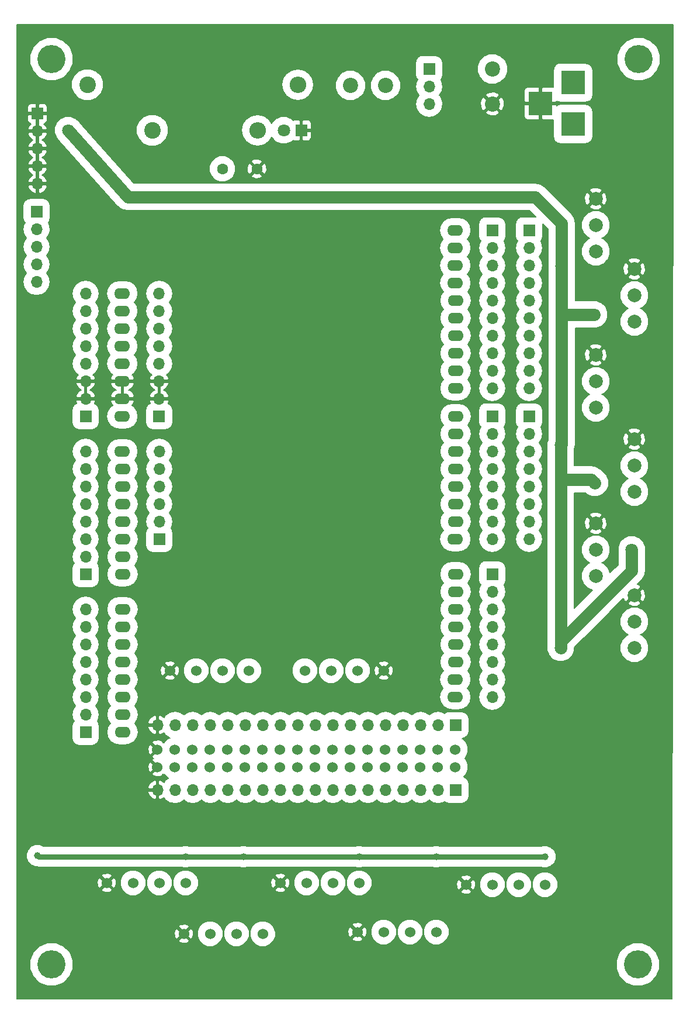
<source format=gtl>
G04 #@! TF.FileFunction,Copper,L1,Top,Signal*
%FSLAX46Y46*%
G04 Gerber Fmt 4.6, Leading zero omitted, Abs format (unit mm)*
G04 Created by KiCad (PCBNEW 4.0.7) date 03/06/18 22:29:02*
%MOMM*%
%LPD*%
G01*
G04 APERTURE LIST*
%ADD10C,0.100000*%
%ADD11C,2.200000*%
%ADD12O,2.286000X1.574800*%
%ADD13C,1.524000*%
%ADD14R,1.800000X1.800000*%
%ADD15C,1.800000*%
%ADD16C,2.400000*%
%ADD17O,2.400000X2.400000*%
%ADD18R,3.500000X3.500000*%
%ADD19R,1.700000X1.700000*%
%ADD20O,1.700000X1.700000*%
%ADD21C,2.000000*%
%ADD22C,1.600000*%
%ADD23C,4.064000*%
%ADD24C,1.000000*%
%ADD25C,1.800000*%
%ADD26C,0.800000*%
%ADD27C,0.200000*%
G04 APERTURE END LIST*
D10*
D11*
X111125000Y-40513000D03*
X111125000Y-35433000D03*
D12*
X57518300Y-67945000D03*
X57518300Y-70485000D03*
X57518300Y-73025000D03*
X57518300Y-75565000D03*
X57518300Y-78105000D03*
X57518300Y-80645000D03*
X57518300Y-83185000D03*
X57518300Y-85725000D03*
X57518300Y-90805000D03*
D13*
X62598300Y-133985000D03*
X62598300Y-136525000D03*
X67678300Y-133985000D03*
X67678300Y-136525000D03*
X65138300Y-133985000D03*
X65138300Y-136525000D03*
X103238300Y-133985000D03*
X103238300Y-136525000D03*
X100698300Y-133985000D03*
X100698300Y-136525000D03*
X98158300Y-133985000D03*
X98158300Y-136525000D03*
X95618300Y-133985000D03*
X95618300Y-136525000D03*
X93078300Y-133985000D03*
X93078300Y-136525000D03*
X90538300Y-133985000D03*
X90538300Y-136525000D03*
X87998300Y-133985000D03*
X87998300Y-136525000D03*
X85458300Y-133985000D03*
X85458300Y-136525000D03*
X82918300Y-133985000D03*
X82918300Y-136525000D03*
X80378300Y-133985000D03*
X80378300Y-136525000D03*
X77838300Y-133985000D03*
X77838300Y-136525000D03*
X75298300Y-133985000D03*
X75298300Y-136525000D03*
X72758300Y-133985000D03*
X72758300Y-136525000D03*
X70218300Y-133985000D03*
X70218300Y-136525000D03*
X105778300Y-133985000D03*
X105778300Y-136525000D03*
D12*
X105778300Y-126365000D03*
X105778300Y-123825000D03*
X105778300Y-103505000D03*
X105778300Y-66421000D03*
X105778300Y-63881000D03*
X105778300Y-61341000D03*
X105778300Y-58801000D03*
X57531000Y-93345000D03*
X57531000Y-95885000D03*
X57531000Y-98425000D03*
X57531000Y-100965000D03*
X57531000Y-103505000D03*
X57531000Y-106045000D03*
X57531000Y-108585000D03*
X57531000Y-113665000D03*
X57531000Y-116205000D03*
X57531000Y-118745000D03*
X57531000Y-121285000D03*
X57531000Y-123825000D03*
X57531000Y-126365000D03*
X57531000Y-128905000D03*
X57531000Y-131445000D03*
X105791000Y-100965000D03*
X105791000Y-98425000D03*
X105791000Y-95885000D03*
X105791000Y-93345000D03*
X105791000Y-90805000D03*
X105791000Y-88265000D03*
X105791000Y-85725000D03*
X105791000Y-81661000D03*
X105791000Y-79121000D03*
X105791000Y-76581000D03*
X105791000Y-74041000D03*
X105791000Y-71501000D03*
X105791000Y-68961000D03*
X105791000Y-108585000D03*
X105791000Y-111125000D03*
X105791000Y-113665000D03*
X105791000Y-116205000D03*
X105791000Y-118745000D03*
X105791000Y-121285000D03*
D14*
X83439000Y-44323000D03*
D15*
X80899000Y-44323000D03*
D16*
X61849000Y-44323000D03*
D17*
X77089000Y-44323000D03*
D18*
X122809000Y-43434000D03*
X122809000Y-37434000D03*
X118109000Y-40434000D03*
D19*
X52197000Y-108585000D03*
D20*
X52197000Y-106045000D03*
X52197000Y-103505000D03*
X52197000Y-100965000D03*
X52197000Y-98425000D03*
X52197000Y-95885000D03*
X52197000Y-93345000D03*
X52197000Y-90805000D03*
D19*
X52197000Y-131445000D03*
D20*
X52197000Y-128905000D03*
X52197000Y-126365000D03*
X52197000Y-123825000D03*
X52197000Y-121285000D03*
X52197000Y-118745000D03*
X52197000Y-116205000D03*
X52197000Y-113665000D03*
D19*
X111125000Y-108585000D03*
D20*
X111125000Y-111125000D03*
X111125000Y-113665000D03*
X111125000Y-116205000D03*
X111125000Y-118745000D03*
X111125000Y-121285000D03*
X111125000Y-123825000D03*
X111125000Y-126365000D03*
D19*
X105791000Y-130429000D03*
D20*
X103251000Y-130429000D03*
X100711000Y-130429000D03*
X98171000Y-130429000D03*
X95631000Y-130429000D03*
X93091000Y-130429000D03*
X90551000Y-130429000D03*
X88011000Y-130429000D03*
X85471000Y-130429000D03*
X82931000Y-130429000D03*
X80391000Y-130429000D03*
X77851000Y-130429000D03*
X75311000Y-130429000D03*
X72771000Y-130429000D03*
X70231000Y-130429000D03*
X67691000Y-130429000D03*
X65151000Y-130429000D03*
X62611000Y-130429000D03*
D19*
X105791000Y-139827000D03*
D20*
X103251000Y-139827000D03*
X100711000Y-139827000D03*
X98171000Y-139827000D03*
X95631000Y-139827000D03*
X93091000Y-139827000D03*
X90551000Y-139827000D03*
X88011000Y-139827000D03*
X85471000Y-139827000D03*
X82931000Y-139827000D03*
X80391000Y-139827000D03*
X77851000Y-139827000D03*
X75311000Y-139827000D03*
X72771000Y-139827000D03*
X70231000Y-139827000D03*
X67691000Y-139827000D03*
X65151000Y-139827000D03*
X62611000Y-139827000D03*
D19*
X116459000Y-85725000D03*
D20*
X116459000Y-88265000D03*
X116459000Y-90805000D03*
X116459000Y-93345000D03*
X116459000Y-95885000D03*
X116459000Y-98425000D03*
X116459000Y-100965000D03*
X116459000Y-103505000D03*
D19*
X101981000Y-35433000D03*
D20*
X101981000Y-37973000D03*
X101981000Y-40513000D03*
D16*
X52451000Y-37719000D03*
D17*
X82931000Y-37719000D03*
D21*
X126111000Y-61849000D03*
X126111000Y-58039000D03*
X126111000Y-54229000D03*
X131699000Y-72009000D03*
X131699000Y-68199000D03*
X131699000Y-64389000D03*
X126111000Y-84455000D03*
X126111000Y-80645000D03*
X126111000Y-76835000D03*
X131699000Y-96647000D03*
X131699000Y-92837000D03*
X131699000Y-89027000D03*
X126111000Y-108839000D03*
X126111000Y-105029000D03*
X126111000Y-101219000D03*
X131699000Y-119253000D03*
X131699000Y-115443000D03*
X131699000Y-111633000D03*
D13*
X55245000Y-153289000D03*
X59055000Y-153289000D03*
X62865000Y-153289000D03*
X66675000Y-153289000D03*
X66421000Y-160655000D03*
X70231000Y-160655000D03*
X74041000Y-160655000D03*
X77851000Y-160655000D03*
X80391000Y-153289000D03*
X84201000Y-153289000D03*
X88011000Y-153289000D03*
X91821000Y-153289000D03*
X91567000Y-160401000D03*
X95377000Y-160401000D03*
X99187000Y-160401000D03*
X102997000Y-160401000D03*
X107315000Y-153543000D03*
X111125000Y-153543000D03*
X114935000Y-153543000D03*
X118745000Y-153543000D03*
X75819000Y-122555000D03*
X72009000Y-122555000D03*
X68199000Y-122555000D03*
X64389000Y-122555000D03*
X83947000Y-122555000D03*
X87757000Y-122555000D03*
X91567000Y-122555000D03*
X95377000Y-122555000D03*
D19*
X52197000Y-85725000D03*
D20*
X52197000Y-83185000D03*
X52197000Y-80645000D03*
X52197000Y-78105000D03*
X52197000Y-75565000D03*
X52197000Y-73025000D03*
X52197000Y-70485000D03*
X52197000Y-67945000D03*
D19*
X116459000Y-58801000D03*
D20*
X116459000Y-61341000D03*
X116459000Y-63881000D03*
X116459000Y-66421000D03*
X116459000Y-68961000D03*
X116459000Y-71501000D03*
X116459000Y-74041000D03*
X116459000Y-76581000D03*
X116459000Y-79121000D03*
X116459000Y-81661000D03*
D19*
X111125000Y-58801000D03*
D20*
X111125000Y-61341000D03*
X111125000Y-63881000D03*
X111125000Y-66421000D03*
X111125000Y-68961000D03*
X111125000Y-71501000D03*
X111125000Y-74041000D03*
X111125000Y-76581000D03*
X111125000Y-79121000D03*
X111125000Y-81661000D03*
D19*
X111125000Y-85725000D03*
D20*
X111125000Y-88265000D03*
X111125000Y-90805000D03*
X111125000Y-93345000D03*
X111125000Y-95885000D03*
X111125000Y-98425000D03*
X111125000Y-100965000D03*
X111125000Y-103505000D03*
D19*
X62839600Y-85725000D03*
D20*
X62839600Y-83185000D03*
X62839600Y-80645000D03*
X62839600Y-78105000D03*
X62839600Y-75565000D03*
X62839600Y-73025000D03*
X62839600Y-70485000D03*
X62839600Y-67945000D03*
D19*
X62865000Y-103505000D03*
D20*
X62865000Y-100965000D03*
X62865000Y-98425000D03*
X62865000Y-95885000D03*
X62865000Y-93345000D03*
X62865000Y-90805000D03*
D11*
X95631000Y-37846000D03*
X90551000Y-37846000D03*
D22*
X72009000Y-49911000D03*
X77009000Y-49911000D03*
D19*
X45085000Y-56134000D03*
D20*
X45085000Y-58674000D03*
X45085000Y-61214000D03*
X45085000Y-63754000D03*
X45085000Y-66294000D03*
D19*
X45212000Y-41910000D03*
D20*
X45212000Y-44450000D03*
X45212000Y-46990000D03*
X45212000Y-49530000D03*
X45212000Y-52070000D03*
D23*
X132207000Y-165100000D03*
X47244000Y-165100000D03*
X47244000Y-34036000D03*
X132334000Y-34036000D03*
D15*
X49657000Y-44323000D03*
X125857000Y-70993000D03*
X125984000Y-95377000D03*
X131318000Y-105029000D03*
X121031000Y-119253000D03*
X121031000Y-89916000D03*
X121158000Y-64008000D03*
D24*
X45212000Y-149352000D03*
X118745000Y-149479000D03*
X102997000Y-149479000D03*
X66675000Y-149479000D03*
X75057000Y-149479000D03*
X91821000Y-149479000D03*
D25*
X121158000Y-57785000D02*
X121158000Y-64008000D01*
X117348000Y-53975000D02*
X121158000Y-57785000D01*
X58293000Y-53975000D02*
X117348000Y-53975000D01*
X49657000Y-44323000D02*
X58293000Y-53975000D01*
X125857000Y-70993000D02*
X121158000Y-70993000D01*
X125476000Y-94869000D02*
X121031000Y-94869000D01*
X125984000Y-95377000D02*
X125476000Y-94869000D01*
X121031000Y-119253000D02*
X121031000Y-118364000D01*
X131318000Y-108077000D02*
X131318000Y-105029000D01*
X121031000Y-118364000D02*
X131318000Y-108077000D01*
X121031000Y-89916000D02*
X121031000Y-94869000D01*
X121031000Y-94869000D02*
X121031000Y-119253000D01*
X121158000Y-89789000D02*
X121158000Y-70993000D01*
X121158000Y-70993000D02*
X121158000Y-64008000D01*
X121031000Y-89916000D02*
X121158000Y-89789000D01*
D26*
X45339000Y-149479000D02*
X66675000Y-149479000D01*
X45212000Y-149352000D02*
X45339000Y-149479000D01*
X102997000Y-149479000D02*
X118745000Y-149479000D01*
X91821000Y-149479000D02*
X102997000Y-149479000D01*
X75057000Y-149479000D02*
X66675000Y-149479000D01*
X91821000Y-149479000D02*
X75057000Y-149479000D01*
D27*
G36*
X137187090Y-170080000D02*
X42264000Y-170080000D01*
X42264000Y-165720260D01*
X44111457Y-165720260D01*
X44587271Y-166871818D01*
X45467548Y-167753633D01*
X46618273Y-168231456D01*
X47864260Y-168232543D01*
X49015818Y-167756729D01*
X49897633Y-166876452D01*
X50375456Y-165725727D01*
X50375460Y-165720260D01*
X129074457Y-165720260D01*
X129550271Y-166871818D01*
X130430548Y-167753633D01*
X131581273Y-168231456D01*
X132827260Y-168232543D01*
X133978818Y-167756729D01*
X134860633Y-166876452D01*
X135338456Y-165725727D01*
X135339543Y-164479740D01*
X134863729Y-163328182D01*
X133983452Y-162446367D01*
X132832727Y-161968544D01*
X131586740Y-161967457D01*
X130435182Y-162443271D01*
X129553367Y-163323548D01*
X129075544Y-164474273D01*
X129074457Y-165720260D01*
X50375460Y-165720260D01*
X50376543Y-164479740D01*
X49900729Y-163328182D01*
X49020452Y-162446367D01*
X47869727Y-161968544D01*
X46623740Y-161967457D01*
X45472182Y-162443271D01*
X44590367Y-163323548D01*
X44112544Y-164474273D01*
X44111457Y-165720260D01*
X42264000Y-165720260D01*
X42264000Y-161637368D01*
X65656421Y-161637368D01*
X65729551Y-161868698D01*
X66246647Y-162040917D01*
X66790287Y-162002142D01*
X67112449Y-161868698D01*
X67185579Y-161637368D01*
X66421000Y-160872789D01*
X65656421Y-161637368D01*
X42264000Y-161637368D01*
X42264000Y-160480647D01*
X65035083Y-160480647D01*
X65073858Y-161024287D01*
X65207302Y-161346449D01*
X65438632Y-161419579D01*
X66203211Y-160655000D01*
X66638789Y-160655000D01*
X67403368Y-161419579D01*
X67634698Y-161346449D01*
X67742173Y-161023750D01*
X68368677Y-161023750D01*
X68651553Y-161708360D01*
X69174884Y-162232607D01*
X69859000Y-162516676D01*
X70599750Y-162517323D01*
X71284360Y-162234447D01*
X71808607Y-161711116D01*
X72092676Y-161027000D01*
X72092678Y-161023750D01*
X72178677Y-161023750D01*
X72461553Y-161708360D01*
X72984884Y-162232607D01*
X73669000Y-162516676D01*
X74409750Y-162517323D01*
X75094360Y-162234447D01*
X75618607Y-161711116D01*
X75902676Y-161027000D01*
X75902678Y-161023750D01*
X75988677Y-161023750D01*
X76271553Y-161708360D01*
X76794884Y-162232607D01*
X77479000Y-162516676D01*
X78219750Y-162517323D01*
X78904360Y-162234447D01*
X79428607Y-161711116D01*
X79564699Y-161383368D01*
X90802421Y-161383368D01*
X90875551Y-161614698D01*
X91392647Y-161786917D01*
X91936287Y-161748142D01*
X92258449Y-161614698D01*
X92331579Y-161383368D01*
X91567000Y-160618789D01*
X90802421Y-161383368D01*
X79564699Y-161383368D01*
X79712676Y-161027000D01*
X79713323Y-160286250D01*
X79688696Y-160226647D01*
X90181083Y-160226647D01*
X90219858Y-160770287D01*
X90353302Y-161092449D01*
X90584632Y-161165579D01*
X91349211Y-160401000D01*
X91784789Y-160401000D01*
X92549368Y-161165579D01*
X92780698Y-161092449D01*
X92888173Y-160769750D01*
X93514677Y-160769750D01*
X93797553Y-161454360D01*
X94320884Y-161978607D01*
X95005000Y-162262676D01*
X95745750Y-162263323D01*
X96430360Y-161980447D01*
X96954607Y-161457116D01*
X97238676Y-160773000D01*
X97238678Y-160769750D01*
X97324677Y-160769750D01*
X97607553Y-161454360D01*
X98130884Y-161978607D01*
X98815000Y-162262676D01*
X99555750Y-162263323D01*
X100240360Y-161980447D01*
X100764607Y-161457116D01*
X101048676Y-160773000D01*
X101048678Y-160769750D01*
X101134677Y-160769750D01*
X101417553Y-161454360D01*
X101940884Y-161978607D01*
X102625000Y-162262676D01*
X103365750Y-162263323D01*
X104050360Y-161980447D01*
X104574607Y-161457116D01*
X104858676Y-160773000D01*
X104859323Y-160032250D01*
X104576447Y-159347640D01*
X104053116Y-158823393D01*
X103369000Y-158539324D01*
X102628250Y-158538677D01*
X101943640Y-158821553D01*
X101419393Y-159344884D01*
X101135324Y-160029000D01*
X101134677Y-160769750D01*
X101048678Y-160769750D01*
X101049323Y-160032250D01*
X100766447Y-159347640D01*
X100243116Y-158823393D01*
X99559000Y-158539324D01*
X98818250Y-158538677D01*
X98133640Y-158821553D01*
X97609393Y-159344884D01*
X97325324Y-160029000D01*
X97324677Y-160769750D01*
X97238678Y-160769750D01*
X97239323Y-160032250D01*
X96956447Y-159347640D01*
X96433116Y-158823393D01*
X95749000Y-158539324D01*
X95008250Y-158538677D01*
X94323640Y-158821553D01*
X93799393Y-159344884D01*
X93515324Y-160029000D01*
X93514677Y-160769750D01*
X92888173Y-160769750D01*
X92952917Y-160575353D01*
X92914142Y-160031713D01*
X92780698Y-159709551D01*
X92549368Y-159636421D01*
X91784789Y-160401000D01*
X91349211Y-160401000D01*
X90584632Y-159636421D01*
X90353302Y-159709551D01*
X90181083Y-160226647D01*
X79688696Y-160226647D01*
X79430447Y-159601640D01*
X79247759Y-159418632D01*
X90802421Y-159418632D01*
X91567000Y-160183211D01*
X92331579Y-159418632D01*
X92258449Y-159187302D01*
X91741353Y-159015083D01*
X91197713Y-159053858D01*
X90875551Y-159187302D01*
X90802421Y-159418632D01*
X79247759Y-159418632D01*
X78907116Y-159077393D01*
X78223000Y-158793324D01*
X77482250Y-158792677D01*
X76797640Y-159075553D01*
X76273393Y-159598884D01*
X75989324Y-160283000D01*
X75988677Y-161023750D01*
X75902678Y-161023750D01*
X75903323Y-160286250D01*
X75620447Y-159601640D01*
X75097116Y-159077393D01*
X74413000Y-158793324D01*
X73672250Y-158792677D01*
X72987640Y-159075553D01*
X72463393Y-159598884D01*
X72179324Y-160283000D01*
X72178677Y-161023750D01*
X72092678Y-161023750D01*
X72093323Y-160286250D01*
X71810447Y-159601640D01*
X71287116Y-159077393D01*
X70603000Y-158793324D01*
X69862250Y-158792677D01*
X69177640Y-159075553D01*
X68653393Y-159598884D01*
X68369324Y-160283000D01*
X68368677Y-161023750D01*
X67742173Y-161023750D01*
X67806917Y-160829353D01*
X67768142Y-160285713D01*
X67634698Y-159963551D01*
X67403368Y-159890421D01*
X66638789Y-160655000D01*
X66203211Y-160655000D01*
X65438632Y-159890421D01*
X65207302Y-159963551D01*
X65035083Y-160480647D01*
X42264000Y-160480647D01*
X42264000Y-159672632D01*
X65656421Y-159672632D01*
X66421000Y-160437211D01*
X67185579Y-159672632D01*
X67112449Y-159441302D01*
X66595353Y-159269083D01*
X66051713Y-159307858D01*
X65729551Y-159441302D01*
X65656421Y-159672632D01*
X42264000Y-159672632D01*
X42264000Y-154271368D01*
X54480421Y-154271368D01*
X54553551Y-154502698D01*
X55070647Y-154674917D01*
X55614287Y-154636142D01*
X55936449Y-154502698D01*
X56009579Y-154271368D01*
X55245000Y-153506789D01*
X54480421Y-154271368D01*
X42264000Y-154271368D01*
X42264000Y-153114647D01*
X53859083Y-153114647D01*
X53897858Y-153658287D01*
X54031302Y-153980449D01*
X54262632Y-154053579D01*
X55027211Y-153289000D01*
X55462789Y-153289000D01*
X56227368Y-154053579D01*
X56458698Y-153980449D01*
X56566173Y-153657750D01*
X57192677Y-153657750D01*
X57475553Y-154342360D01*
X57998884Y-154866607D01*
X58683000Y-155150676D01*
X59423750Y-155151323D01*
X60108360Y-154868447D01*
X60632607Y-154345116D01*
X60916676Y-153661000D01*
X60916678Y-153657750D01*
X61002677Y-153657750D01*
X61285553Y-154342360D01*
X61808884Y-154866607D01*
X62493000Y-155150676D01*
X63233750Y-155151323D01*
X63918360Y-154868447D01*
X64442607Y-154345116D01*
X64726676Y-153661000D01*
X64726678Y-153657750D01*
X64812677Y-153657750D01*
X65095553Y-154342360D01*
X65618884Y-154866607D01*
X66303000Y-155150676D01*
X67043750Y-155151323D01*
X67728360Y-154868447D01*
X68252607Y-154345116D01*
X68283229Y-154271368D01*
X79626421Y-154271368D01*
X79699551Y-154502698D01*
X80216647Y-154674917D01*
X80760287Y-154636142D01*
X81082449Y-154502698D01*
X81155579Y-154271368D01*
X80391000Y-153506789D01*
X79626421Y-154271368D01*
X68283229Y-154271368D01*
X68536676Y-153661000D01*
X68537153Y-153114647D01*
X79005083Y-153114647D01*
X79043858Y-153658287D01*
X79177302Y-153980449D01*
X79408632Y-154053579D01*
X80173211Y-153289000D01*
X80608789Y-153289000D01*
X81373368Y-154053579D01*
X81604698Y-153980449D01*
X81712173Y-153657750D01*
X82338677Y-153657750D01*
X82621553Y-154342360D01*
X83144884Y-154866607D01*
X83829000Y-155150676D01*
X84569750Y-155151323D01*
X85254360Y-154868447D01*
X85778607Y-154345116D01*
X86062676Y-153661000D01*
X86062678Y-153657750D01*
X86148677Y-153657750D01*
X86431553Y-154342360D01*
X86954884Y-154866607D01*
X87639000Y-155150676D01*
X88379750Y-155151323D01*
X89064360Y-154868447D01*
X89588607Y-154345116D01*
X89872676Y-153661000D01*
X89872678Y-153657750D01*
X89958677Y-153657750D01*
X90241553Y-154342360D01*
X90764884Y-154866607D01*
X91449000Y-155150676D01*
X92189750Y-155151323D01*
X92874360Y-154868447D01*
X93218039Y-154525368D01*
X106550421Y-154525368D01*
X106623551Y-154756698D01*
X107140647Y-154928917D01*
X107684287Y-154890142D01*
X108006449Y-154756698D01*
X108079579Y-154525368D01*
X107315000Y-153760789D01*
X106550421Y-154525368D01*
X93218039Y-154525368D01*
X93398607Y-154345116D01*
X93682676Y-153661000D01*
X93682931Y-153368647D01*
X105929083Y-153368647D01*
X105967858Y-153912287D01*
X106101302Y-154234449D01*
X106332632Y-154307579D01*
X107097211Y-153543000D01*
X107532789Y-153543000D01*
X108297368Y-154307579D01*
X108528698Y-154234449D01*
X108636173Y-153911750D01*
X109262677Y-153911750D01*
X109545553Y-154596360D01*
X110068884Y-155120607D01*
X110753000Y-155404676D01*
X111493750Y-155405323D01*
X112178360Y-155122447D01*
X112702607Y-154599116D01*
X112986676Y-153915000D01*
X112986678Y-153911750D01*
X113072677Y-153911750D01*
X113355553Y-154596360D01*
X113878884Y-155120607D01*
X114563000Y-155404676D01*
X115303750Y-155405323D01*
X115988360Y-155122447D01*
X116512607Y-154599116D01*
X116796676Y-153915000D01*
X116796678Y-153911750D01*
X116882677Y-153911750D01*
X117165553Y-154596360D01*
X117688884Y-155120607D01*
X118373000Y-155404676D01*
X119113750Y-155405323D01*
X119798360Y-155122447D01*
X120322607Y-154599116D01*
X120606676Y-153915000D01*
X120607323Y-153174250D01*
X120324447Y-152489640D01*
X119801116Y-151965393D01*
X119117000Y-151681324D01*
X118376250Y-151680677D01*
X117691640Y-151963553D01*
X117167393Y-152486884D01*
X116883324Y-153171000D01*
X116882677Y-153911750D01*
X116796678Y-153911750D01*
X116797323Y-153174250D01*
X116514447Y-152489640D01*
X115991116Y-151965393D01*
X115307000Y-151681324D01*
X114566250Y-151680677D01*
X113881640Y-151963553D01*
X113357393Y-152486884D01*
X113073324Y-153171000D01*
X113072677Y-153911750D01*
X112986678Y-153911750D01*
X112987323Y-153174250D01*
X112704447Y-152489640D01*
X112181116Y-151965393D01*
X111497000Y-151681324D01*
X110756250Y-151680677D01*
X110071640Y-151963553D01*
X109547393Y-152486884D01*
X109263324Y-153171000D01*
X109262677Y-153911750D01*
X108636173Y-153911750D01*
X108700917Y-153717353D01*
X108662142Y-153173713D01*
X108528698Y-152851551D01*
X108297368Y-152778421D01*
X107532789Y-153543000D01*
X107097211Y-153543000D01*
X106332632Y-152778421D01*
X106101302Y-152851551D01*
X105929083Y-153368647D01*
X93682931Y-153368647D01*
X93683323Y-152920250D01*
X93534732Y-152560632D01*
X106550421Y-152560632D01*
X107315000Y-153325211D01*
X108079579Y-152560632D01*
X108006449Y-152329302D01*
X107489353Y-152157083D01*
X106945713Y-152195858D01*
X106623551Y-152329302D01*
X106550421Y-152560632D01*
X93534732Y-152560632D01*
X93400447Y-152235640D01*
X92877116Y-151711393D01*
X92193000Y-151427324D01*
X91452250Y-151426677D01*
X90767640Y-151709553D01*
X90243393Y-152232884D01*
X89959324Y-152917000D01*
X89958677Y-153657750D01*
X89872678Y-153657750D01*
X89873323Y-152920250D01*
X89590447Y-152235640D01*
X89067116Y-151711393D01*
X88383000Y-151427324D01*
X87642250Y-151426677D01*
X86957640Y-151709553D01*
X86433393Y-152232884D01*
X86149324Y-152917000D01*
X86148677Y-153657750D01*
X86062678Y-153657750D01*
X86063323Y-152920250D01*
X85780447Y-152235640D01*
X85257116Y-151711393D01*
X84573000Y-151427324D01*
X83832250Y-151426677D01*
X83147640Y-151709553D01*
X82623393Y-152232884D01*
X82339324Y-152917000D01*
X82338677Y-153657750D01*
X81712173Y-153657750D01*
X81776917Y-153463353D01*
X81738142Y-152919713D01*
X81604698Y-152597551D01*
X81373368Y-152524421D01*
X80608789Y-153289000D01*
X80173211Y-153289000D01*
X79408632Y-152524421D01*
X79177302Y-152597551D01*
X79005083Y-153114647D01*
X68537153Y-153114647D01*
X68537323Y-152920250D01*
X68283781Y-152306632D01*
X79626421Y-152306632D01*
X80391000Y-153071211D01*
X81155579Y-152306632D01*
X81082449Y-152075302D01*
X80565353Y-151903083D01*
X80021713Y-151941858D01*
X79699551Y-152075302D01*
X79626421Y-152306632D01*
X68283781Y-152306632D01*
X68254447Y-152235640D01*
X67731116Y-151711393D01*
X67047000Y-151427324D01*
X66306250Y-151426677D01*
X65621640Y-151709553D01*
X65097393Y-152232884D01*
X64813324Y-152917000D01*
X64812677Y-153657750D01*
X64726678Y-153657750D01*
X64727323Y-152920250D01*
X64444447Y-152235640D01*
X63921116Y-151711393D01*
X63237000Y-151427324D01*
X62496250Y-151426677D01*
X61811640Y-151709553D01*
X61287393Y-152232884D01*
X61003324Y-152917000D01*
X61002677Y-153657750D01*
X60916678Y-153657750D01*
X60917323Y-152920250D01*
X60634447Y-152235640D01*
X60111116Y-151711393D01*
X59427000Y-151427324D01*
X58686250Y-151426677D01*
X58001640Y-151709553D01*
X57477393Y-152232884D01*
X57193324Y-152917000D01*
X57192677Y-153657750D01*
X56566173Y-153657750D01*
X56630917Y-153463353D01*
X56592142Y-152919713D01*
X56458698Y-152597551D01*
X56227368Y-152524421D01*
X55462789Y-153289000D01*
X55027211Y-153289000D01*
X54262632Y-152524421D01*
X54031302Y-152597551D01*
X53859083Y-153114647D01*
X42264000Y-153114647D01*
X42264000Y-152306632D01*
X54480421Y-152306632D01*
X55245000Y-153071211D01*
X56009579Y-152306632D01*
X55936449Y-152075302D01*
X55419353Y-151903083D01*
X54875713Y-151941858D01*
X54553551Y-152075302D01*
X54480421Y-152306632D01*
X42264000Y-152306632D01*
X42264000Y-149668863D01*
X43611723Y-149668863D01*
X43854795Y-150257143D01*
X44304489Y-150707623D01*
X44892344Y-150951722D01*
X45203227Y-150951993D01*
X45339000Y-150979000D01*
X66115187Y-150979000D01*
X66355344Y-151078722D01*
X66991863Y-151079277D01*
X67234552Y-150979000D01*
X74497187Y-150979000D01*
X74737344Y-151078722D01*
X75373863Y-151079277D01*
X75616552Y-150979000D01*
X91261187Y-150979000D01*
X91501344Y-151078722D01*
X92137863Y-151079277D01*
X92380552Y-150979000D01*
X102437187Y-150979000D01*
X102677344Y-151078722D01*
X103313863Y-151079277D01*
X103556552Y-150979000D01*
X118185187Y-150979000D01*
X118425344Y-151078722D01*
X119061863Y-151079277D01*
X119650143Y-150836205D01*
X120100623Y-150386511D01*
X120344722Y-149798656D01*
X120345277Y-149162137D01*
X120102205Y-148573857D01*
X119652511Y-148123377D01*
X119064656Y-147879278D01*
X118428137Y-147878723D01*
X118185448Y-147979000D01*
X103556813Y-147979000D01*
X103316656Y-147879278D01*
X102680137Y-147878723D01*
X102437448Y-147979000D01*
X92380813Y-147979000D01*
X92140656Y-147879278D01*
X91504137Y-147878723D01*
X91261448Y-147979000D01*
X75616813Y-147979000D01*
X75376656Y-147879278D01*
X74740137Y-147878723D01*
X74497448Y-147979000D01*
X67234813Y-147979000D01*
X66994656Y-147879278D01*
X66358137Y-147878723D01*
X66115448Y-147979000D01*
X46077663Y-147979000D01*
X45531656Y-147752278D01*
X44895137Y-147751723D01*
X44306857Y-147994795D01*
X43856377Y-148444489D01*
X43612278Y-149032344D01*
X43611723Y-149668863D01*
X42264000Y-149668863D01*
X42264000Y-140205911D01*
X61203085Y-140205911D01*
X61455259Y-140715854D01*
X61883384Y-141090477D01*
X62232090Y-141234903D01*
X62457000Y-141123889D01*
X62457000Y-139981000D01*
X61313144Y-139981000D01*
X61203085Y-140205911D01*
X42264000Y-140205911D01*
X42264000Y-139448089D01*
X61203085Y-139448089D01*
X61313144Y-139673000D01*
X62457000Y-139673000D01*
X62457000Y-138530111D01*
X62232090Y-138419097D01*
X61883384Y-138563523D01*
X61455259Y-138938146D01*
X61203085Y-139448089D01*
X42264000Y-139448089D01*
X42264000Y-136350647D01*
X61212383Y-136350647D01*
X61251158Y-136894287D01*
X61384602Y-137216449D01*
X61615932Y-137289579D01*
X62380511Y-136525000D01*
X61615932Y-135760421D01*
X61384602Y-135833551D01*
X61212383Y-136350647D01*
X42264000Y-136350647D01*
X42264000Y-133810647D01*
X61212383Y-133810647D01*
X61251158Y-134354287D01*
X61384602Y-134676449D01*
X61615932Y-134749579D01*
X62380511Y-133985000D01*
X61615932Y-133220421D01*
X61384602Y-133293551D01*
X61212383Y-133810647D01*
X42264000Y-133810647D01*
X42264000Y-113665000D01*
X50208797Y-113665000D01*
X50357232Y-114411233D01*
X50707202Y-114935000D01*
X50357232Y-115458767D01*
X50208797Y-116205000D01*
X50357232Y-116951233D01*
X50707202Y-117475000D01*
X50357232Y-117998767D01*
X50208797Y-118745000D01*
X50357232Y-119491233D01*
X50707202Y-120015000D01*
X50357232Y-120538767D01*
X50208797Y-121285000D01*
X50357232Y-122031233D01*
X50707202Y-122555000D01*
X50357232Y-123078767D01*
X50208797Y-123825000D01*
X50357232Y-124571233D01*
X50707202Y-125095000D01*
X50357232Y-125618767D01*
X50208797Y-126365000D01*
X50357232Y-127111233D01*
X50707202Y-127635000D01*
X50357232Y-128158767D01*
X50208797Y-128905000D01*
X50357232Y-129651233D01*
X50507182Y-129875648D01*
X50313812Y-130158654D01*
X50225450Y-130595000D01*
X50225450Y-132295000D01*
X50302152Y-132702636D01*
X50543064Y-133077024D01*
X50910654Y-133328188D01*
X51347000Y-133416550D01*
X53047000Y-133416550D01*
X53454636Y-133339848D01*
X53829024Y-133098936D01*
X54080188Y-132731346D01*
X54168550Y-132295000D01*
X54168550Y-130595000D01*
X54091848Y-130187364D01*
X53889083Y-129872259D01*
X54036768Y-129651233D01*
X54185203Y-128905000D01*
X54036768Y-128158767D01*
X53686798Y-127635000D01*
X54036768Y-127111233D01*
X54185203Y-126365000D01*
X54036768Y-125618767D01*
X53686798Y-125095000D01*
X54036768Y-124571233D01*
X54185203Y-123825000D01*
X54036768Y-123078767D01*
X53686798Y-122555000D01*
X54036768Y-122031233D01*
X54185203Y-121285000D01*
X54036768Y-120538767D01*
X53686798Y-120015000D01*
X54036768Y-119491233D01*
X54185203Y-118745000D01*
X54036768Y-117998767D01*
X53686798Y-117475000D01*
X54036768Y-116951233D01*
X54185203Y-116205000D01*
X54036768Y-115458767D01*
X53686798Y-114935000D01*
X54036768Y-114411233D01*
X54185203Y-113665000D01*
X55244057Y-113665000D01*
X55387727Y-114387277D01*
X55753704Y-114935000D01*
X55387727Y-115482723D01*
X55244057Y-116205000D01*
X55387727Y-116927277D01*
X55753704Y-117475000D01*
X55387727Y-118022723D01*
X55244057Y-118745000D01*
X55387727Y-119467277D01*
X55753704Y-120015000D01*
X55387727Y-120562723D01*
X55244057Y-121285000D01*
X55387727Y-122007277D01*
X55753704Y-122555000D01*
X55387727Y-123102723D01*
X55244057Y-123825000D01*
X55387727Y-124547277D01*
X55753704Y-125095000D01*
X55387727Y-125642723D01*
X55244057Y-126365000D01*
X55387727Y-127087277D01*
X55753704Y-127635000D01*
X55387727Y-128182723D01*
X55244057Y-128905000D01*
X55387727Y-129627277D01*
X55753704Y-130175000D01*
X55387727Y-130722723D01*
X55244057Y-131445000D01*
X55387727Y-132167277D01*
X55796864Y-132779593D01*
X56409180Y-133188730D01*
X57131457Y-133332400D01*
X57930543Y-133332400D01*
X58652820Y-133188730D01*
X58931334Y-133002632D01*
X61833721Y-133002632D01*
X62598300Y-133767211D01*
X62612442Y-133753069D01*
X62830231Y-133970858D01*
X62816089Y-133985000D01*
X62830231Y-133999142D01*
X62612442Y-134216931D01*
X62598300Y-134202789D01*
X61833721Y-134967368D01*
X61906851Y-135198698D01*
X62057539Y-135248885D01*
X61906851Y-135311302D01*
X61833721Y-135542632D01*
X62598300Y-136307211D01*
X62612442Y-136293069D01*
X62830231Y-136510858D01*
X62816089Y-136525000D01*
X62830231Y-136539142D01*
X62612442Y-136756931D01*
X62598300Y-136742789D01*
X61833721Y-137507368D01*
X61906851Y-137738698D01*
X62423947Y-137910917D01*
X62967587Y-137872142D01*
X63289749Y-137738698D01*
X63362878Y-137507370D01*
X63475734Y-137620226D01*
X63546791Y-137549169D01*
X63558853Y-137578360D01*
X64082184Y-138102607D01*
X64174640Y-138140998D01*
X63772142Y-138409939D01*
X63547431Y-138746243D01*
X63338616Y-138563523D01*
X62989910Y-138419097D01*
X62765000Y-138530111D01*
X62765000Y-139673000D01*
X62785000Y-139673000D01*
X62785000Y-139981000D01*
X62765000Y-139981000D01*
X62765000Y-141123889D01*
X62989910Y-141234903D01*
X63338616Y-141090477D01*
X63547431Y-140907757D01*
X63772142Y-141244061D01*
X64404767Y-141666768D01*
X65151000Y-141815203D01*
X65897233Y-141666768D01*
X66421000Y-141316798D01*
X66944767Y-141666768D01*
X67691000Y-141815203D01*
X68437233Y-141666768D01*
X68961000Y-141316798D01*
X69484767Y-141666768D01*
X70231000Y-141815203D01*
X70977233Y-141666768D01*
X71501000Y-141316798D01*
X72024767Y-141666768D01*
X72771000Y-141815203D01*
X73517233Y-141666768D01*
X74041000Y-141316798D01*
X74564767Y-141666768D01*
X75311000Y-141815203D01*
X76057233Y-141666768D01*
X76581000Y-141316798D01*
X77104767Y-141666768D01*
X77851000Y-141815203D01*
X78597233Y-141666768D01*
X79121000Y-141316798D01*
X79644767Y-141666768D01*
X80391000Y-141815203D01*
X81137233Y-141666768D01*
X81661000Y-141316798D01*
X82184767Y-141666768D01*
X82931000Y-141815203D01*
X83677233Y-141666768D01*
X84201000Y-141316798D01*
X84724767Y-141666768D01*
X85471000Y-141815203D01*
X86217233Y-141666768D01*
X86741000Y-141316798D01*
X87264767Y-141666768D01*
X88011000Y-141815203D01*
X88757233Y-141666768D01*
X89281000Y-141316798D01*
X89804767Y-141666768D01*
X90551000Y-141815203D01*
X91297233Y-141666768D01*
X91821000Y-141316798D01*
X92344767Y-141666768D01*
X93091000Y-141815203D01*
X93837233Y-141666768D01*
X94361000Y-141316798D01*
X94884767Y-141666768D01*
X95631000Y-141815203D01*
X96377233Y-141666768D01*
X96901000Y-141316798D01*
X97424767Y-141666768D01*
X98171000Y-141815203D01*
X98917233Y-141666768D01*
X99441000Y-141316798D01*
X99964767Y-141666768D01*
X100711000Y-141815203D01*
X101457233Y-141666768D01*
X101981000Y-141316798D01*
X102504767Y-141666768D01*
X103251000Y-141815203D01*
X103997233Y-141666768D01*
X104221648Y-141516818D01*
X104504654Y-141710188D01*
X104941000Y-141798550D01*
X106641000Y-141798550D01*
X107048636Y-141721848D01*
X107423024Y-141480936D01*
X107674188Y-141113346D01*
X107762550Y-140677000D01*
X107762550Y-138977000D01*
X107685848Y-138569364D01*
X107444936Y-138194976D01*
X107077346Y-137943812D01*
X107006872Y-137929541D01*
X107355907Y-137581116D01*
X107639976Y-136897000D01*
X107640623Y-136156250D01*
X107357747Y-135471640D01*
X107141567Y-135255082D01*
X107355907Y-135041116D01*
X107639976Y-134357000D01*
X107640623Y-133616250D01*
X107357747Y-132931640D01*
X106834416Y-132407393D01*
X106762761Y-132377639D01*
X107048636Y-132323848D01*
X107423024Y-132082936D01*
X107674188Y-131715346D01*
X107762550Y-131279000D01*
X107762550Y-129579000D01*
X107685848Y-129171364D01*
X107444936Y-128796976D01*
X107077346Y-128545812D01*
X106641000Y-128457450D01*
X104941000Y-128457450D01*
X104533364Y-128534152D01*
X104218259Y-128736917D01*
X103997233Y-128589232D01*
X103251000Y-128440797D01*
X102504767Y-128589232D01*
X101981000Y-128939202D01*
X101457233Y-128589232D01*
X100711000Y-128440797D01*
X99964767Y-128589232D01*
X99441000Y-128939202D01*
X98917233Y-128589232D01*
X98171000Y-128440797D01*
X97424767Y-128589232D01*
X96901000Y-128939202D01*
X96377233Y-128589232D01*
X95631000Y-128440797D01*
X94884767Y-128589232D01*
X94361000Y-128939202D01*
X93837233Y-128589232D01*
X93091000Y-128440797D01*
X92344767Y-128589232D01*
X91821000Y-128939202D01*
X91297233Y-128589232D01*
X90551000Y-128440797D01*
X89804767Y-128589232D01*
X89281000Y-128939202D01*
X88757233Y-128589232D01*
X88011000Y-128440797D01*
X87264767Y-128589232D01*
X86741000Y-128939202D01*
X86217233Y-128589232D01*
X85471000Y-128440797D01*
X84724767Y-128589232D01*
X84201000Y-128939202D01*
X83677233Y-128589232D01*
X82931000Y-128440797D01*
X82184767Y-128589232D01*
X81661000Y-128939202D01*
X81137233Y-128589232D01*
X80391000Y-128440797D01*
X79644767Y-128589232D01*
X79121000Y-128939202D01*
X78597233Y-128589232D01*
X77851000Y-128440797D01*
X77104767Y-128589232D01*
X76581000Y-128939202D01*
X76057233Y-128589232D01*
X75311000Y-128440797D01*
X74564767Y-128589232D01*
X74041000Y-128939202D01*
X73517233Y-128589232D01*
X72771000Y-128440797D01*
X72024767Y-128589232D01*
X71501000Y-128939202D01*
X70977233Y-128589232D01*
X70231000Y-128440797D01*
X69484767Y-128589232D01*
X68961000Y-128939202D01*
X68437233Y-128589232D01*
X67691000Y-128440797D01*
X66944767Y-128589232D01*
X66421000Y-128939202D01*
X65897233Y-128589232D01*
X65151000Y-128440797D01*
X64404767Y-128589232D01*
X63772142Y-129011939D01*
X63547431Y-129348243D01*
X63338616Y-129165523D01*
X62989910Y-129021097D01*
X62765000Y-129132111D01*
X62765000Y-130275000D01*
X62785000Y-130275000D01*
X62785000Y-130583000D01*
X62765000Y-130583000D01*
X62765000Y-131725889D01*
X62989910Y-131836903D01*
X63338616Y-131692477D01*
X63547431Y-131509757D01*
X63772142Y-131846061D01*
X64404767Y-132268768D01*
X64412339Y-132270274D01*
X64084940Y-132405553D01*
X63560693Y-132928884D01*
X63547241Y-132961281D01*
X63475734Y-132889774D01*
X63362878Y-133002630D01*
X63289749Y-132771302D01*
X62772653Y-132599083D01*
X62229013Y-132637858D01*
X61906851Y-132771302D01*
X61833721Y-133002632D01*
X58931334Y-133002632D01*
X59265136Y-132779593D01*
X59674273Y-132167277D01*
X59817943Y-131445000D01*
X59691218Y-130807911D01*
X61203085Y-130807911D01*
X61455259Y-131317854D01*
X61883384Y-131692477D01*
X62232090Y-131836903D01*
X62457000Y-131725889D01*
X62457000Y-130583000D01*
X61313144Y-130583000D01*
X61203085Y-130807911D01*
X59691218Y-130807911D01*
X59674273Y-130722723D01*
X59308296Y-130175000D01*
X59391758Y-130050089D01*
X61203085Y-130050089D01*
X61313144Y-130275000D01*
X62457000Y-130275000D01*
X62457000Y-129132111D01*
X62232090Y-129021097D01*
X61883384Y-129165523D01*
X61455259Y-129540146D01*
X61203085Y-130050089D01*
X59391758Y-130050089D01*
X59674273Y-129627277D01*
X59817943Y-128905000D01*
X59674273Y-128182723D01*
X59308296Y-127635000D01*
X59674273Y-127087277D01*
X59817943Y-126365000D01*
X59674273Y-125642723D01*
X59308296Y-125095000D01*
X59674273Y-124547277D01*
X59817943Y-123825000D01*
X59760730Y-123537368D01*
X63624421Y-123537368D01*
X63697551Y-123768698D01*
X64214647Y-123940917D01*
X64758287Y-123902142D01*
X65080449Y-123768698D01*
X65153579Y-123537368D01*
X64389000Y-122772789D01*
X63624421Y-123537368D01*
X59760730Y-123537368D01*
X59674273Y-123102723D01*
X59308296Y-122555000D01*
X59424795Y-122380647D01*
X63003083Y-122380647D01*
X63041858Y-122924287D01*
X63175302Y-123246449D01*
X63406632Y-123319579D01*
X64171211Y-122555000D01*
X64606789Y-122555000D01*
X65371368Y-123319579D01*
X65602698Y-123246449D01*
X65710173Y-122923750D01*
X66336677Y-122923750D01*
X66619553Y-123608360D01*
X67142884Y-124132607D01*
X67827000Y-124416676D01*
X68567750Y-124417323D01*
X69252360Y-124134447D01*
X69776607Y-123611116D01*
X70060676Y-122927000D01*
X70060678Y-122923750D01*
X70146677Y-122923750D01*
X70429553Y-123608360D01*
X70952884Y-124132607D01*
X71637000Y-124416676D01*
X72377750Y-124417323D01*
X73062360Y-124134447D01*
X73586607Y-123611116D01*
X73870676Y-122927000D01*
X73870678Y-122923750D01*
X73956677Y-122923750D01*
X74239553Y-123608360D01*
X74762884Y-124132607D01*
X75447000Y-124416676D01*
X76187750Y-124417323D01*
X76872360Y-124134447D01*
X77396607Y-123611116D01*
X77680676Y-122927000D01*
X77680678Y-122923750D01*
X82084677Y-122923750D01*
X82367553Y-123608360D01*
X82890884Y-124132607D01*
X83575000Y-124416676D01*
X84315750Y-124417323D01*
X85000360Y-124134447D01*
X85524607Y-123611116D01*
X85808676Y-122927000D01*
X85808678Y-122923750D01*
X85894677Y-122923750D01*
X86177553Y-123608360D01*
X86700884Y-124132607D01*
X87385000Y-124416676D01*
X88125750Y-124417323D01*
X88810360Y-124134447D01*
X89334607Y-123611116D01*
X89618676Y-122927000D01*
X89618678Y-122923750D01*
X89704677Y-122923750D01*
X89987553Y-123608360D01*
X90510884Y-124132607D01*
X91195000Y-124416676D01*
X91935750Y-124417323D01*
X92620360Y-124134447D01*
X93144607Y-123611116D01*
X93175229Y-123537368D01*
X94612421Y-123537368D01*
X94685551Y-123768698D01*
X95202647Y-123940917D01*
X95746287Y-123902142D01*
X95932524Y-123825000D01*
X103491357Y-123825000D01*
X103635027Y-124547277D01*
X104001004Y-125095000D01*
X103635027Y-125642723D01*
X103491357Y-126365000D01*
X103635027Y-127087277D01*
X104044164Y-127699593D01*
X104656480Y-128108730D01*
X105378757Y-128252400D01*
X106177843Y-128252400D01*
X106900120Y-128108730D01*
X107512436Y-127699593D01*
X107921573Y-127087277D01*
X108065243Y-126365000D01*
X107921573Y-125642723D01*
X107555596Y-125095000D01*
X107921573Y-124547277D01*
X108065243Y-123825000D01*
X107921573Y-123102723D01*
X107561946Y-122564503D01*
X107934273Y-122007277D01*
X108077943Y-121285000D01*
X107934273Y-120562723D01*
X107568296Y-120015000D01*
X107934273Y-119467277D01*
X108077943Y-118745000D01*
X107934273Y-118022723D01*
X107568296Y-117475000D01*
X107934273Y-116927277D01*
X108077943Y-116205000D01*
X107934273Y-115482723D01*
X107568296Y-114935000D01*
X107934273Y-114387277D01*
X108077943Y-113665000D01*
X107934273Y-112942723D01*
X107568296Y-112395000D01*
X107934273Y-111847277D01*
X108077943Y-111125000D01*
X109136797Y-111125000D01*
X109285232Y-111871233D01*
X109635202Y-112395000D01*
X109285232Y-112918767D01*
X109136797Y-113665000D01*
X109285232Y-114411233D01*
X109635202Y-114935000D01*
X109285232Y-115458767D01*
X109136797Y-116205000D01*
X109285232Y-116951233D01*
X109635202Y-117475000D01*
X109285232Y-117998767D01*
X109136797Y-118745000D01*
X109285232Y-119491233D01*
X109635202Y-120015000D01*
X109285232Y-120538767D01*
X109136797Y-121285000D01*
X109285232Y-122031233D01*
X109635202Y-122555000D01*
X109285232Y-123078767D01*
X109136797Y-123825000D01*
X109285232Y-124571233D01*
X109635202Y-125095000D01*
X109285232Y-125618767D01*
X109136797Y-126365000D01*
X109285232Y-127111233D01*
X109707939Y-127743858D01*
X110340564Y-128166565D01*
X111086797Y-128315000D01*
X111163203Y-128315000D01*
X111909436Y-128166565D01*
X112542061Y-127743858D01*
X112964768Y-127111233D01*
X113113203Y-126365000D01*
X112964768Y-125618767D01*
X112614798Y-125095000D01*
X112964768Y-124571233D01*
X113113203Y-123825000D01*
X112964768Y-123078767D01*
X112614798Y-122555000D01*
X112964768Y-122031233D01*
X113113203Y-121285000D01*
X112964768Y-120538767D01*
X112614798Y-120015000D01*
X112964768Y-119491233D01*
X113113203Y-118745000D01*
X112964768Y-117998767D01*
X112614798Y-117475000D01*
X112964768Y-116951233D01*
X113113203Y-116205000D01*
X112964768Y-115458767D01*
X112614798Y-114935000D01*
X112964768Y-114411233D01*
X113113203Y-113665000D01*
X112964768Y-112918767D01*
X112614798Y-112395000D01*
X112964768Y-111871233D01*
X113113203Y-111125000D01*
X112964768Y-110378767D01*
X112814818Y-110154352D01*
X113008188Y-109871346D01*
X113096550Y-109435000D01*
X113096550Y-107735000D01*
X113019848Y-107327364D01*
X112778936Y-106952976D01*
X112411346Y-106701812D01*
X111975000Y-106613450D01*
X110275000Y-106613450D01*
X109867364Y-106690152D01*
X109492976Y-106931064D01*
X109241812Y-107298654D01*
X109153450Y-107735000D01*
X109153450Y-109435000D01*
X109230152Y-109842636D01*
X109432917Y-110157741D01*
X109285232Y-110378767D01*
X109136797Y-111125000D01*
X108077943Y-111125000D01*
X107934273Y-110402723D01*
X107568296Y-109855000D01*
X107934273Y-109307277D01*
X108077943Y-108585000D01*
X107934273Y-107862723D01*
X107525136Y-107250407D01*
X106912820Y-106841270D01*
X106190543Y-106697600D01*
X105391457Y-106697600D01*
X104669180Y-106841270D01*
X104056864Y-107250407D01*
X103647727Y-107862723D01*
X103504057Y-108585000D01*
X103647727Y-109307277D01*
X104013704Y-109855000D01*
X103647727Y-110402723D01*
X103504057Y-111125000D01*
X103647727Y-111847277D01*
X104013704Y-112395000D01*
X103647727Y-112942723D01*
X103504057Y-113665000D01*
X103647727Y-114387277D01*
X104013704Y-114935000D01*
X103647727Y-115482723D01*
X103504057Y-116205000D01*
X103647727Y-116927277D01*
X104013704Y-117475000D01*
X103647727Y-118022723D01*
X103504057Y-118745000D01*
X103647727Y-119467277D01*
X104013704Y-120015000D01*
X103647727Y-120562723D01*
X103504057Y-121285000D01*
X103647727Y-122007277D01*
X104007354Y-122545497D01*
X103635027Y-123102723D01*
X103491357Y-123825000D01*
X95932524Y-123825000D01*
X96068449Y-123768698D01*
X96141579Y-123537368D01*
X95377000Y-122772789D01*
X94612421Y-123537368D01*
X93175229Y-123537368D01*
X93428676Y-122927000D01*
X93429153Y-122380647D01*
X93991083Y-122380647D01*
X94029858Y-122924287D01*
X94163302Y-123246449D01*
X94394632Y-123319579D01*
X95159211Y-122555000D01*
X95594789Y-122555000D01*
X96359368Y-123319579D01*
X96590698Y-123246449D01*
X96762917Y-122729353D01*
X96724142Y-122185713D01*
X96590698Y-121863551D01*
X96359368Y-121790421D01*
X95594789Y-122555000D01*
X95159211Y-122555000D01*
X94394632Y-121790421D01*
X94163302Y-121863551D01*
X93991083Y-122380647D01*
X93429153Y-122380647D01*
X93429323Y-122186250D01*
X93175781Y-121572632D01*
X94612421Y-121572632D01*
X95377000Y-122337211D01*
X96141579Y-121572632D01*
X96068449Y-121341302D01*
X95551353Y-121169083D01*
X95007713Y-121207858D01*
X94685551Y-121341302D01*
X94612421Y-121572632D01*
X93175781Y-121572632D01*
X93146447Y-121501640D01*
X92623116Y-120977393D01*
X91939000Y-120693324D01*
X91198250Y-120692677D01*
X90513640Y-120975553D01*
X89989393Y-121498884D01*
X89705324Y-122183000D01*
X89704677Y-122923750D01*
X89618678Y-122923750D01*
X89619323Y-122186250D01*
X89336447Y-121501640D01*
X88813116Y-120977393D01*
X88129000Y-120693324D01*
X87388250Y-120692677D01*
X86703640Y-120975553D01*
X86179393Y-121498884D01*
X85895324Y-122183000D01*
X85894677Y-122923750D01*
X85808678Y-122923750D01*
X85809323Y-122186250D01*
X85526447Y-121501640D01*
X85003116Y-120977393D01*
X84319000Y-120693324D01*
X83578250Y-120692677D01*
X82893640Y-120975553D01*
X82369393Y-121498884D01*
X82085324Y-122183000D01*
X82084677Y-122923750D01*
X77680678Y-122923750D01*
X77681323Y-122186250D01*
X77398447Y-121501640D01*
X76875116Y-120977393D01*
X76191000Y-120693324D01*
X75450250Y-120692677D01*
X74765640Y-120975553D01*
X74241393Y-121498884D01*
X73957324Y-122183000D01*
X73956677Y-122923750D01*
X73870678Y-122923750D01*
X73871323Y-122186250D01*
X73588447Y-121501640D01*
X73065116Y-120977393D01*
X72381000Y-120693324D01*
X71640250Y-120692677D01*
X70955640Y-120975553D01*
X70431393Y-121498884D01*
X70147324Y-122183000D01*
X70146677Y-122923750D01*
X70060678Y-122923750D01*
X70061323Y-122186250D01*
X69778447Y-121501640D01*
X69255116Y-120977393D01*
X68571000Y-120693324D01*
X67830250Y-120692677D01*
X67145640Y-120975553D01*
X66621393Y-121498884D01*
X66337324Y-122183000D01*
X66336677Y-122923750D01*
X65710173Y-122923750D01*
X65774917Y-122729353D01*
X65736142Y-122185713D01*
X65602698Y-121863551D01*
X65371368Y-121790421D01*
X64606789Y-122555000D01*
X64171211Y-122555000D01*
X63406632Y-121790421D01*
X63175302Y-121863551D01*
X63003083Y-122380647D01*
X59424795Y-122380647D01*
X59674273Y-122007277D01*
X59760729Y-121572632D01*
X63624421Y-121572632D01*
X64389000Y-122337211D01*
X65153579Y-121572632D01*
X65080449Y-121341302D01*
X64563353Y-121169083D01*
X64019713Y-121207858D01*
X63697551Y-121341302D01*
X63624421Y-121572632D01*
X59760729Y-121572632D01*
X59817943Y-121285000D01*
X59674273Y-120562723D01*
X59308296Y-120015000D01*
X59674273Y-119467277D01*
X59817943Y-118745000D01*
X59674273Y-118022723D01*
X59308296Y-117475000D01*
X59674273Y-116927277D01*
X59817943Y-116205000D01*
X59674273Y-115482723D01*
X59308296Y-114935000D01*
X59674273Y-114387277D01*
X59817943Y-113665000D01*
X59674273Y-112942723D01*
X59265136Y-112330407D01*
X58652820Y-111921270D01*
X57930543Y-111777600D01*
X57131457Y-111777600D01*
X56409180Y-111921270D01*
X55796864Y-112330407D01*
X55387727Y-112942723D01*
X55244057Y-113665000D01*
X54185203Y-113665000D01*
X54036768Y-112918767D01*
X53614061Y-112286142D01*
X52981436Y-111863435D01*
X52235203Y-111715000D01*
X52158797Y-111715000D01*
X51412564Y-111863435D01*
X50779939Y-112286142D01*
X50357232Y-112918767D01*
X50208797Y-113665000D01*
X42264000Y-113665000D01*
X42264000Y-90805000D01*
X50208797Y-90805000D01*
X50357232Y-91551233D01*
X50707202Y-92075000D01*
X50357232Y-92598767D01*
X50208797Y-93345000D01*
X50357232Y-94091233D01*
X50707202Y-94615000D01*
X50357232Y-95138767D01*
X50208797Y-95885000D01*
X50357232Y-96631233D01*
X50707202Y-97155000D01*
X50357232Y-97678767D01*
X50208797Y-98425000D01*
X50357232Y-99171233D01*
X50707202Y-99695000D01*
X50357232Y-100218767D01*
X50208797Y-100965000D01*
X50357232Y-101711233D01*
X50707202Y-102235000D01*
X50357232Y-102758767D01*
X50208797Y-103505000D01*
X50357232Y-104251233D01*
X50707202Y-104775000D01*
X50357232Y-105298767D01*
X50208797Y-106045000D01*
X50357232Y-106791233D01*
X50507182Y-107015648D01*
X50313812Y-107298654D01*
X50225450Y-107735000D01*
X50225450Y-109435000D01*
X50302152Y-109842636D01*
X50543064Y-110217024D01*
X50910654Y-110468188D01*
X51347000Y-110556550D01*
X53047000Y-110556550D01*
X53454636Y-110479848D01*
X53829024Y-110238936D01*
X54080188Y-109871346D01*
X54168550Y-109435000D01*
X54168550Y-107735000D01*
X54091848Y-107327364D01*
X53889083Y-107012259D01*
X54036768Y-106791233D01*
X54185203Y-106045000D01*
X54036768Y-105298767D01*
X53686798Y-104775000D01*
X54036768Y-104251233D01*
X54185203Y-103505000D01*
X54036768Y-102758767D01*
X53686798Y-102235000D01*
X54036768Y-101711233D01*
X54185203Y-100965000D01*
X54036768Y-100218767D01*
X53686798Y-99695000D01*
X54036768Y-99171233D01*
X54185203Y-98425000D01*
X54036768Y-97678767D01*
X53686798Y-97155000D01*
X54036768Y-96631233D01*
X54185203Y-95885000D01*
X54036768Y-95138767D01*
X53686798Y-94615000D01*
X54036768Y-94091233D01*
X54185203Y-93345000D01*
X54036768Y-92598767D01*
X53686798Y-92075000D01*
X54036768Y-91551233D01*
X54185203Y-90805000D01*
X55231357Y-90805000D01*
X55375027Y-91527277D01*
X55747354Y-92084503D01*
X55387727Y-92622723D01*
X55244057Y-93345000D01*
X55387727Y-94067277D01*
X55753704Y-94615000D01*
X55387727Y-95162723D01*
X55244057Y-95885000D01*
X55387727Y-96607277D01*
X55753704Y-97155000D01*
X55387727Y-97702723D01*
X55244057Y-98425000D01*
X55387727Y-99147277D01*
X55753704Y-99695000D01*
X55387727Y-100242723D01*
X55244057Y-100965000D01*
X55387727Y-101687277D01*
X55753704Y-102235000D01*
X55387727Y-102782723D01*
X55244057Y-103505000D01*
X55387727Y-104227277D01*
X55753704Y-104775000D01*
X55387727Y-105322723D01*
X55244057Y-106045000D01*
X55387727Y-106767277D01*
X55753704Y-107315000D01*
X55387727Y-107862723D01*
X55244057Y-108585000D01*
X55387727Y-109307277D01*
X55796864Y-109919593D01*
X56409180Y-110328730D01*
X57131457Y-110472400D01*
X57930543Y-110472400D01*
X58652820Y-110328730D01*
X59265136Y-109919593D01*
X59674273Y-109307277D01*
X59817943Y-108585000D01*
X59674273Y-107862723D01*
X59308296Y-107315000D01*
X59674273Y-106767277D01*
X59817943Y-106045000D01*
X59674273Y-105322723D01*
X59308296Y-104775000D01*
X59674273Y-104227277D01*
X59817943Y-103505000D01*
X59674273Y-102782723D01*
X59308296Y-102235000D01*
X59674273Y-101687277D01*
X59817943Y-100965000D01*
X59674273Y-100242723D01*
X59308296Y-99695000D01*
X59674273Y-99147277D01*
X59817943Y-98425000D01*
X59674273Y-97702723D01*
X59308296Y-97155000D01*
X59674273Y-96607277D01*
X59817943Y-95885000D01*
X59674273Y-95162723D01*
X59308296Y-94615000D01*
X59674273Y-94067277D01*
X59817943Y-93345000D01*
X59674273Y-92622723D01*
X59301946Y-92065497D01*
X59661573Y-91527277D01*
X59805243Y-90805000D01*
X60876797Y-90805000D01*
X61025232Y-91551233D01*
X61375202Y-92075000D01*
X61025232Y-92598767D01*
X60876797Y-93345000D01*
X61025232Y-94091233D01*
X61375202Y-94615000D01*
X61025232Y-95138767D01*
X60876797Y-95885000D01*
X61025232Y-96631233D01*
X61375202Y-97155000D01*
X61025232Y-97678767D01*
X60876797Y-98425000D01*
X61025232Y-99171233D01*
X61375202Y-99695000D01*
X61025232Y-100218767D01*
X60876797Y-100965000D01*
X61025232Y-101711233D01*
X61175182Y-101935648D01*
X60981812Y-102218654D01*
X60893450Y-102655000D01*
X60893450Y-104355000D01*
X60970152Y-104762636D01*
X61211064Y-105137024D01*
X61578654Y-105388188D01*
X62015000Y-105476550D01*
X63715000Y-105476550D01*
X64122636Y-105399848D01*
X64497024Y-105158936D01*
X64748188Y-104791346D01*
X64836550Y-104355000D01*
X64836550Y-103505000D01*
X103491357Y-103505000D01*
X103635027Y-104227277D01*
X104044164Y-104839593D01*
X104656480Y-105248730D01*
X105378757Y-105392400D01*
X106177843Y-105392400D01*
X106900120Y-105248730D01*
X107512436Y-104839593D01*
X107921573Y-104227277D01*
X108065243Y-103505000D01*
X107921573Y-102782723D01*
X107561946Y-102244503D01*
X107934273Y-101687277D01*
X108077943Y-100965000D01*
X107934273Y-100242723D01*
X107568296Y-99695000D01*
X107934273Y-99147277D01*
X108077943Y-98425000D01*
X107934273Y-97702723D01*
X107568296Y-97155000D01*
X107934273Y-96607277D01*
X108077943Y-95885000D01*
X107934273Y-95162723D01*
X107568296Y-94615000D01*
X107934273Y-94067277D01*
X108077943Y-93345000D01*
X107934273Y-92622723D01*
X107568296Y-92075000D01*
X107934273Y-91527277D01*
X108077943Y-90805000D01*
X107934273Y-90082723D01*
X107568296Y-89535000D01*
X107934273Y-88987277D01*
X108077943Y-88265000D01*
X109136797Y-88265000D01*
X109285232Y-89011233D01*
X109635202Y-89535000D01*
X109285232Y-90058767D01*
X109136797Y-90805000D01*
X109285232Y-91551233D01*
X109635202Y-92075000D01*
X109285232Y-92598767D01*
X109136797Y-93345000D01*
X109285232Y-94091233D01*
X109635202Y-94615000D01*
X109285232Y-95138767D01*
X109136797Y-95885000D01*
X109285232Y-96631233D01*
X109635202Y-97155000D01*
X109285232Y-97678767D01*
X109136797Y-98425000D01*
X109285232Y-99171233D01*
X109635202Y-99695000D01*
X109285232Y-100218767D01*
X109136797Y-100965000D01*
X109285232Y-101711233D01*
X109635202Y-102235000D01*
X109285232Y-102758767D01*
X109136797Y-103505000D01*
X109285232Y-104251233D01*
X109707939Y-104883858D01*
X110340564Y-105306565D01*
X111086797Y-105455000D01*
X111163203Y-105455000D01*
X111909436Y-105306565D01*
X112542061Y-104883858D01*
X112964768Y-104251233D01*
X113113203Y-103505000D01*
X112964768Y-102758767D01*
X112614798Y-102235000D01*
X112964768Y-101711233D01*
X113113203Y-100965000D01*
X112964768Y-100218767D01*
X112614798Y-99695000D01*
X112964768Y-99171233D01*
X113113203Y-98425000D01*
X112964768Y-97678767D01*
X112614798Y-97155000D01*
X112964768Y-96631233D01*
X113113203Y-95885000D01*
X112964768Y-95138767D01*
X112614798Y-94615000D01*
X112964768Y-94091233D01*
X113113203Y-93345000D01*
X112964768Y-92598767D01*
X112614798Y-92075000D01*
X112964768Y-91551233D01*
X113113203Y-90805000D01*
X112964768Y-90058767D01*
X112614798Y-89535000D01*
X112964768Y-89011233D01*
X113113203Y-88265000D01*
X114470797Y-88265000D01*
X114619232Y-89011233D01*
X114969202Y-89535000D01*
X114619232Y-90058767D01*
X114470797Y-90805000D01*
X114619232Y-91551233D01*
X114969202Y-92075000D01*
X114619232Y-92598767D01*
X114470797Y-93345000D01*
X114619232Y-94091233D01*
X114969202Y-94615000D01*
X114619232Y-95138767D01*
X114470797Y-95885000D01*
X114619232Y-96631233D01*
X114969202Y-97155000D01*
X114619232Y-97678767D01*
X114470797Y-98425000D01*
X114619232Y-99171233D01*
X114969202Y-99695000D01*
X114619232Y-100218767D01*
X114470797Y-100965000D01*
X114619232Y-101711233D01*
X114969202Y-102235000D01*
X114619232Y-102758767D01*
X114470797Y-103505000D01*
X114619232Y-104251233D01*
X115041939Y-104883858D01*
X115674564Y-105306565D01*
X116420797Y-105455000D01*
X116497203Y-105455000D01*
X117243436Y-105306565D01*
X117876061Y-104883858D01*
X118298768Y-104251233D01*
X118447203Y-103505000D01*
X118298768Y-102758767D01*
X117948798Y-102235000D01*
X118298768Y-101711233D01*
X118447203Y-100965000D01*
X118298768Y-100218767D01*
X117948798Y-99695000D01*
X118298768Y-99171233D01*
X118447203Y-98425000D01*
X118298768Y-97678767D01*
X117948798Y-97155000D01*
X118298768Y-96631233D01*
X118447203Y-95885000D01*
X118298768Y-95138767D01*
X117948798Y-94615000D01*
X118298768Y-94091233D01*
X118447203Y-93345000D01*
X118298768Y-92598767D01*
X117948798Y-92075000D01*
X118298768Y-91551233D01*
X118447203Y-90805000D01*
X118298768Y-90058767D01*
X117948798Y-89535000D01*
X118298768Y-89011233D01*
X118447203Y-88265000D01*
X118298768Y-87518767D01*
X118148818Y-87294352D01*
X118342188Y-87011346D01*
X118430550Y-86575000D01*
X118430550Y-84875000D01*
X118353848Y-84467364D01*
X118112936Y-84092976D01*
X117745346Y-83841812D01*
X117309000Y-83753450D01*
X115609000Y-83753450D01*
X115201364Y-83830152D01*
X114826976Y-84071064D01*
X114575812Y-84438654D01*
X114487450Y-84875000D01*
X114487450Y-86575000D01*
X114564152Y-86982636D01*
X114766917Y-87297741D01*
X114619232Y-87518767D01*
X114470797Y-88265000D01*
X113113203Y-88265000D01*
X112964768Y-87518767D01*
X112814818Y-87294352D01*
X113008188Y-87011346D01*
X113096550Y-86575000D01*
X113096550Y-84875000D01*
X113019848Y-84467364D01*
X112778936Y-84092976D01*
X112411346Y-83841812D01*
X111975000Y-83753450D01*
X110275000Y-83753450D01*
X109867364Y-83830152D01*
X109492976Y-84071064D01*
X109241812Y-84438654D01*
X109153450Y-84875000D01*
X109153450Y-86575000D01*
X109230152Y-86982636D01*
X109432917Y-87297741D01*
X109285232Y-87518767D01*
X109136797Y-88265000D01*
X108077943Y-88265000D01*
X107934273Y-87542723D01*
X107568296Y-86995000D01*
X107934273Y-86447277D01*
X108077943Y-85725000D01*
X107934273Y-85002723D01*
X107525136Y-84390407D01*
X106912820Y-83981270D01*
X106190543Y-83837600D01*
X105391457Y-83837600D01*
X104669180Y-83981270D01*
X104056864Y-84390407D01*
X103647727Y-85002723D01*
X103504057Y-85725000D01*
X103647727Y-86447277D01*
X104013704Y-86995000D01*
X103647727Y-87542723D01*
X103504057Y-88265000D01*
X103647727Y-88987277D01*
X104013704Y-89535000D01*
X103647727Y-90082723D01*
X103504057Y-90805000D01*
X103647727Y-91527277D01*
X104013704Y-92075000D01*
X103647727Y-92622723D01*
X103504057Y-93345000D01*
X103647727Y-94067277D01*
X104013704Y-94615000D01*
X103647727Y-95162723D01*
X103504057Y-95885000D01*
X103647727Y-96607277D01*
X104013704Y-97155000D01*
X103647727Y-97702723D01*
X103504057Y-98425000D01*
X103647727Y-99147277D01*
X104013704Y-99695000D01*
X103647727Y-100242723D01*
X103504057Y-100965000D01*
X103647727Y-101687277D01*
X104007354Y-102225497D01*
X103635027Y-102782723D01*
X103491357Y-103505000D01*
X64836550Y-103505000D01*
X64836550Y-102655000D01*
X64759848Y-102247364D01*
X64557083Y-101932259D01*
X64704768Y-101711233D01*
X64853203Y-100965000D01*
X64704768Y-100218767D01*
X64354798Y-99695000D01*
X64704768Y-99171233D01*
X64853203Y-98425000D01*
X64704768Y-97678767D01*
X64354798Y-97155000D01*
X64704768Y-96631233D01*
X64853203Y-95885000D01*
X64704768Y-95138767D01*
X64354798Y-94615000D01*
X64704768Y-94091233D01*
X64853203Y-93345000D01*
X64704768Y-92598767D01*
X64354798Y-92075000D01*
X64704768Y-91551233D01*
X64853203Y-90805000D01*
X64704768Y-90058767D01*
X64282061Y-89426142D01*
X63649436Y-89003435D01*
X62903203Y-88855000D01*
X62826797Y-88855000D01*
X62080564Y-89003435D01*
X61447939Y-89426142D01*
X61025232Y-90058767D01*
X60876797Y-90805000D01*
X59805243Y-90805000D01*
X59661573Y-90082723D01*
X59252436Y-89470407D01*
X58640120Y-89061270D01*
X57917843Y-88917600D01*
X57118757Y-88917600D01*
X56396480Y-89061270D01*
X55784164Y-89470407D01*
X55375027Y-90082723D01*
X55231357Y-90805000D01*
X54185203Y-90805000D01*
X54036768Y-90058767D01*
X53614061Y-89426142D01*
X52981436Y-89003435D01*
X52235203Y-88855000D01*
X52158797Y-88855000D01*
X51412564Y-89003435D01*
X50779939Y-89426142D01*
X50357232Y-90058767D01*
X50208797Y-90805000D01*
X42264000Y-90805000D01*
X42264000Y-84875000D01*
X50225450Y-84875000D01*
X50225450Y-86575000D01*
X50302152Y-86982636D01*
X50543064Y-87357024D01*
X50910654Y-87608188D01*
X51347000Y-87696550D01*
X53047000Y-87696550D01*
X53454636Y-87619848D01*
X53829024Y-87378936D01*
X54080188Y-87011346D01*
X54168550Y-86575000D01*
X54168550Y-85725000D01*
X55231357Y-85725000D01*
X55375027Y-86447277D01*
X55784164Y-87059593D01*
X56396480Y-87468730D01*
X57118757Y-87612400D01*
X57917843Y-87612400D01*
X58640120Y-87468730D01*
X59252436Y-87059593D01*
X59661573Y-86447277D01*
X59805243Y-85725000D01*
X59661573Y-85002723D01*
X59576232Y-84875000D01*
X60868050Y-84875000D01*
X60868050Y-86575000D01*
X60944752Y-86982636D01*
X61185664Y-87357024D01*
X61553254Y-87608188D01*
X61989600Y-87696550D01*
X63689600Y-87696550D01*
X64097236Y-87619848D01*
X64471624Y-87378936D01*
X64722788Y-87011346D01*
X64811150Y-86575000D01*
X64811150Y-84875000D01*
X64734448Y-84467364D01*
X64493536Y-84092976D01*
X64130978Y-83845250D01*
X64247503Y-83563910D01*
X64136489Y-83339000D01*
X62993600Y-83339000D01*
X62993600Y-83359000D01*
X62685600Y-83359000D01*
X62685600Y-83339000D01*
X61542711Y-83339000D01*
X61431697Y-83563910D01*
X61550385Y-83850473D01*
X61207576Y-84071064D01*
X60956412Y-84438654D01*
X60868050Y-84875000D01*
X59576232Y-84875000D01*
X59252436Y-84390407D01*
X58877659Y-84139989D01*
X58969491Y-84062802D01*
X59219610Y-83554059D01*
X59107726Y-83339000D01*
X57672300Y-83339000D01*
X57672300Y-83359000D01*
X57364300Y-83359000D01*
X57364300Y-83339000D01*
X55928874Y-83339000D01*
X55816990Y-83554059D01*
X56067109Y-84062802D01*
X56158941Y-84139989D01*
X55784164Y-84390407D01*
X55375027Y-85002723D01*
X55231357Y-85725000D01*
X54168550Y-85725000D01*
X54168550Y-84875000D01*
X54091848Y-84467364D01*
X53850936Y-84092976D01*
X53488378Y-83845250D01*
X53604903Y-83563910D01*
X53493889Y-83339000D01*
X52351000Y-83339000D01*
X52351000Y-83359000D01*
X52043000Y-83359000D01*
X52043000Y-83339000D01*
X50900111Y-83339000D01*
X50789097Y-83563910D01*
X50907785Y-83850473D01*
X50564976Y-84071064D01*
X50313812Y-84438654D01*
X50225450Y-84875000D01*
X42264000Y-84875000D01*
X42264000Y-81023910D01*
X50789097Y-81023910D01*
X50933523Y-81372616D01*
X51308146Y-81800741D01*
X51539199Y-81915000D01*
X51308146Y-82029259D01*
X50933523Y-82457384D01*
X50789097Y-82806090D01*
X50900111Y-83031000D01*
X52043000Y-83031000D01*
X52043000Y-80799000D01*
X52351000Y-80799000D01*
X52351000Y-83031000D01*
X53493889Y-83031000D01*
X53604903Y-82806090D01*
X53460477Y-82457384D01*
X53085854Y-82029259D01*
X52854801Y-81915000D01*
X53085854Y-81800741D01*
X53460477Y-81372616D01*
X53604903Y-81023910D01*
X53600041Y-81014059D01*
X55816990Y-81014059D01*
X56067109Y-81522802D01*
X56486426Y-81875248D01*
X56612137Y-81915000D01*
X56486426Y-81954752D01*
X56067109Y-82307198D01*
X55816990Y-82815941D01*
X55928874Y-83031000D01*
X57364300Y-83031000D01*
X57364300Y-80799000D01*
X57672300Y-80799000D01*
X57672300Y-83031000D01*
X59107726Y-83031000D01*
X59219610Y-82815941D01*
X58969491Y-82307198D01*
X58550174Y-81954752D01*
X58424463Y-81915000D01*
X58550174Y-81875248D01*
X58969491Y-81522802D01*
X59214766Y-81023910D01*
X61431697Y-81023910D01*
X61576123Y-81372616D01*
X61950746Y-81800741D01*
X62181799Y-81915000D01*
X61950746Y-82029259D01*
X61576123Y-82457384D01*
X61431697Y-82806090D01*
X61542711Y-83031000D01*
X62685600Y-83031000D01*
X62685600Y-80799000D01*
X62993600Y-80799000D01*
X62993600Y-83031000D01*
X64136489Y-83031000D01*
X64247503Y-82806090D01*
X64103077Y-82457384D01*
X63728454Y-82029259D01*
X63497401Y-81915000D01*
X63728454Y-81800741D01*
X64103077Y-81372616D01*
X64247503Y-81023910D01*
X64136489Y-80799000D01*
X62993600Y-80799000D01*
X62685600Y-80799000D01*
X61542711Y-80799000D01*
X61431697Y-81023910D01*
X59214766Y-81023910D01*
X59219610Y-81014059D01*
X59107726Y-80799000D01*
X57672300Y-80799000D01*
X57364300Y-80799000D01*
X55928874Y-80799000D01*
X55816990Y-81014059D01*
X53600041Y-81014059D01*
X53493889Y-80799000D01*
X52351000Y-80799000D01*
X52043000Y-80799000D01*
X50900111Y-80799000D01*
X50789097Y-81023910D01*
X42264000Y-81023910D01*
X42264000Y-58674000D01*
X43096797Y-58674000D01*
X43245232Y-59420233D01*
X43595202Y-59944000D01*
X43245232Y-60467767D01*
X43096797Y-61214000D01*
X43245232Y-61960233D01*
X43595202Y-62484000D01*
X43245232Y-63007767D01*
X43096797Y-63754000D01*
X43245232Y-64500233D01*
X43595202Y-65024000D01*
X43245232Y-65547767D01*
X43096797Y-66294000D01*
X43245232Y-67040233D01*
X43667939Y-67672858D01*
X44300564Y-68095565D01*
X45046797Y-68244000D01*
X45123203Y-68244000D01*
X45869436Y-68095565D01*
X46094772Y-67945000D01*
X50208797Y-67945000D01*
X50357232Y-68691233D01*
X50707202Y-69215000D01*
X50357232Y-69738767D01*
X50208797Y-70485000D01*
X50357232Y-71231233D01*
X50707202Y-71755000D01*
X50357232Y-72278767D01*
X50208797Y-73025000D01*
X50357232Y-73771233D01*
X50707202Y-74295000D01*
X50357232Y-74818767D01*
X50208797Y-75565000D01*
X50357232Y-76311233D01*
X50707202Y-76835000D01*
X50357232Y-77358767D01*
X50208797Y-78105000D01*
X50357232Y-78851233D01*
X50779939Y-79483858D01*
X51116243Y-79708569D01*
X50933523Y-79917384D01*
X50789097Y-80266090D01*
X50900111Y-80491000D01*
X52043000Y-80491000D01*
X52043000Y-80471000D01*
X52351000Y-80471000D01*
X52351000Y-80491000D01*
X53493889Y-80491000D01*
X53604903Y-80266090D01*
X53460477Y-79917384D01*
X53277757Y-79708569D01*
X53614061Y-79483858D01*
X54036768Y-78851233D01*
X54185203Y-78105000D01*
X54036768Y-77358767D01*
X53686798Y-76835000D01*
X54036768Y-76311233D01*
X54185203Y-75565000D01*
X54036768Y-74818767D01*
X53686798Y-74295000D01*
X54036768Y-73771233D01*
X54185203Y-73025000D01*
X54036768Y-72278767D01*
X53686798Y-71755000D01*
X54036768Y-71231233D01*
X54185203Y-70485000D01*
X54036768Y-69738767D01*
X53686798Y-69215000D01*
X54036768Y-68691233D01*
X54185203Y-67945000D01*
X55231357Y-67945000D01*
X55375027Y-68667277D01*
X55741004Y-69215000D01*
X55375027Y-69762723D01*
X55231357Y-70485000D01*
X55375027Y-71207277D01*
X55741004Y-71755000D01*
X55375027Y-72302723D01*
X55231357Y-73025000D01*
X55375027Y-73747277D01*
X55741004Y-74295000D01*
X55375027Y-74842723D01*
X55231357Y-75565000D01*
X55375027Y-76287277D01*
X55741004Y-76835000D01*
X55375027Y-77382723D01*
X55231357Y-78105000D01*
X55375027Y-78827277D01*
X55784164Y-79439593D01*
X56158941Y-79690011D01*
X56067109Y-79767198D01*
X55816990Y-80275941D01*
X55928874Y-80491000D01*
X57364300Y-80491000D01*
X57364300Y-80471000D01*
X57672300Y-80471000D01*
X57672300Y-80491000D01*
X59107726Y-80491000D01*
X59219610Y-80275941D01*
X58969491Y-79767198D01*
X58877659Y-79690011D01*
X59252436Y-79439593D01*
X59661573Y-78827277D01*
X59805243Y-78105000D01*
X59661573Y-77382723D01*
X59295596Y-76835000D01*
X59661573Y-76287277D01*
X59805243Y-75565000D01*
X59661573Y-74842723D01*
X59295596Y-74295000D01*
X59661573Y-73747277D01*
X59805243Y-73025000D01*
X59661573Y-72302723D01*
X59295596Y-71755000D01*
X59661573Y-71207277D01*
X59805243Y-70485000D01*
X59661573Y-69762723D01*
X59295596Y-69215000D01*
X59661573Y-68667277D01*
X59805243Y-67945000D01*
X60851397Y-67945000D01*
X60999832Y-68691233D01*
X61349802Y-69215000D01*
X60999832Y-69738767D01*
X60851397Y-70485000D01*
X60999832Y-71231233D01*
X61349802Y-71755000D01*
X60999832Y-72278767D01*
X60851397Y-73025000D01*
X60999832Y-73771233D01*
X61349802Y-74295000D01*
X60999832Y-74818767D01*
X60851397Y-75565000D01*
X60999832Y-76311233D01*
X61349802Y-76835000D01*
X60999832Y-77358767D01*
X60851397Y-78105000D01*
X60999832Y-78851233D01*
X61422539Y-79483858D01*
X61758843Y-79708569D01*
X61576123Y-79917384D01*
X61431697Y-80266090D01*
X61542711Y-80491000D01*
X62685600Y-80491000D01*
X62685600Y-80471000D01*
X62993600Y-80471000D01*
X62993600Y-80491000D01*
X64136489Y-80491000D01*
X64247503Y-80266090D01*
X64103077Y-79917384D01*
X63920357Y-79708569D01*
X64256661Y-79483858D01*
X64679368Y-78851233D01*
X64827803Y-78105000D01*
X64679368Y-77358767D01*
X64329398Y-76835000D01*
X64679368Y-76311233D01*
X64827803Y-75565000D01*
X64679368Y-74818767D01*
X64329398Y-74295000D01*
X64679368Y-73771233D01*
X64827803Y-73025000D01*
X64679368Y-72278767D01*
X64329398Y-71755000D01*
X64679368Y-71231233D01*
X64827803Y-70485000D01*
X64679368Y-69738767D01*
X64329398Y-69215000D01*
X64679368Y-68691233D01*
X64827803Y-67945000D01*
X64679368Y-67198767D01*
X64256661Y-66566142D01*
X63624036Y-66143435D01*
X62877803Y-65995000D01*
X62801397Y-65995000D01*
X62055164Y-66143435D01*
X61422539Y-66566142D01*
X60999832Y-67198767D01*
X60851397Y-67945000D01*
X59805243Y-67945000D01*
X59661573Y-67222723D01*
X59252436Y-66610407D01*
X58640120Y-66201270D01*
X57917843Y-66057600D01*
X57118757Y-66057600D01*
X56396480Y-66201270D01*
X55784164Y-66610407D01*
X55375027Y-67222723D01*
X55231357Y-67945000D01*
X54185203Y-67945000D01*
X54036768Y-67198767D01*
X53614061Y-66566142D01*
X52981436Y-66143435D01*
X52235203Y-65995000D01*
X52158797Y-65995000D01*
X51412564Y-66143435D01*
X50779939Y-66566142D01*
X50357232Y-67198767D01*
X50208797Y-67945000D01*
X46094772Y-67945000D01*
X46502061Y-67672858D01*
X46924768Y-67040233D01*
X47073203Y-66294000D01*
X46924768Y-65547767D01*
X46574798Y-65024000D01*
X46924768Y-64500233D01*
X47073203Y-63754000D01*
X46924768Y-63007767D01*
X46574798Y-62484000D01*
X46924768Y-61960233D01*
X47073203Y-61214000D01*
X46924768Y-60467767D01*
X46574798Y-59944000D01*
X46924768Y-59420233D01*
X47047941Y-58801000D01*
X103491357Y-58801000D01*
X103635027Y-59523277D01*
X104001004Y-60071000D01*
X103635027Y-60618723D01*
X103491357Y-61341000D01*
X103635027Y-62063277D01*
X104001004Y-62611000D01*
X103635027Y-63158723D01*
X103491357Y-63881000D01*
X103635027Y-64603277D01*
X104001004Y-65151000D01*
X103635027Y-65698723D01*
X103491357Y-66421000D01*
X103635027Y-67143277D01*
X104007354Y-67700503D01*
X103647727Y-68238723D01*
X103504057Y-68961000D01*
X103647727Y-69683277D01*
X104013704Y-70231000D01*
X103647727Y-70778723D01*
X103504057Y-71501000D01*
X103647727Y-72223277D01*
X104013704Y-72771000D01*
X103647727Y-73318723D01*
X103504057Y-74041000D01*
X103647727Y-74763277D01*
X104013704Y-75311000D01*
X103647727Y-75858723D01*
X103504057Y-76581000D01*
X103647727Y-77303277D01*
X104013704Y-77851000D01*
X103647727Y-78398723D01*
X103504057Y-79121000D01*
X103647727Y-79843277D01*
X104013704Y-80391000D01*
X103647727Y-80938723D01*
X103504057Y-81661000D01*
X103647727Y-82383277D01*
X104056864Y-82995593D01*
X104669180Y-83404730D01*
X105391457Y-83548400D01*
X106190543Y-83548400D01*
X106912820Y-83404730D01*
X107525136Y-82995593D01*
X107934273Y-82383277D01*
X108077943Y-81661000D01*
X107934273Y-80938723D01*
X107568296Y-80391000D01*
X107934273Y-79843277D01*
X108077943Y-79121000D01*
X107934273Y-78398723D01*
X107568296Y-77851000D01*
X107934273Y-77303277D01*
X108077943Y-76581000D01*
X107934273Y-75858723D01*
X107568296Y-75311000D01*
X107934273Y-74763277D01*
X108077943Y-74041000D01*
X107934273Y-73318723D01*
X107568296Y-72771000D01*
X107934273Y-72223277D01*
X108077943Y-71501000D01*
X107934273Y-70778723D01*
X107568296Y-70231000D01*
X107934273Y-69683277D01*
X108077943Y-68961000D01*
X107934273Y-68238723D01*
X107561946Y-67681497D01*
X107921573Y-67143277D01*
X108065243Y-66421000D01*
X107921573Y-65698723D01*
X107555596Y-65151000D01*
X107921573Y-64603277D01*
X108065243Y-63881000D01*
X107921573Y-63158723D01*
X107555596Y-62611000D01*
X107921573Y-62063277D01*
X108065243Y-61341000D01*
X109136797Y-61341000D01*
X109285232Y-62087233D01*
X109635202Y-62611000D01*
X109285232Y-63134767D01*
X109136797Y-63881000D01*
X109285232Y-64627233D01*
X109635202Y-65151000D01*
X109285232Y-65674767D01*
X109136797Y-66421000D01*
X109285232Y-67167233D01*
X109635202Y-67691000D01*
X109285232Y-68214767D01*
X109136797Y-68961000D01*
X109285232Y-69707233D01*
X109635202Y-70231000D01*
X109285232Y-70754767D01*
X109136797Y-71501000D01*
X109285232Y-72247233D01*
X109635202Y-72771000D01*
X109285232Y-73294767D01*
X109136797Y-74041000D01*
X109285232Y-74787233D01*
X109635202Y-75311000D01*
X109285232Y-75834767D01*
X109136797Y-76581000D01*
X109285232Y-77327233D01*
X109635202Y-77851000D01*
X109285232Y-78374767D01*
X109136797Y-79121000D01*
X109285232Y-79867233D01*
X109635202Y-80391000D01*
X109285232Y-80914767D01*
X109136797Y-81661000D01*
X109285232Y-82407233D01*
X109707939Y-83039858D01*
X110340564Y-83462565D01*
X111086797Y-83611000D01*
X111163203Y-83611000D01*
X111909436Y-83462565D01*
X112542061Y-83039858D01*
X112964768Y-82407233D01*
X113113203Y-81661000D01*
X112964768Y-80914767D01*
X112614798Y-80391000D01*
X112964768Y-79867233D01*
X113113203Y-79121000D01*
X112964768Y-78374767D01*
X112614798Y-77851000D01*
X112964768Y-77327233D01*
X113113203Y-76581000D01*
X112964768Y-75834767D01*
X112614798Y-75311000D01*
X112964768Y-74787233D01*
X113113203Y-74041000D01*
X112964768Y-73294767D01*
X112614798Y-72771000D01*
X112964768Y-72247233D01*
X113113203Y-71501000D01*
X112964768Y-70754767D01*
X112614798Y-70231000D01*
X112964768Y-69707233D01*
X113113203Y-68961000D01*
X112964768Y-68214767D01*
X112614798Y-67691000D01*
X112964768Y-67167233D01*
X113113203Y-66421000D01*
X112964768Y-65674767D01*
X112614798Y-65151000D01*
X112964768Y-64627233D01*
X113113203Y-63881000D01*
X112964768Y-63134767D01*
X112614798Y-62611000D01*
X112964768Y-62087233D01*
X113113203Y-61341000D01*
X112964768Y-60594767D01*
X112814818Y-60370352D01*
X113008188Y-60087346D01*
X113096550Y-59651000D01*
X113096550Y-57951000D01*
X113019848Y-57543364D01*
X112778936Y-57168976D01*
X112411346Y-56917812D01*
X111975000Y-56829450D01*
X110275000Y-56829450D01*
X109867364Y-56906152D01*
X109492976Y-57147064D01*
X109241812Y-57514654D01*
X109153450Y-57951000D01*
X109153450Y-59651000D01*
X109230152Y-60058636D01*
X109432917Y-60373741D01*
X109285232Y-60594767D01*
X109136797Y-61341000D01*
X108065243Y-61341000D01*
X107921573Y-60618723D01*
X107555596Y-60071000D01*
X107921573Y-59523277D01*
X108065243Y-58801000D01*
X107921573Y-58078723D01*
X107512436Y-57466407D01*
X106900120Y-57057270D01*
X106177843Y-56913600D01*
X105378757Y-56913600D01*
X104656480Y-57057270D01*
X104044164Y-57466407D01*
X103635027Y-58078723D01*
X103491357Y-58801000D01*
X47047941Y-58801000D01*
X47073203Y-58674000D01*
X46924768Y-57927767D01*
X46774818Y-57703352D01*
X46968188Y-57420346D01*
X47056550Y-56984000D01*
X47056550Y-55284000D01*
X46979848Y-54876364D01*
X46738936Y-54501976D01*
X46371346Y-54250812D01*
X45935000Y-54162450D01*
X44235000Y-54162450D01*
X43827364Y-54239152D01*
X43452976Y-54480064D01*
X43201812Y-54847654D01*
X43113450Y-55284000D01*
X43113450Y-56984000D01*
X43190152Y-57391636D01*
X43392917Y-57706741D01*
X43245232Y-57927767D01*
X43096797Y-58674000D01*
X42264000Y-58674000D01*
X42264000Y-52448910D01*
X43804097Y-52448910D01*
X43948523Y-52797616D01*
X44323146Y-53225741D01*
X44833089Y-53477915D01*
X45058000Y-53367856D01*
X45058000Y-52224000D01*
X45366000Y-52224000D01*
X45366000Y-53367856D01*
X45590911Y-53477915D01*
X46100854Y-53225741D01*
X46475477Y-52797616D01*
X46619903Y-52448910D01*
X46508889Y-52224000D01*
X45366000Y-52224000D01*
X45058000Y-52224000D01*
X43915111Y-52224000D01*
X43804097Y-52448910D01*
X42264000Y-52448910D01*
X42264000Y-49908910D01*
X43804097Y-49908910D01*
X43948523Y-50257616D01*
X44323146Y-50685741D01*
X44554199Y-50800000D01*
X44323146Y-50914259D01*
X43948523Y-51342384D01*
X43804097Y-51691090D01*
X43915111Y-51916000D01*
X45058000Y-51916000D01*
X45058000Y-49684000D01*
X45366000Y-49684000D01*
X45366000Y-51916000D01*
X46508889Y-51916000D01*
X46619903Y-51691090D01*
X46475477Y-51342384D01*
X46100854Y-50914259D01*
X45869801Y-50800000D01*
X46100854Y-50685741D01*
X46475477Y-50257616D01*
X46619903Y-49908910D01*
X46508889Y-49684000D01*
X45366000Y-49684000D01*
X45058000Y-49684000D01*
X43915111Y-49684000D01*
X43804097Y-49908910D01*
X42264000Y-49908910D01*
X42264000Y-47368910D01*
X43804097Y-47368910D01*
X43948523Y-47717616D01*
X44323146Y-48145741D01*
X44554199Y-48260000D01*
X44323146Y-48374259D01*
X43948523Y-48802384D01*
X43804097Y-49151090D01*
X43915111Y-49376000D01*
X45058000Y-49376000D01*
X45058000Y-47144000D01*
X45366000Y-47144000D01*
X45366000Y-49376000D01*
X46508889Y-49376000D01*
X46619903Y-49151090D01*
X46475477Y-48802384D01*
X46100854Y-48374259D01*
X45869801Y-48260000D01*
X46100854Y-48145741D01*
X46475477Y-47717616D01*
X46619903Y-47368910D01*
X46508889Y-47144000D01*
X45366000Y-47144000D01*
X45058000Y-47144000D01*
X43915111Y-47144000D01*
X43804097Y-47368910D01*
X42264000Y-47368910D01*
X42264000Y-44828910D01*
X43804097Y-44828910D01*
X43948523Y-45177616D01*
X44323146Y-45605741D01*
X44554199Y-45720000D01*
X44323146Y-45834259D01*
X43948523Y-46262384D01*
X43804097Y-46611090D01*
X43915111Y-46836000D01*
X45058000Y-46836000D01*
X45058000Y-44604000D01*
X45366000Y-44604000D01*
X45366000Y-46836000D01*
X46508889Y-46836000D01*
X46619903Y-46611090D01*
X46475477Y-46262384D01*
X46100854Y-45834259D01*
X45869801Y-45720000D01*
X46100854Y-45605741D01*
X46475477Y-45177616D01*
X46619903Y-44828910D01*
X46565692Y-44719079D01*
X47656654Y-44719079D01*
X47960494Y-45454429D01*
X48202944Y-45697303D01*
X56802518Y-55308590D01*
X56847512Y-55342409D01*
X56878786Y-55389214D01*
X57157944Y-55575741D01*
X57426317Y-55777460D01*
X57480831Y-55791487D01*
X57527633Y-55822759D01*
X57856900Y-55888254D01*
X58182060Y-55971922D01*
X58237796Y-55964019D01*
X58293000Y-55975000D01*
X116519572Y-55975000D01*
X117390533Y-56845961D01*
X117309000Y-56829450D01*
X115609000Y-56829450D01*
X115201364Y-56906152D01*
X114826976Y-57147064D01*
X114575812Y-57514654D01*
X114487450Y-57951000D01*
X114487450Y-59651000D01*
X114564152Y-60058636D01*
X114766917Y-60373741D01*
X114619232Y-60594767D01*
X114470797Y-61341000D01*
X114619232Y-62087233D01*
X114969202Y-62611000D01*
X114619232Y-63134767D01*
X114470797Y-63881000D01*
X114619232Y-64627233D01*
X114969202Y-65151000D01*
X114619232Y-65674767D01*
X114470797Y-66421000D01*
X114619232Y-67167233D01*
X114969202Y-67691000D01*
X114619232Y-68214767D01*
X114470797Y-68961000D01*
X114619232Y-69707233D01*
X114969202Y-70231000D01*
X114619232Y-70754767D01*
X114470797Y-71501000D01*
X114619232Y-72247233D01*
X114969202Y-72771000D01*
X114619232Y-73294767D01*
X114470797Y-74041000D01*
X114619232Y-74787233D01*
X114969202Y-75311000D01*
X114619232Y-75834767D01*
X114470797Y-76581000D01*
X114619232Y-77327233D01*
X114969202Y-77851000D01*
X114619232Y-78374767D01*
X114470797Y-79121000D01*
X114619232Y-79867233D01*
X114969202Y-80391000D01*
X114619232Y-80914767D01*
X114470797Y-81661000D01*
X114619232Y-82407233D01*
X115041939Y-83039858D01*
X115674564Y-83462565D01*
X116420797Y-83611000D01*
X116497203Y-83611000D01*
X117243436Y-83462565D01*
X117876061Y-83039858D01*
X118298768Y-82407233D01*
X118447203Y-81661000D01*
X118298768Y-80914767D01*
X117948798Y-80391000D01*
X118298768Y-79867233D01*
X118447203Y-79121000D01*
X118298768Y-78374767D01*
X117948798Y-77851000D01*
X118298768Y-77327233D01*
X118447203Y-76581000D01*
X118298768Y-75834767D01*
X117948798Y-75311000D01*
X118298768Y-74787233D01*
X118447203Y-74041000D01*
X118298768Y-73294767D01*
X117948798Y-72771000D01*
X118298768Y-72247233D01*
X118447203Y-71501000D01*
X118298768Y-70754767D01*
X117948798Y-70231000D01*
X118298768Y-69707233D01*
X118447203Y-68961000D01*
X118298768Y-68214767D01*
X117948798Y-67691000D01*
X118298768Y-67167233D01*
X118447203Y-66421000D01*
X118298768Y-65674767D01*
X117948798Y-65151000D01*
X118298768Y-64627233D01*
X118447203Y-63881000D01*
X118298768Y-63134767D01*
X117948798Y-62611000D01*
X118298768Y-62087233D01*
X118447203Y-61341000D01*
X118298768Y-60594767D01*
X118148818Y-60370352D01*
X118342188Y-60087346D01*
X118430550Y-59651000D01*
X118430550Y-57951000D01*
X118415479Y-57870907D01*
X119158000Y-58613427D01*
X119158000Y-64007401D01*
X119157654Y-64404079D01*
X119158000Y-64404916D01*
X119158000Y-89211418D01*
X119031348Y-89516430D01*
X119030654Y-90312079D01*
X119031000Y-90312916D01*
X119031000Y-118363995D01*
X119030999Y-118364000D01*
X119031000Y-118364005D01*
X119031000Y-119252401D01*
X119030654Y-119649079D01*
X119334494Y-120384429D01*
X119896612Y-120947529D01*
X120631430Y-121252652D01*
X121427079Y-121253346D01*
X122162429Y-120949506D01*
X122725529Y-120387388D01*
X123030652Y-119652570D01*
X123031053Y-119192375D01*
X126364545Y-115858883D01*
X129598637Y-115858883D01*
X129917669Y-116631000D01*
X130507893Y-117222255D01*
X130810512Y-117347913D01*
X130511000Y-117471669D01*
X129919745Y-118061893D01*
X129599366Y-118833452D01*
X129598637Y-119668883D01*
X129917669Y-120441000D01*
X130507893Y-121032255D01*
X131279452Y-121352634D01*
X132114883Y-121353363D01*
X132887000Y-121034331D01*
X133478255Y-120444107D01*
X133798634Y-119672548D01*
X133799363Y-118837117D01*
X133480331Y-118065000D01*
X132890107Y-117473745D01*
X132587488Y-117348087D01*
X132887000Y-117224331D01*
X133478255Y-116634107D01*
X133798634Y-115862548D01*
X133799363Y-115027117D01*
X133480331Y-114255000D01*
X132890107Y-113663745D01*
X132118548Y-113343366D01*
X131283117Y-113342637D01*
X130511000Y-113661669D01*
X129919745Y-114251893D01*
X129599366Y-115023452D01*
X129598637Y-115858883D01*
X126364545Y-115858883D01*
X129435362Y-112788066D01*
X130761723Y-112788066D01*
X130864174Y-113044040D01*
X131467703Y-113256105D01*
X132106445Y-113221067D01*
X132533826Y-113044040D01*
X132636277Y-112788066D01*
X131699000Y-111850789D01*
X130761723Y-112788066D01*
X129435362Y-112788066D01*
X130132036Y-112091392D01*
X130287960Y-112467826D01*
X130543934Y-112570277D01*
X131481211Y-111633000D01*
X131916789Y-111633000D01*
X132854066Y-112570277D01*
X133110040Y-112467826D01*
X133322105Y-111864297D01*
X133287067Y-111225555D01*
X133110040Y-110798174D01*
X132854066Y-110695723D01*
X131916789Y-111633000D01*
X131481211Y-111633000D01*
X131467069Y-111618858D01*
X131684858Y-111401069D01*
X131699000Y-111415211D01*
X132636277Y-110477934D01*
X132533826Y-110221960D01*
X132139888Y-110083540D01*
X132732214Y-109491214D01*
X133165759Y-108842367D01*
X133318001Y-108077000D01*
X133318000Y-108076995D01*
X133318000Y-105029599D01*
X133318346Y-104632921D01*
X133014506Y-103897571D01*
X132452388Y-103334471D01*
X131717570Y-103029348D01*
X130921921Y-103028654D01*
X130186571Y-103332494D01*
X129623471Y-103894612D01*
X129318348Y-104629430D01*
X129317654Y-105425079D01*
X129318000Y-105425916D01*
X129318000Y-107248572D01*
X128191508Y-108375064D01*
X127892331Y-107651000D01*
X127302107Y-107059745D01*
X126999488Y-106934087D01*
X127299000Y-106810331D01*
X127890255Y-106220107D01*
X128210634Y-105448548D01*
X128211363Y-104613117D01*
X127892331Y-103841000D01*
X127302107Y-103249745D01*
X126530548Y-102929366D01*
X125695117Y-102928637D01*
X124923000Y-103247669D01*
X124331745Y-103837893D01*
X124011366Y-104609452D01*
X124010637Y-105444883D01*
X124329669Y-106217000D01*
X124919893Y-106808255D01*
X125222512Y-106933913D01*
X124923000Y-107057669D01*
X124331745Y-107647893D01*
X124011366Y-108419452D01*
X124010637Y-109254883D01*
X124329669Y-110027000D01*
X124919893Y-110618255D01*
X125646573Y-110919999D01*
X123031000Y-113535572D01*
X123031000Y-102374066D01*
X125173723Y-102374066D01*
X125276174Y-102630040D01*
X125879703Y-102842105D01*
X126518445Y-102807067D01*
X126945826Y-102630040D01*
X127048277Y-102374066D01*
X126111000Y-101436789D01*
X125173723Y-102374066D01*
X123031000Y-102374066D01*
X123031000Y-100987703D01*
X124487895Y-100987703D01*
X124522933Y-101626445D01*
X124699960Y-102053826D01*
X124955934Y-102156277D01*
X125893211Y-101219000D01*
X126328789Y-101219000D01*
X127266066Y-102156277D01*
X127522040Y-102053826D01*
X127734105Y-101450297D01*
X127699067Y-100811555D01*
X127522040Y-100384174D01*
X127266066Y-100281723D01*
X126328789Y-101219000D01*
X125893211Y-101219000D01*
X124955934Y-100281723D01*
X124699960Y-100384174D01*
X124487895Y-100987703D01*
X123031000Y-100987703D01*
X123031000Y-100063934D01*
X125173723Y-100063934D01*
X126111000Y-101001211D01*
X127048277Y-100063934D01*
X126945826Y-99807960D01*
X126342297Y-99595895D01*
X125703555Y-99630933D01*
X125276174Y-99807960D01*
X125173723Y-100063934D01*
X123031000Y-100063934D01*
X123031000Y-96869000D01*
X124647436Y-96869000D01*
X124849612Y-97071529D01*
X125584430Y-97376652D01*
X126380079Y-97377346D01*
X127115429Y-97073506D01*
X127678529Y-96511388D01*
X127983652Y-95776570D01*
X127984346Y-94980921D01*
X127680506Y-94245571D01*
X127118388Y-93682471D01*
X127117551Y-93682123D01*
X126890214Y-93454786D01*
X126588045Y-93252883D01*
X129598637Y-93252883D01*
X129917669Y-94025000D01*
X130507893Y-94616255D01*
X130810512Y-94741913D01*
X130511000Y-94865669D01*
X129919745Y-95455893D01*
X129599366Y-96227452D01*
X129598637Y-97062883D01*
X129917669Y-97835000D01*
X130507893Y-98426255D01*
X131279452Y-98746634D01*
X132114883Y-98747363D01*
X132887000Y-98428331D01*
X133478255Y-97838107D01*
X133798634Y-97066548D01*
X133799363Y-96231117D01*
X133480331Y-95459000D01*
X132890107Y-94867745D01*
X132587488Y-94742087D01*
X132887000Y-94618331D01*
X133478255Y-94028107D01*
X133798634Y-93256548D01*
X133799363Y-92421117D01*
X133480331Y-91649000D01*
X132890107Y-91057745D01*
X132118548Y-90737366D01*
X131283117Y-90736637D01*
X130511000Y-91055669D01*
X129919745Y-91645893D01*
X129599366Y-92417452D01*
X129598637Y-93252883D01*
X126588045Y-93252883D01*
X126241367Y-93021241D01*
X125476000Y-92868999D01*
X125475995Y-92869000D01*
X123031000Y-92869000D01*
X123031000Y-90427472D01*
X123053953Y-90312079D01*
X123079814Y-90182066D01*
X130761723Y-90182066D01*
X130864174Y-90438040D01*
X131467703Y-90650105D01*
X132106445Y-90615067D01*
X132533826Y-90438040D01*
X132636277Y-90182066D01*
X131699000Y-89244789D01*
X130761723Y-90182066D01*
X123079814Y-90182066D01*
X123158001Y-89789000D01*
X123158000Y-89788995D01*
X123158000Y-88795703D01*
X130075895Y-88795703D01*
X130110933Y-89434445D01*
X130287960Y-89861826D01*
X130543934Y-89964277D01*
X131481211Y-89027000D01*
X131916789Y-89027000D01*
X132854066Y-89964277D01*
X133110040Y-89861826D01*
X133322105Y-89258297D01*
X133287067Y-88619555D01*
X133110040Y-88192174D01*
X132854066Y-88089723D01*
X131916789Y-89027000D01*
X131481211Y-89027000D01*
X130543934Y-88089723D01*
X130287960Y-88192174D01*
X130075895Y-88795703D01*
X123158000Y-88795703D01*
X123158000Y-87871934D01*
X130761723Y-87871934D01*
X131699000Y-88809211D01*
X132636277Y-87871934D01*
X132533826Y-87615960D01*
X131930297Y-87403895D01*
X131291555Y-87438933D01*
X130864174Y-87615960D01*
X130761723Y-87871934D01*
X123158000Y-87871934D01*
X123158000Y-81060883D01*
X124010637Y-81060883D01*
X124329669Y-81833000D01*
X124919893Y-82424255D01*
X125222512Y-82549913D01*
X124923000Y-82673669D01*
X124331745Y-83263893D01*
X124011366Y-84035452D01*
X124010637Y-84870883D01*
X124329669Y-85643000D01*
X124919893Y-86234255D01*
X125691452Y-86554634D01*
X126526883Y-86555363D01*
X127299000Y-86236331D01*
X127890255Y-85646107D01*
X128210634Y-84874548D01*
X128211363Y-84039117D01*
X127892331Y-83267000D01*
X127302107Y-82675745D01*
X126999488Y-82550087D01*
X127299000Y-82426331D01*
X127890255Y-81836107D01*
X128210634Y-81064548D01*
X128211363Y-80229117D01*
X127892331Y-79457000D01*
X127302107Y-78865745D01*
X126530548Y-78545366D01*
X125695117Y-78544637D01*
X124923000Y-78863669D01*
X124331745Y-79453893D01*
X124011366Y-80225452D01*
X124010637Y-81060883D01*
X123158000Y-81060883D01*
X123158000Y-77990066D01*
X125173723Y-77990066D01*
X125276174Y-78246040D01*
X125879703Y-78458105D01*
X126518445Y-78423067D01*
X126945826Y-78246040D01*
X127048277Y-77990066D01*
X126111000Y-77052789D01*
X125173723Y-77990066D01*
X123158000Y-77990066D01*
X123158000Y-76603703D01*
X124487895Y-76603703D01*
X124522933Y-77242445D01*
X124699960Y-77669826D01*
X124955934Y-77772277D01*
X125893211Y-76835000D01*
X126328789Y-76835000D01*
X127266066Y-77772277D01*
X127522040Y-77669826D01*
X127734105Y-77066297D01*
X127699067Y-76427555D01*
X127522040Y-76000174D01*
X127266066Y-75897723D01*
X126328789Y-76835000D01*
X125893211Y-76835000D01*
X124955934Y-75897723D01*
X124699960Y-76000174D01*
X124487895Y-76603703D01*
X123158000Y-76603703D01*
X123158000Y-75679934D01*
X125173723Y-75679934D01*
X126111000Y-76617211D01*
X127048277Y-75679934D01*
X126945826Y-75423960D01*
X126342297Y-75211895D01*
X125703555Y-75246933D01*
X125276174Y-75423960D01*
X125173723Y-75679934D01*
X123158000Y-75679934D01*
X123158000Y-72993000D01*
X125856401Y-72993000D01*
X126253079Y-72993346D01*
X126988429Y-72689506D01*
X127551529Y-72127388D01*
X127856652Y-71392570D01*
X127857346Y-70596921D01*
X127553506Y-69861571D01*
X126991388Y-69298471D01*
X126256570Y-68993348D01*
X125460921Y-68992654D01*
X125460084Y-68993000D01*
X123158000Y-68993000D01*
X123158000Y-68614883D01*
X129598637Y-68614883D01*
X129917669Y-69387000D01*
X130507893Y-69978255D01*
X130810512Y-70103913D01*
X130511000Y-70227669D01*
X129919745Y-70817893D01*
X129599366Y-71589452D01*
X129598637Y-72424883D01*
X129917669Y-73197000D01*
X130507893Y-73788255D01*
X131279452Y-74108634D01*
X132114883Y-74109363D01*
X132887000Y-73790331D01*
X133478255Y-73200107D01*
X133798634Y-72428548D01*
X133799363Y-71593117D01*
X133480331Y-70821000D01*
X132890107Y-70229745D01*
X132587488Y-70104087D01*
X132887000Y-69980331D01*
X133478255Y-69390107D01*
X133798634Y-68618548D01*
X133799363Y-67783117D01*
X133480331Y-67011000D01*
X132890107Y-66419745D01*
X132118548Y-66099366D01*
X131283117Y-66098637D01*
X130511000Y-66417669D01*
X129919745Y-67007893D01*
X129599366Y-67779452D01*
X129598637Y-68614883D01*
X123158000Y-68614883D01*
X123158000Y-65544066D01*
X130761723Y-65544066D01*
X130864174Y-65800040D01*
X131467703Y-66012105D01*
X132106445Y-65977067D01*
X132533826Y-65800040D01*
X132636277Y-65544066D01*
X131699000Y-64606789D01*
X130761723Y-65544066D01*
X123158000Y-65544066D01*
X123158000Y-64157703D01*
X130075895Y-64157703D01*
X130110933Y-64796445D01*
X130287960Y-65223826D01*
X130543934Y-65326277D01*
X131481211Y-64389000D01*
X131916789Y-64389000D01*
X132854066Y-65326277D01*
X133110040Y-65223826D01*
X133322105Y-64620297D01*
X133287067Y-63981555D01*
X133110040Y-63554174D01*
X132854066Y-63451723D01*
X131916789Y-64389000D01*
X131481211Y-64389000D01*
X130543934Y-63451723D01*
X130287960Y-63554174D01*
X130075895Y-64157703D01*
X123158000Y-64157703D01*
X123158000Y-64008599D01*
X123158346Y-63611921D01*
X123158000Y-63611084D01*
X123158000Y-58454883D01*
X124010637Y-58454883D01*
X124329669Y-59227000D01*
X124919893Y-59818255D01*
X125222512Y-59943913D01*
X124923000Y-60067669D01*
X124331745Y-60657893D01*
X124011366Y-61429452D01*
X124010637Y-62264883D01*
X124329669Y-63037000D01*
X124919893Y-63628255D01*
X125691452Y-63948634D01*
X126526883Y-63949363D01*
X127299000Y-63630331D01*
X127696089Y-63233934D01*
X130761723Y-63233934D01*
X131699000Y-64171211D01*
X132636277Y-63233934D01*
X132533826Y-62977960D01*
X131930297Y-62765895D01*
X131291555Y-62800933D01*
X130864174Y-62977960D01*
X130761723Y-63233934D01*
X127696089Y-63233934D01*
X127890255Y-63040107D01*
X128210634Y-62268548D01*
X128211363Y-61433117D01*
X127892331Y-60661000D01*
X127302107Y-60069745D01*
X126999488Y-59944087D01*
X127299000Y-59820331D01*
X127890255Y-59230107D01*
X128210634Y-58458548D01*
X128211363Y-57623117D01*
X127892331Y-56851000D01*
X127302107Y-56259745D01*
X126530548Y-55939366D01*
X125695117Y-55938637D01*
X124923000Y-56257669D01*
X124331745Y-56847893D01*
X124011366Y-57619452D01*
X124010637Y-58454883D01*
X123158000Y-58454883D01*
X123158000Y-57785005D01*
X123158001Y-57785000D01*
X123005759Y-57019634D01*
X123005759Y-57019633D01*
X122572214Y-56370786D01*
X122572211Y-56370784D01*
X121585494Y-55384066D01*
X125173723Y-55384066D01*
X125276174Y-55640040D01*
X125879703Y-55852105D01*
X126518445Y-55817067D01*
X126945826Y-55640040D01*
X127048277Y-55384066D01*
X126111000Y-54446789D01*
X125173723Y-55384066D01*
X121585494Y-55384066D01*
X120199131Y-53997703D01*
X124487895Y-53997703D01*
X124522933Y-54636445D01*
X124699960Y-55063826D01*
X124955934Y-55166277D01*
X125893211Y-54229000D01*
X126328789Y-54229000D01*
X127266066Y-55166277D01*
X127522040Y-55063826D01*
X127734105Y-54460297D01*
X127699067Y-53821555D01*
X127522040Y-53394174D01*
X127266066Y-53291723D01*
X126328789Y-54229000D01*
X125893211Y-54229000D01*
X124955934Y-53291723D01*
X124699960Y-53394174D01*
X124487895Y-53997703D01*
X120199131Y-53997703D01*
X119275362Y-53073934D01*
X125173723Y-53073934D01*
X126111000Y-54011211D01*
X127048277Y-53073934D01*
X126945826Y-52817960D01*
X126342297Y-52605895D01*
X125703555Y-52640933D01*
X125276174Y-52817960D01*
X125173723Y-53073934D01*
X119275362Y-53073934D01*
X118762214Y-52560786D01*
X118113367Y-52127241D01*
X117348000Y-51974999D01*
X117347995Y-51975000D01*
X59187221Y-51975000D01*
X57677152Y-50287275D01*
X70108671Y-50287275D01*
X70397319Y-50985857D01*
X70931331Y-51520802D01*
X71629409Y-51810669D01*
X72385275Y-51811329D01*
X73083857Y-51522681D01*
X73618802Y-50988669D01*
X73646913Y-50920969D01*
X76216820Y-50920969D01*
X76294643Y-51156229D01*
X76825548Y-51334815D01*
X77384382Y-51296637D01*
X77723357Y-51156229D01*
X77801180Y-50920969D01*
X77009000Y-50128789D01*
X76216820Y-50920969D01*
X73646913Y-50920969D01*
X73908669Y-50290591D01*
X73909160Y-49727548D01*
X75585185Y-49727548D01*
X75623363Y-50286382D01*
X75763771Y-50625357D01*
X75999031Y-50703180D01*
X76791211Y-49911000D01*
X77226789Y-49911000D01*
X78018969Y-50703180D01*
X78254229Y-50625357D01*
X78432815Y-50094452D01*
X78394637Y-49535618D01*
X78254229Y-49196643D01*
X78018969Y-49118820D01*
X77226789Y-49911000D01*
X76791211Y-49911000D01*
X75999031Y-49118820D01*
X75763771Y-49196643D01*
X75585185Y-49727548D01*
X73909160Y-49727548D01*
X73909329Y-49534725D01*
X73647493Y-48901031D01*
X76216820Y-48901031D01*
X77009000Y-49693211D01*
X77801180Y-48901031D01*
X77723357Y-48665771D01*
X77192452Y-48487185D01*
X76633618Y-48525363D01*
X76294643Y-48665771D01*
X76216820Y-48901031D01*
X73647493Y-48901031D01*
X73620681Y-48836143D01*
X73086669Y-48301198D01*
X72388591Y-48011331D01*
X71632725Y-48010671D01*
X70934143Y-48299319D01*
X70399198Y-48833331D01*
X70109331Y-49531409D01*
X70108671Y-50287275D01*
X57677152Y-50287275D01*
X52748240Y-44778491D01*
X59548601Y-44778491D01*
X59898018Y-45624143D01*
X60544453Y-46271708D01*
X61389495Y-46622600D01*
X62304491Y-46623399D01*
X63150143Y-46273982D01*
X63797708Y-45627547D01*
X64148600Y-44782505D01*
X64149001Y-44323000D01*
X74743940Y-44323000D01*
X74919017Y-45203172D01*
X75417594Y-45949346D01*
X76163768Y-46447923D01*
X77043940Y-46623000D01*
X77134060Y-46623000D01*
X78014232Y-46447923D01*
X78760406Y-45949346D01*
X79159930Y-45351416D01*
X79202494Y-45454429D01*
X79764612Y-46017529D01*
X80499430Y-46322652D01*
X81295079Y-46323346D01*
X82030429Y-46019506D01*
X82277563Y-45772803D01*
X82418061Y-45831000D01*
X83133000Y-45831000D01*
X83285000Y-45679000D01*
X83285000Y-44477000D01*
X83593000Y-44477000D01*
X83593000Y-45679000D01*
X83745000Y-45831000D01*
X84459939Y-45831000D01*
X84683405Y-45738437D01*
X84854438Y-45567404D01*
X84947000Y-45343938D01*
X84947000Y-44629000D01*
X84795000Y-44477000D01*
X83593000Y-44477000D01*
X83285000Y-44477000D01*
X83265000Y-44477000D01*
X83265000Y-44169000D01*
X83285000Y-44169000D01*
X83285000Y-42967000D01*
X83593000Y-42967000D01*
X83593000Y-44169000D01*
X84795000Y-44169000D01*
X84947000Y-44017000D01*
X84947000Y-43302062D01*
X84854438Y-43078596D01*
X84683405Y-42907563D01*
X84459939Y-42815000D01*
X83745000Y-42815000D01*
X83593000Y-42967000D01*
X83285000Y-42967000D01*
X83133000Y-42815000D01*
X82418061Y-42815000D01*
X82277650Y-42873160D01*
X82033388Y-42628471D01*
X81298570Y-42323348D01*
X80502921Y-42322654D01*
X79767571Y-42626494D01*
X79204471Y-43188612D01*
X79160261Y-43295081D01*
X78760406Y-42696654D01*
X78014232Y-42198077D01*
X77134060Y-42023000D01*
X77043940Y-42023000D01*
X76163768Y-42198077D01*
X75417594Y-42696654D01*
X74919017Y-43442828D01*
X74743940Y-44323000D01*
X64149001Y-44323000D01*
X64149399Y-43867509D01*
X63799982Y-43021857D01*
X63153547Y-42374292D01*
X62308505Y-42023400D01*
X61393509Y-42022601D01*
X60547857Y-42372018D01*
X59900292Y-43018453D01*
X59549400Y-43863495D01*
X59548601Y-44778491D01*
X52748240Y-44778491D01*
X51375079Y-43243782D01*
X51353506Y-43191571D01*
X50791388Y-42628471D01*
X50056570Y-42323348D01*
X49260921Y-42322654D01*
X48525571Y-42626494D01*
X47962471Y-43188612D01*
X47657348Y-43923430D01*
X47656654Y-44719079D01*
X46565692Y-44719079D01*
X46508889Y-44604000D01*
X45366000Y-44604000D01*
X45058000Y-44604000D01*
X43915111Y-44604000D01*
X43804097Y-44828910D01*
X42264000Y-44828910D01*
X42264000Y-42216000D01*
X43754000Y-42216000D01*
X43754000Y-42880938D01*
X43846562Y-43104404D01*
X44017595Y-43275437D01*
X44241061Y-43368000D01*
X44258620Y-43368000D01*
X43948523Y-43722384D01*
X43804097Y-44071090D01*
X43915111Y-44296000D01*
X45058000Y-44296000D01*
X45058000Y-42064000D01*
X45366000Y-42064000D01*
X45366000Y-44296000D01*
X46508889Y-44296000D01*
X46619903Y-44071090D01*
X46475477Y-43722384D01*
X46165380Y-43368000D01*
X46182939Y-43368000D01*
X46406405Y-43275437D01*
X46577438Y-43104404D01*
X46670000Y-42880938D01*
X46670000Y-42216000D01*
X46518000Y-42064000D01*
X45366000Y-42064000D01*
X45058000Y-42064000D01*
X43906000Y-42064000D01*
X43754000Y-42216000D01*
X42264000Y-42216000D01*
X42264000Y-40939062D01*
X43754000Y-40939062D01*
X43754000Y-41604000D01*
X43906000Y-41756000D01*
X45058000Y-41756000D01*
X45058000Y-40604000D01*
X45366000Y-40604000D01*
X45366000Y-41756000D01*
X46518000Y-41756000D01*
X46670000Y-41604000D01*
X46670000Y-40939062D01*
X46577438Y-40715596D01*
X46406405Y-40544563D01*
X46182939Y-40452000D01*
X45518000Y-40452000D01*
X45366000Y-40604000D01*
X45058000Y-40604000D01*
X44906000Y-40452000D01*
X44241061Y-40452000D01*
X44017595Y-40544563D01*
X43846562Y-40715596D01*
X43754000Y-40939062D01*
X42264000Y-40939062D01*
X42264000Y-38174491D01*
X50150601Y-38174491D01*
X50500018Y-39020143D01*
X51146453Y-39667708D01*
X51991495Y-40018600D01*
X52906491Y-40019399D01*
X53752143Y-39669982D01*
X54399708Y-39023547D01*
X54750600Y-38178505D01*
X54751001Y-37719000D01*
X80585940Y-37719000D01*
X80761017Y-38599172D01*
X81259594Y-39345346D01*
X82005768Y-39843923D01*
X82885940Y-40019000D01*
X82976060Y-40019000D01*
X83856232Y-39843923D01*
X84602406Y-39345346D01*
X85100983Y-38599172D01*
X85164134Y-38281687D01*
X88350619Y-38281687D01*
X88684843Y-39090572D01*
X89303173Y-39709982D01*
X90111473Y-40045618D01*
X90986687Y-40046381D01*
X91795572Y-39712157D01*
X92414982Y-39093827D01*
X92750618Y-38285527D01*
X92750621Y-38281687D01*
X93430619Y-38281687D01*
X93764843Y-39090572D01*
X94383173Y-39709982D01*
X95191473Y-40045618D01*
X96066687Y-40046381D01*
X96875572Y-39712157D01*
X97494982Y-39093827D01*
X97830618Y-38285527D01*
X97830890Y-37973000D01*
X99992797Y-37973000D01*
X100141232Y-38719233D01*
X100491202Y-39243000D01*
X100141232Y-39766767D01*
X99992797Y-40513000D01*
X100141232Y-41259233D01*
X100563939Y-41891858D01*
X101196564Y-42314565D01*
X101942797Y-42463000D01*
X102019203Y-42463000D01*
X102765436Y-42314565D01*
X103398061Y-41891858D01*
X103499177Y-41740526D01*
X110115263Y-41740526D01*
X110229993Y-42006871D01*
X110869802Y-42235661D01*
X111548462Y-42202191D01*
X112020007Y-42006871D01*
X112134737Y-41740526D01*
X111125000Y-40730789D01*
X110115263Y-41740526D01*
X103499177Y-41740526D01*
X103820768Y-41259233D01*
X103969203Y-40513000D01*
X103918441Y-40257802D01*
X109402339Y-40257802D01*
X109435809Y-40936462D01*
X109631129Y-41408007D01*
X109897474Y-41522737D01*
X110907211Y-40513000D01*
X111342789Y-40513000D01*
X112352526Y-41522737D01*
X112618871Y-41408007D01*
X112847661Y-40768198D01*
X112846271Y-40740000D01*
X115751000Y-40740000D01*
X115751000Y-42304939D01*
X115843563Y-42528405D01*
X116014596Y-42699438D01*
X116238062Y-42792000D01*
X117803000Y-42792000D01*
X117955000Y-42640000D01*
X117955000Y-40588000D01*
X118263000Y-40588000D01*
X118263000Y-42640000D01*
X118415000Y-42792000D01*
X119937450Y-42792000D01*
X119937450Y-45184000D01*
X120014152Y-45591636D01*
X120255064Y-45966024D01*
X120622654Y-46217188D01*
X121059000Y-46305550D01*
X124559000Y-46305550D01*
X124966636Y-46228848D01*
X125341024Y-45987936D01*
X125592188Y-45620346D01*
X125680550Y-45184000D01*
X125680550Y-41684000D01*
X125603848Y-41276364D01*
X125362936Y-40901976D01*
X124995346Y-40650812D01*
X124559000Y-40562450D01*
X121059000Y-40562450D01*
X120651364Y-40639152D01*
X120467000Y-40757787D01*
X120467000Y-40740000D01*
X120315000Y-40588000D01*
X118263000Y-40588000D01*
X117955000Y-40588000D01*
X115903000Y-40588000D01*
X115751000Y-40740000D01*
X112846271Y-40740000D01*
X112814191Y-40089538D01*
X112618871Y-39617993D01*
X112352526Y-39503263D01*
X111342789Y-40513000D01*
X110907211Y-40513000D01*
X109897474Y-39503263D01*
X109631129Y-39617993D01*
X109402339Y-40257802D01*
X103918441Y-40257802D01*
X103820768Y-39766767D01*
X103499179Y-39285474D01*
X110115263Y-39285474D01*
X111125000Y-40295211D01*
X112134737Y-39285474D01*
X112020007Y-39019129D01*
X111380198Y-38790339D01*
X110701538Y-38823809D01*
X110229993Y-39019129D01*
X110115263Y-39285474D01*
X103499179Y-39285474D01*
X103470798Y-39243000D01*
X103820768Y-38719233D01*
X103851832Y-38563061D01*
X115751000Y-38563061D01*
X115751000Y-40128000D01*
X115903000Y-40280000D01*
X117955000Y-40280000D01*
X117955000Y-38228000D01*
X118263000Y-38228000D01*
X118263000Y-40280000D01*
X120315000Y-40280000D01*
X120467000Y-40128000D01*
X120467000Y-40110834D01*
X120622654Y-40217188D01*
X121059000Y-40305550D01*
X124559000Y-40305550D01*
X124966636Y-40228848D01*
X125341024Y-39987936D01*
X125592188Y-39620346D01*
X125680550Y-39184000D01*
X125680550Y-35684000D01*
X125603848Y-35276364D01*
X125362936Y-34901976D01*
X125003320Y-34656260D01*
X129201457Y-34656260D01*
X129677271Y-35807818D01*
X130557548Y-36689633D01*
X131708273Y-37167456D01*
X132954260Y-37168543D01*
X134105818Y-36692729D01*
X134987633Y-35812452D01*
X135465456Y-34661727D01*
X135466543Y-33415740D01*
X134990729Y-32264182D01*
X134110452Y-31382367D01*
X132959727Y-30904544D01*
X131713740Y-30903457D01*
X130562182Y-31379271D01*
X129680367Y-32259548D01*
X129202544Y-33410273D01*
X129201457Y-34656260D01*
X125003320Y-34656260D01*
X124995346Y-34650812D01*
X124559000Y-34562450D01*
X121059000Y-34562450D01*
X120651364Y-34639152D01*
X120276976Y-34880064D01*
X120025812Y-35247654D01*
X119937450Y-35684000D01*
X119937450Y-38076000D01*
X118415000Y-38076000D01*
X118263000Y-38228000D01*
X117955000Y-38228000D01*
X117803000Y-38076000D01*
X116238062Y-38076000D01*
X116014596Y-38168562D01*
X115843563Y-38339595D01*
X115751000Y-38563061D01*
X103851832Y-38563061D01*
X103969203Y-37973000D01*
X103820768Y-37226767D01*
X103670818Y-37002352D01*
X103864188Y-36719346D01*
X103952550Y-36283000D01*
X103952550Y-35868687D01*
X108924619Y-35868687D01*
X109258843Y-36677572D01*
X109877173Y-37296982D01*
X110685473Y-37632618D01*
X111560687Y-37633381D01*
X112369572Y-37299157D01*
X112988982Y-36680827D01*
X113324618Y-35872527D01*
X113325381Y-34997313D01*
X112991157Y-34188428D01*
X112372827Y-33569018D01*
X111564527Y-33233382D01*
X110689313Y-33232619D01*
X109880428Y-33566843D01*
X109261018Y-34185173D01*
X108925382Y-34993473D01*
X108924619Y-35868687D01*
X103952550Y-35868687D01*
X103952550Y-34583000D01*
X103875848Y-34175364D01*
X103634936Y-33800976D01*
X103267346Y-33549812D01*
X102831000Y-33461450D01*
X101131000Y-33461450D01*
X100723364Y-33538152D01*
X100348976Y-33779064D01*
X100097812Y-34146654D01*
X100009450Y-34583000D01*
X100009450Y-36283000D01*
X100086152Y-36690636D01*
X100288917Y-37005741D01*
X100141232Y-37226767D01*
X99992797Y-37973000D01*
X97830890Y-37973000D01*
X97831381Y-37410313D01*
X97497157Y-36601428D01*
X96878827Y-35982018D01*
X96070527Y-35646382D01*
X95195313Y-35645619D01*
X94386428Y-35979843D01*
X93767018Y-36598173D01*
X93431382Y-37406473D01*
X93430619Y-38281687D01*
X92750621Y-38281687D01*
X92751381Y-37410313D01*
X92417157Y-36601428D01*
X91798827Y-35982018D01*
X90990527Y-35646382D01*
X90115313Y-35645619D01*
X89306428Y-35979843D01*
X88687018Y-36598173D01*
X88351382Y-37406473D01*
X88350619Y-38281687D01*
X85164134Y-38281687D01*
X85276060Y-37719000D01*
X85100983Y-36838828D01*
X84602406Y-36092654D01*
X83856232Y-35594077D01*
X82976060Y-35419000D01*
X82885940Y-35419000D01*
X82005768Y-35594077D01*
X81259594Y-36092654D01*
X80761017Y-36838828D01*
X80585940Y-37719000D01*
X54751001Y-37719000D01*
X54751399Y-37263509D01*
X54401982Y-36417857D01*
X53755547Y-35770292D01*
X52910505Y-35419400D01*
X51995509Y-35418601D01*
X51149857Y-35768018D01*
X50502292Y-36414453D01*
X50151400Y-37259495D01*
X50150601Y-38174491D01*
X42264000Y-38174491D01*
X42264000Y-34656260D01*
X44111457Y-34656260D01*
X44587271Y-35807818D01*
X45467548Y-36689633D01*
X46618273Y-37167456D01*
X47864260Y-37168543D01*
X49015818Y-36692729D01*
X49897633Y-35812452D01*
X50375456Y-34661727D01*
X50376543Y-33415740D01*
X49900729Y-32264182D01*
X49020452Y-31382367D01*
X47869727Y-30904544D01*
X46623740Y-30903457D01*
X45472182Y-31379271D01*
X44590367Y-32259548D01*
X44112544Y-33410273D01*
X44111457Y-34656260D01*
X42264000Y-34656260D01*
X42264000Y-29056000D01*
X137313910Y-29056000D01*
X137187090Y-170080000D01*
X137187090Y-170080000D01*
G37*
X137187090Y-170080000D02*
X42264000Y-170080000D01*
X42264000Y-165720260D01*
X44111457Y-165720260D01*
X44587271Y-166871818D01*
X45467548Y-167753633D01*
X46618273Y-168231456D01*
X47864260Y-168232543D01*
X49015818Y-167756729D01*
X49897633Y-166876452D01*
X50375456Y-165725727D01*
X50375460Y-165720260D01*
X129074457Y-165720260D01*
X129550271Y-166871818D01*
X130430548Y-167753633D01*
X131581273Y-168231456D01*
X132827260Y-168232543D01*
X133978818Y-167756729D01*
X134860633Y-166876452D01*
X135338456Y-165725727D01*
X135339543Y-164479740D01*
X134863729Y-163328182D01*
X133983452Y-162446367D01*
X132832727Y-161968544D01*
X131586740Y-161967457D01*
X130435182Y-162443271D01*
X129553367Y-163323548D01*
X129075544Y-164474273D01*
X129074457Y-165720260D01*
X50375460Y-165720260D01*
X50376543Y-164479740D01*
X49900729Y-163328182D01*
X49020452Y-162446367D01*
X47869727Y-161968544D01*
X46623740Y-161967457D01*
X45472182Y-162443271D01*
X44590367Y-163323548D01*
X44112544Y-164474273D01*
X44111457Y-165720260D01*
X42264000Y-165720260D01*
X42264000Y-161637368D01*
X65656421Y-161637368D01*
X65729551Y-161868698D01*
X66246647Y-162040917D01*
X66790287Y-162002142D01*
X67112449Y-161868698D01*
X67185579Y-161637368D01*
X66421000Y-160872789D01*
X65656421Y-161637368D01*
X42264000Y-161637368D01*
X42264000Y-160480647D01*
X65035083Y-160480647D01*
X65073858Y-161024287D01*
X65207302Y-161346449D01*
X65438632Y-161419579D01*
X66203211Y-160655000D01*
X66638789Y-160655000D01*
X67403368Y-161419579D01*
X67634698Y-161346449D01*
X67742173Y-161023750D01*
X68368677Y-161023750D01*
X68651553Y-161708360D01*
X69174884Y-162232607D01*
X69859000Y-162516676D01*
X70599750Y-162517323D01*
X71284360Y-162234447D01*
X71808607Y-161711116D01*
X72092676Y-161027000D01*
X72092678Y-161023750D01*
X72178677Y-161023750D01*
X72461553Y-161708360D01*
X72984884Y-162232607D01*
X73669000Y-162516676D01*
X74409750Y-162517323D01*
X75094360Y-162234447D01*
X75618607Y-161711116D01*
X75902676Y-161027000D01*
X75902678Y-161023750D01*
X75988677Y-161023750D01*
X76271553Y-161708360D01*
X76794884Y-162232607D01*
X77479000Y-162516676D01*
X78219750Y-162517323D01*
X78904360Y-162234447D01*
X79428607Y-161711116D01*
X79564699Y-161383368D01*
X90802421Y-161383368D01*
X90875551Y-161614698D01*
X91392647Y-161786917D01*
X91936287Y-161748142D01*
X92258449Y-161614698D01*
X92331579Y-161383368D01*
X91567000Y-160618789D01*
X90802421Y-161383368D01*
X79564699Y-161383368D01*
X79712676Y-161027000D01*
X79713323Y-160286250D01*
X79688696Y-160226647D01*
X90181083Y-160226647D01*
X90219858Y-160770287D01*
X90353302Y-161092449D01*
X90584632Y-161165579D01*
X91349211Y-160401000D01*
X91784789Y-160401000D01*
X92549368Y-161165579D01*
X92780698Y-161092449D01*
X92888173Y-160769750D01*
X93514677Y-160769750D01*
X93797553Y-161454360D01*
X94320884Y-161978607D01*
X95005000Y-162262676D01*
X95745750Y-162263323D01*
X96430360Y-161980447D01*
X96954607Y-161457116D01*
X97238676Y-160773000D01*
X97238678Y-160769750D01*
X97324677Y-160769750D01*
X97607553Y-161454360D01*
X98130884Y-161978607D01*
X98815000Y-162262676D01*
X99555750Y-162263323D01*
X100240360Y-161980447D01*
X100764607Y-161457116D01*
X101048676Y-160773000D01*
X101048678Y-160769750D01*
X101134677Y-160769750D01*
X101417553Y-161454360D01*
X101940884Y-161978607D01*
X102625000Y-162262676D01*
X103365750Y-162263323D01*
X104050360Y-161980447D01*
X104574607Y-161457116D01*
X104858676Y-160773000D01*
X104859323Y-160032250D01*
X104576447Y-159347640D01*
X104053116Y-158823393D01*
X103369000Y-158539324D01*
X102628250Y-158538677D01*
X101943640Y-158821553D01*
X101419393Y-159344884D01*
X101135324Y-160029000D01*
X101134677Y-160769750D01*
X101048678Y-160769750D01*
X101049323Y-160032250D01*
X100766447Y-159347640D01*
X100243116Y-158823393D01*
X99559000Y-158539324D01*
X98818250Y-158538677D01*
X98133640Y-158821553D01*
X97609393Y-159344884D01*
X97325324Y-160029000D01*
X97324677Y-160769750D01*
X97238678Y-160769750D01*
X97239323Y-160032250D01*
X96956447Y-159347640D01*
X96433116Y-158823393D01*
X95749000Y-158539324D01*
X95008250Y-158538677D01*
X94323640Y-158821553D01*
X93799393Y-159344884D01*
X93515324Y-160029000D01*
X93514677Y-160769750D01*
X92888173Y-160769750D01*
X92952917Y-160575353D01*
X92914142Y-160031713D01*
X92780698Y-159709551D01*
X92549368Y-159636421D01*
X91784789Y-160401000D01*
X91349211Y-160401000D01*
X90584632Y-159636421D01*
X90353302Y-159709551D01*
X90181083Y-160226647D01*
X79688696Y-160226647D01*
X79430447Y-159601640D01*
X79247759Y-159418632D01*
X90802421Y-159418632D01*
X91567000Y-160183211D01*
X92331579Y-159418632D01*
X92258449Y-159187302D01*
X91741353Y-159015083D01*
X91197713Y-159053858D01*
X90875551Y-159187302D01*
X90802421Y-159418632D01*
X79247759Y-159418632D01*
X78907116Y-159077393D01*
X78223000Y-158793324D01*
X77482250Y-158792677D01*
X76797640Y-159075553D01*
X76273393Y-159598884D01*
X75989324Y-160283000D01*
X75988677Y-161023750D01*
X75902678Y-161023750D01*
X75903323Y-160286250D01*
X75620447Y-159601640D01*
X75097116Y-159077393D01*
X74413000Y-158793324D01*
X73672250Y-158792677D01*
X72987640Y-159075553D01*
X72463393Y-159598884D01*
X72179324Y-160283000D01*
X72178677Y-161023750D01*
X72092678Y-161023750D01*
X72093323Y-160286250D01*
X71810447Y-159601640D01*
X71287116Y-159077393D01*
X70603000Y-158793324D01*
X69862250Y-158792677D01*
X69177640Y-159075553D01*
X68653393Y-159598884D01*
X68369324Y-160283000D01*
X68368677Y-161023750D01*
X67742173Y-161023750D01*
X67806917Y-160829353D01*
X67768142Y-160285713D01*
X67634698Y-159963551D01*
X67403368Y-159890421D01*
X66638789Y-160655000D01*
X66203211Y-160655000D01*
X65438632Y-159890421D01*
X65207302Y-159963551D01*
X65035083Y-160480647D01*
X42264000Y-160480647D01*
X42264000Y-159672632D01*
X65656421Y-159672632D01*
X66421000Y-160437211D01*
X67185579Y-159672632D01*
X67112449Y-159441302D01*
X66595353Y-159269083D01*
X66051713Y-159307858D01*
X65729551Y-159441302D01*
X65656421Y-159672632D01*
X42264000Y-159672632D01*
X42264000Y-154271368D01*
X54480421Y-154271368D01*
X54553551Y-154502698D01*
X55070647Y-154674917D01*
X55614287Y-154636142D01*
X55936449Y-154502698D01*
X56009579Y-154271368D01*
X55245000Y-153506789D01*
X54480421Y-154271368D01*
X42264000Y-154271368D01*
X42264000Y-153114647D01*
X53859083Y-153114647D01*
X53897858Y-153658287D01*
X54031302Y-153980449D01*
X54262632Y-154053579D01*
X55027211Y-153289000D01*
X55462789Y-153289000D01*
X56227368Y-154053579D01*
X56458698Y-153980449D01*
X56566173Y-153657750D01*
X57192677Y-153657750D01*
X57475553Y-154342360D01*
X57998884Y-154866607D01*
X58683000Y-155150676D01*
X59423750Y-155151323D01*
X60108360Y-154868447D01*
X60632607Y-154345116D01*
X60916676Y-153661000D01*
X60916678Y-153657750D01*
X61002677Y-153657750D01*
X61285553Y-154342360D01*
X61808884Y-154866607D01*
X62493000Y-155150676D01*
X63233750Y-155151323D01*
X63918360Y-154868447D01*
X64442607Y-154345116D01*
X64726676Y-153661000D01*
X64726678Y-153657750D01*
X64812677Y-153657750D01*
X65095553Y-154342360D01*
X65618884Y-154866607D01*
X66303000Y-155150676D01*
X67043750Y-155151323D01*
X67728360Y-154868447D01*
X68252607Y-154345116D01*
X68283229Y-154271368D01*
X79626421Y-154271368D01*
X79699551Y-154502698D01*
X80216647Y-154674917D01*
X80760287Y-154636142D01*
X81082449Y-154502698D01*
X81155579Y-154271368D01*
X80391000Y-153506789D01*
X79626421Y-154271368D01*
X68283229Y-154271368D01*
X68536676Y-153661000D01*
X68537153Y-153114647D01*
X79005083Y-153114647D01*
X79043858Y-153658287D01*
X79177302Y-153980449D01*
X79408632Y-154053579D01*
X80173211Y-153289000D01*
X80608789Y-153289000D01*
X81373368Y-154053579D01*
X81604698Y-153980449D01*
X81712173Y-153657750D01*
X82338677Y-153657750D01*
X82621553Y-154342360D01*
X83144884Y-154866607D01*
X83829000Y-155150676D01*
X84569750Y-155151323D01*
X85254360Y-154868447D01*
X85778607Y-154345116D01*
X86062676Y-153661000D01*
X86062678Y-153657750D01*
X86148677Y-153657750D01*
X86431553Y-154342360D01*
X86954884Y-154866607D01*
X87639000Y-155150676D01*
X88379750Y-155151323D01*
X89064360Y-154868447D01*
X89588607Y-154345116D01*
X89872676Y-153661000D01*
X89872678Y-153657750D01*
X89958677Y-153657750D01*
X90241553Y-154342360D01*
X90764884Y-154866607D01*
X91449000Y-155150676D01*
X92189750Y-155151323D01*
X92874360Y-154868447D01*
X93218039Y-154525368D01*
X106550421Y-154525368D01*
X106623551Y-154756698D01*
X107140647Y-154928917D01*
X107684287Y-154890142D01*
X108006449Y-154756698D01*
X108079579Y-154525368D01*
X107315000Y-153760789D01*
X106550421Y-154525368D01*
X93218039Y-154525368D01*
X93398607Y-154345116D01*
X93682676Y-153661000D01*
X93682931Y-153368647D01*
X105929083Y-153368647D01*
X105967858Y-153912287D01*
X106101302Y-154234449D01*
X106332632Y-154307579D01*
X107097211Y-153543000D01*
X107532789Y-153543000D01*
X108297368Y-154307579D01*
X108528698Y-154234449D01*
X108636173Y-153911750D01*
X109262677Y-153911750D01*
X109545553Y-154596360D01*
X110068884Y-155120607D01*
X110753000Y-155404676D01*
X111493750Y-155405323D01*
X112178360Y-155122447D01*
X112702607Y-154599116D01*
X112986676Y-153915000D01*
X112986678Y-153911750D01*
X113072677Y-153911750D01*
X113355553Y-154596360D01*
X113878884Y-155120607D01*
X114563000Y-155404676D01*
X115303750Y-155405323D01*
X115988360Y-155122447D01*
X116512607Y-154599116D01*
X116796676Y-153915000D01*
X116796678Y-153911750D01*
X116882677Y-153911750D01*
X117165553Y-154596360D01*
X117688884Y-155120607D01*
X118373000Y-155404676D01*
X119113750Y-155405323D01*
X119798360Y-155122447D01*
X120322607Y-154599116D01*
X120606676Y-153915000D01*
X120607323Y-153174250D01*
X120324447Y-152489640D01*
X119801116Y-151965393D01*
X119117000Y-151681324D01*
X118376250Y-151680677D01*
X117691640Y-151963553D01*
X117167393Y-152486884D01*
X116883324Y-153171000D01*
X116882677Y-153911750D01*
X116796678Y-153911750D01*
X116797323Y-153174250D01*
X116514447Y-152489640D01*
X115991116Y-151965393D01*
X115307000Y-151681324D01*
X114566250Y-151680677D01*
X113881640Y-151963553D01*
X113357393Y-152486884D01*
X113073324Y-153171000D01*
X113072677Y-153911750D01*
X112986678Y-153911750D01*
X112987323Y-153174250D01*
X112704447Y-152489640D01*
X112181116Y-151965393D01*
X111497000Y-151681324D01*
X110756250Y-151680677D01*
X110071640Y-151963553D01*
X109547393Y-152486884D01*
X109263324Y-153171000D01*
X109262677Y-153911750D01*
X108636173Y-153911750D01*
X108700917Y-153717353D01*
X108662142Y-153173713D01*
X108528698Y-152851551D01*
X108297368Y-152778421D01*
X107532789Y-153543000D01*
X107097211Y-153543000D01*
X106332632Y-152778421D01*
X106101302Y-152851551D01*
X105929083Y-153368647D01*
X93682931Y-153368647D01*
X93683323Y-152920250D01*
X93534732Y-152560632D01*
X106550421Y-152560632D01*
X107315000Y-153325211D01*
X108079579Y-152560632D01*
X108006449Y-152329302D01*
X107489353Y-152157083D01*
X106945713Y-152195858D01*
X106623551Y-152329302D01*
X106550421Y-152560632D01*
X93534732Y-152560632D01*
X93400447Y-152235640D01*
X92877116Y-151711393D01*
X92193000Y-151427324D01*
X91452250Y-151426677D01*
X90767640Y-151709553D01*
X90243393Y-152232884D01*
X89959324Y-152917000D01*
X89958677Y-153657750D01*
X89872678Y-153657750D01*
X89873323Y-152920250D01*
X89590447Y-152235640D01*
X89067116Y-151711393D01*
X88383000Y-151427324D01*
X87642250Y-151426677D01*
X86957640Y-151709553D01*
X86433393Y-152232884D01*
X86149324Y-152917000D01*
X86148677Y-153657750D01*
X86062678Y-153657750D01*
X86063323Y-152920250D01*
X85780447Y-152235640D01*
X85257116Y-151711393D01*
X84573000Y-151427324D01*
X83832250Y-151426677D01*
X83147640Y-151709553D01*
X82623393Y-152232884D01*
X82339324Y-152917000D01*
X82338677Y-153657750D01*
X81712173Y-153657750D01*
X81776917Y-153463353D01*
X81738142Y-152919713D01*
X81604698Y-152597551D01*
X81373368Y-152524421D01*
X80608789Y-153289000D01*
X80173211Y-153289000D01*
X79408632Y-152524421D01*
X79177302Y-152597551D01*
X79005083Y-153114647D01*
X68537153Y-153114647D01*
X68537323Y-152920250D01*
X68283781Y-152306632D01*
X79626421Y-152306632D01*
X80391000Y-153071211D01*
X81155579Y-152306632D01*
X81082449Y-152075302D01*
X80565353Y-151903083D01*
X80021713Y-151941858D01*
X79699551Y-152075302D01*
X79626421Y-152306632D01*
X68283781Y-152306632D01*
X68254447Y-152235640D01*
X67731116Y-151711393D01*
X67047000Y-151427324D01*
X66306250Y-151426677D01*
X65621640Y-151709553D01*
X65097393Y-152232884D01*
X64813324Y-152917000D01*
X64812677Y-153657750D01*
X64726678Y-153657750D01*
X64727323Y-152920250D01*
X64444447Y-152235640D01*
X63921116Y-151711393D01*
X63237000Y-151427324D01*
X62496250Y-151426677D01*
X61811640Y-151709553D01*
X61287393Y-152232884D01*
X61003324Y-152917000D01*
X61002677Y-153657750D01*
X60916678Y-153657750D01*
X60917323Y-152920250D01*
X60634447Y-152235640D01*
X60111116Y-151711393D01*
X59427000Y-151427324D01*
X58686250Y-151426677D01*
X58001640Y-151709553D01*
X57477393Y-152232884D01*
X57193324Y-152917000D01*
X57192677Y-153657750D01*
X56566173Y-153657750D01*
X56630917Y-153463353D01*
X56592142Y-152919713D01*
X56458698Y-152597551D01*
X56227368Y-152524421D01*
X55462789Y-153289000D01*
X55027211Y-153289000D01*
X54262632Y-152524421D01*
X54031302Y-152597551D01*
X53859083Y-153114647D01*
X42264000Y-153114647D01*
X42264000Y-152306632D01*
X54480421Y-152306632D01*
X55245000Y-153071211D01*
X56009579Y-152306632D01*
X55936449Y-152075302D01*
X55419353Y-151903083D01*
X54875713Y-151941858D01*
X54553551Y-152075302D01*
X54480421Y-152306632D01*
X42264000Y-152306632D01*
X42264000Y-149668863D01*
X43611723Y-149668863D01*
X43854795Y-150257143D01*
X44304489Y-150707623D01*
X44892344Y-150951722D01*
X45203227Y-150951993D01*
X45339000Y-150979000D01*
X66115187Y-150979000D01*
X66355344Y-151078722D01*
X66991863Y-151079277D01*
X67234552Y-150979000D01*
X74497187Y-150979000D01*
X74737344Y-151078722D01*
X75373863Y-151079277D01*
X75616552Y-150979000D01*
X91261187Y-150979000D01*
X91501344Y-151078722D01*
X92137863Y-151079277D01*
X92380552Y-150979000D01*
X102437187Y-150979000D01*
X102677344Y-151078722D01*
X103313863Y-151079277D01*
X103556552Y-150979000D01*
X118185187Y-150979000D01*
X118425344Y-151078722D01*
X119061863Y-151079277D01*
X119650143Y-150836205D01*
X120100623Y-150386511D01*
X120344722Y-149798656D01*
X120345277Y-149162137D01*
X120102205Y-148573857D01*
X119652511Y-148123377D01*
X119064656Y-147879278D01*
X118428137Y-147878723D01*
X118185448Y-147979000D01*
X103556813Y-147979000D01*
X103316656Y-147879278D01*
X102680137Y-147878723D01*
X102437448Y-147979000D01*
X92380813Y-147979000D01*
X92140656Y-147879278D01*
X91504137Y-147878723D01*
X91261448Y-147979000D01*
X75616813Y-147979000D01*
X75376656Y-147879278D01*
X74740137Y-147878723D01*
X74497448Y-147979000D01*
X67234813Y-147979000D01*
X66994656Y-147879278D01*
X66358137Y-147878723D01*
X66115448Y-147979000D01*
X46077663Y-147979000D01*
X45531656Y-147752278D01*
X44895137Y-147751723D01*
X44306857Y-147994795D01*
X43856377Y-148444489D01*
X43612278Y-149032344D01*
X43611723Y-149668863D01*
X42264000Y-149668863D01*
X42264000Y-140205911D01*
X61203085Y-140205911D01*
X61455259Y-140715854D01*
X61883384Y-141090477D01*
X62232090Y-141234903D01*
X62457000Y-141123889D01*
X62457000Y-139981000D01*
X61313144Y-139981000D01*
X61203085Y-140205911D01*
X42264000Y-140205911D01*
X42264000Y-139448089D01*
X61203085Y-139448089D01*
X61313144Y-139673000D01*
X62457000Y-139673000D01*
X62457000Y-138530111D01*
X62232090Y-138419097D01*
X61883384Y-138563523D01*
X61455259Y-138938146D01*
X61203085Y-139448089D01*
X42264000Y-139448089D01*
X42264000Y-136350647D01*
X61212383Y-136350647D01*
X61251158Y-136894287D01*
X61384602Y-137216449D01*
X61615932Y-137289579D01*
X62380511Y-136525000D01*
X61615932Y-135760421D01*
X61384602Y-135833551D01*
X61212383Y-136350647D01*
X42264000Y-136350647D01*
X42264000Y-133810647D01*
X61212383Y-133810647D01*
X61251158Y-134354287D01*
X61384602Y-134676449D01*
X61615932Y-134749579D01*
X62380511Y-133985000D01*
X61615932Y-133220421D01*
X61384602Y-133293551D01*
X61212383Y-133810647D01*
X42264000Y-133810647D01*
X42264000Y-113665000D01*
X50208797Y-113665000D01*
X50357232Y-114411233D01*
X50707202Y-114935000D01*
X50357232Y-115458767D01*
X50208797Y-116205000D01*
X50357232Y-116951233D01*
X50707202Y-117475000D01*
X50357232Y-117998767D01*
X50208797Y-118745000D01*
X50357232Y-119491233D01*
X50707202Y-120015000D01*
X50357232Y-120538767D01*
X50208797Y-121285000D01*
X50357232Y-122031233D01*
X50707202Y-122555000D01*
X50357232Y-123078767D01*
X50208797Y-123825000D01*
X50357232Y-124571233D01*
X50707202Y-125095000D01*
X50357232Y-125618767D01*
X50208797Y-126365000D01*
X50357232Y-127111233D01*
X50707202Y-127635000D01*
X50357232Y-128158767D01*
X50208797Y-128905000D01*
X50357232Y-129651233D01*
X50507182Y-129875648D01*
X50313812Y-130158654D01*
X50225450Y-130595000D01*
X50225450Y-132295000D01*
X50302152Y-132702636D01*
X50543064Y-133077024D01*
X50910654Y-133328188D01*
X51347000Y-133416550D01*
X53047000Y-133416550D01*
X53454636Y-133339848D01*
X53829024Y-133098936D01*
X54080188Y-132731346D01*
X54168550Y-132295000D01*
X54168550Y-130595000D01*
X54091848Y-130187364D01*
X53889083Y-129872259D01*
X54036768Y-129651233D01*
X54185203Y-128905000D01*
X54036768Y-128158767D01*
X53686798Y-127635000D01*
X54036768Y-127111233D01*
X54185203Y-126365000D01*
X54036768Y-125618767D01*
X53686798Y-125095000D01*
X54036768Y-124571233D01*
X54185203Y-123825000D01*
X54036768Y-123078767D01*
X53686798Y-122555000D01*
X54036768Y-122031233D01*
X54185203Y-121285000D01*
X54036768Y-120538767D01*
X53686798Y-120015000D01*
X54036768Y-119491233D01*
X54185203Y-118745000D01*
X54036768Y-117998767D01*
X53686798Y-117475000D01*
X54036768Y-116951233D01*
X54185203Y-116205000D01*
X54036768Y-115458767D01*
X53686798Y-114935000D01*
X54036768Y-114411233D01*
X54185203Y-113665000D01*
X55244057Y-113665000D01*
X55387727Y-114387277D01*
X55753704Y-114935000D01*
X55387727Y-115482723D01*
X55244057Y-116205000D01*
X55387727Y-116927277D01*
X55753704Y-117475000D01*
X55387727Y-118022723D01*
X55244057Y-118745000D01*
X55387727Y-119467277D01*
X55753704Y-120015000D01*
X55387727Y-120562723D01*
X55244057Y-121285000D01*
X55387727Y-122007277D01*
X55753704Y-122555000D01*
X55387727Y-123102723D01*
X55244057Y-123825000D01*
X55387727Y-124547277D01*
X55753704Y-125095000D01*
X55387727Y-125642723D01*
X55244057Y-126365000D01*
X55387727Y-127087277D01*
X55753704Y-127635000D01*
X55387727Y-128182723D01*
X55244057Y-128905000D01*
X55387727Y-129627277D01*
X55753704Y-130175000D01*
X55387727Y-130722723D01*
X55244057Y-131445000D01*
X55387727Y-132167277D01*
X55796864Y-132779593D01*
X56409180Y-133188730D01*
X57131457Y-133332400D01*
X57930543Y-133332400D01*
X58652820Y-133188730D01*
X58931334Y-133002632D01*
X61833721Y-133002632D01*
X62598300Y-133767211D01*
X62612442Y-133753069D01*
X62830231Y-133970858D01*
X62816089Y-133985000D01*
X62830231Y-133999142D01*
X62612442Y-134216931D01*
X62598300Y-134202789D01*
X61833721Y-134967368D01*
X61906851Y-135198698D01*
X62057539Y-135248885D01*
X61906851Y-135311302D01*
X61833721Y-135542632D01*
X62598300Y-136307211D01*
X62612442Y-136293069D01*
X62830231Y-136510858D01*
X62816089Y-136525000D01*
X62830231Y-136539142D01*
X62612442Y-136756931D01*
X62598300Y-136742789D01*
X61833721Y-137507368D01*
X61906851Y-137738698D01*
X62423947Y-137910917D01*
X62967587Y-137872142D01*
X63289749Y-137738698D01*
X63362878Y-137507370D01*
X63475734Y-137620226D01*
X63546791Y-137549169D01*
X63558853Y-137578360D01*
X64082184Y-138102607D01*
X64174640Y-138140998D01*
X63772142Y-138409939D01*
X63547431Y-138746243D01*
X63338616Y-138563523D01*
X62989910Y-138419097D01*
X62765000Y-138530111D01*
X62765000Y-139673000D01*
X62785000Y-139673000D01*
X62785000Y-139981000D01*
X62765000Y-139981000D01*
X62765000Y-141123889D01*
X62989910Y-141234903D01*
X63338616Y-141090477D01*
X63547431Y-140907757D01*
X63772142Y-141244061D01*
X64404767Y-141666768D01*
X65151000Y-141815203D01*
X65897233Y-141666768D01*
X66421000Y-141316798D01*
X66944767Y-141666768D01*
X67691000Y-141815203D01*
X68437233Y-141666768D01*
X68961000Y-141316798D01*
X69484767Y-141666768D01*
X70231000Y-141815203D01*
X70977233Y-141666768D01*
X71501000Y-141316798D01*
X72024767Y-141666768D01*
X72771000Y-141815203D01*
X73517233Y-141666768D01*
X74041000Y-141316798D01*
X74564767Y-141666768D01*
X75311000Y-141815203D01*
X76057233Y-141666768D01*
X76581000Y-141316798D01*
X77104767Y-141666768D01*
X77851000Y-141815203D01*
X78597233Y-141666768D01*
X79121000Y-141316798D01*
X79644767Y-141666768D01*
X80391000Y-141815203D01*
X81137233Y-141666768D01*
X81661000Y-141316798D01*
X82184767Y-141666768D01*
X82931000Y-141815203D01*
X83677233Y-141666768D01*
X84201000Y-141316798D01*
X84724767Y-141666768D01*
X85471000Y-141815203D01*
X86217233Y-141666768D01*
X86741000Y-141316798D01*
X87264767Y-141666768D01*
X88011000Y-141815203D01*
X88757233Y-141666768D01*
X89281000Y-141316798D01*
X89804767Y-141666768D01*
X90551000Y-141815203D01*
X91297233Y-141666768D01*
X91821000Y-141316798D01*
X92344767Y-141666768D01*
X93091000Y-141815203D01*
X93837233Y-141666768D01*
X94361000Y-141316798D01*
X94884767Y-141666768D01*
X95631000Y-141815203D01*
X96377233Y-141666768D01*
X96901000Y-141316798D01*
X97424767Y-141666768D01*
X98171000Y-141815203D01*
X98917233Y-141666768D01*
X99441000Y-141316798D01*
X99964767Y-141666768D01*
X100711000Y-141815203D01*
X101457233Y-141666768D01*
X101981000Y-141316798D01*
X102504767Y-141666768D01*
X103251000Y-141815203D01*
X103997233Y-141666768D01*
X104221648Y-141516818D01*
X104504654Y-141710188D01*
X104941000Y-141798550D01*
X106641000Y-141798550D01*
X107048636Y-141721848D01*
X107423024Y-141480936D01*
X107674188Y-141113346D01*
X107762550Y-140677000D01*
X107762550Y-138977000D01*
X107685848Y-138569364D01*
X107444936Y-138194976D01*
X107077346Y-137943812D01*
X107006872Y-137929541D01*
X107355907Y-137581116D01*
X107639976Y-136897000D01*
X107640623Y-136156250D01*
X107357747Y-135471640D01*
X107141567Y-135255082D01*
X107355907Y-135041116D01*
X107639976Y-134357000D01*
X107640623Y-133616250D01*
X107357747Y-132931640D01*
X106834416Y-132407393D01*
X106762761Y-132377639D01*
X107048636Y-132323848D01*
X107423024Y-132082936D01*
X107674188Y-131715346D01*
X107762550Y-131279000D01*
X107762550Y-129579000D01*
X107685848Y-129171364D01*
X107444936Y-128796976D01*
X107077346Y-128545812D01*
X106641000Y-128457450D01*
X104941000Y-128457450D01*
X104533364Y-128534152D01*
X104218259Y-128736917D01*
X103997233Y-128589232D01*
X103251000Y-128440797D01*
X102504767Y-128589232D01*
X101981000Y-128939202D01*
X101457233Y-128589232D01*
X100711000Y-128440797D01*
X99964767Y-128589232D01*
X99441000Y-128939202D01*
X98917233Y-128589232D01*
X98171000Y-128440797D01*
X97424767Y-128589232D01*
X96901000Y-128939202D01*
X96377233Y-128589232D01*
X95631000Y-128440797D01*
X94884767Y-128589232D01*
X94361000Y-128939202D01*
X93837233Y-128589232D01*
X93091000Y-128440797D01*
X92344767Y-128589232D01*
X91821000Y-128939202D01*
X91297233Y-128589232D01*
X90551000Y-128440797D01*
X89804767Y-128589232D01*
X89281000Y-128939202D01*
X88757233Y-128589232D01*
X88011000Y-128440797D01*
X87264767Y-128589232D01*
X86741000Y-128939202D01*
X86217233Y-128589232D01*
X85471000Y-128440797D01*
X84724767Y-128589232D01*
X84201000Y-128939202D01*
X83677233Y-128589232D01*
X82931000Y-128440797D01*
X82184767Y-128589232D01*
X81661000Y-128939202D01*
X81137233Y-128589232D01*
X80391000Y-128440797D01*
X79644767Y-128589232D01*
X79121000Y-128939202D01*
X78597233Y-128589232D01*
X77851000Y-128440797D01*
X77104767Y-128589232D01*
X76581000Y-128939202D01*
X76057233Y-128589232D01*
X75311000Y-128440797D01*
X74564767Y-128589232D01*
X74041000Y-128939202D01*
X73517233Y-128589232D01*
X72771000Y-128440797D01*
X72024767Y-128589232D01*
X71501000Y-128939202D01*
X70977233Y-128589232D01*
X70231000Y-128440797D01*
X69484767Y-128589232D01*
X68961000Y-128939202D01*
X68437233Y-128589232D01*
X67691000Y-128440797D01*
X66944767Y-128589232D01*
X66421000Y-128939202D01*
X65897233Y-128589232D01*
X65151000Y-128440797D01*
X64404767Y-128589232D01*
X63772142Y-129011939D01*
X63547431Y-129348243D01*
X63338616Y-129165523D01*
X62989910Y-129021097D01*
X62765000Y-129132111D01*
X62765000Y-130275000D01*
X62785000Y-130275000D01*
X62785000Y-130583000D01*
X62765000Y-130583000D01*
X62765000Y-131725889D01*
X62989910Y-131836903D01*
X63338616Y-131692477D01*
X63547431Y-131509757D01*
X63772142Y-131846061D01*
X64404767Y-132268768D01*
X64412339Y-132270274D01*
X64084940Y-132405553D01*
X63560693Y-132928884D01*
X63547241Y-132961281D01*
X63475734Y-132889774D01*
X63362878Y-133002630D01*
X63289749Y-132771302D01*
X62772653Y-132599083D01*
X62229013Y-132637858D01*
X61906851Y-132771302D01*
X61833721Y-133002632D01*
X58931334Y-133002632D01*
X59265136Y-132779593D01*
X59674273Y-132167277D01*
X59817943Y-131445000D01*
X59691218Y-130807911D01*
X61203085Y-130807911D01*
X61455259Y-131317854D01*
X61883384Y-131692477D01*
X62232090Y-131836903D01*
X62457000Y-131725889D01*
X62457000Y-130583000D01*
X61313144Y-130583000D01*
X61203085Y-130807911D01*
X59691218Y-130807911D01*
X59674273Y-130722723D01*
X59308296Y-130175000D01*
X59391758Y-130050089D01*
X61203085Y-130050089D01*
X61313144Y-130275000D01*
X62457000Y-130275000D01*
X62457000Y-129132111D01*
X62232090Y-129021097D01*
X61883384Y-129165523D01*
X61455259Y-129540146D01*
X61203085Y-130050089D01*
X59391758Y-130050089D01*
X59674273Y-129627277D01*
X59817943Y-128905000D01*
X59674273Y-128182723D01*
X59308296Y-127635000D01*
X59674273Y-127087277D01*
X59817943Y-126365000D01*
X59674273Y-125642723D01*
X59308296Y-125095000D01*
X59674273Y-124547277D01*
X59817943Y-123825000D01*
X59760730Y-123537368D01*
X63624421Y-123537368D01*
X63697551Y-123768698D01*
X64214647Y-123940917D01*
X64758287Y-123902142D01*
X65080449Y-123768698D01*
X65153579Y-123537368D01*
X64389000Y-122772789D01*
X63624421Y-123537368D01*
X59760730Y-123537368D01*
X59674273Y-123102723D01*
X59308296Y-122555000D01*
X59424795Y-122380647D01*
X63003083Y-122380647D01*
X63041858Y-122924287D01*
X63175302Y-123246449D01*
X63406632Y-123319579D01*
X64171211Y-122555000D01*
X64606789Y-122555000D01*
X65371368Y-123319579D01*
X65602698Y-123246449D01*
X65710173Y-122923750D01*
X66336677Y-122923750D01*
X66619553Y-123608360D01*
X67142884Y-124132607D01*
X67827000Y-124416676D01*
X68567750Y-124417323D01*
X69252360Y-124134447D01*
X69776607Y-123611116D01*
X70060676Y-122927000D01*
X70060678Y-122923750D01*
X70146677Y-122923750D01*
X70429553Y-123608360D01*
X70952884Y-124132607D01*
X71637000Y-124416676D01*
X72377750Y-124417323D01*
X73062360Y-124134447D01*
X73586607Y-123611116D01*
X73870676Y-122927000D01*
X73870678Y-122923750D01*
X73956677Y-122923750D01*
X74239553Y-123608360D01*
X74762884Y-124132607D01*
X75447000Y-124416676D01*
X76187750Y-124417323D01*
X76872360Y-124134447D01*
X77396607Y-123611116D01*
X77680676Y-122927000D01*
X77680678Y-122923750D01*
X82084677Y-122923750D01*
X82367553Y-123608360D01*
X82890884Y-124132607D01*
X83575000Y-124416676D01*
X84315750Y-124417323D01*
X85000360Y-124134447D01*
X85524607Y-123611116D01*
X85808676Y-122927000D01*
X85808678Y-122923750D01*
X85894677Y-122923750D01*
X86177553Y-123608360D01*
X86700884Y-124132607D01*
X87385000Y-124416676D01*
X88125750Y-124417323D01*
X88810360Y-124134447D01*
X89334607Y-123611116D01*
X89618676Y-122927000D01*
X89618678Y-122923750D01*
X89704677Y-122923750D01*
X89987553Y-123608360D01*
X90510884Y-124132607D01*
X91195000Y-124416676D01*
X91935750Y-124417323D01*
X92620360Y-124134447D01*
X93144607Y-123611116D01*
X93175229Y-123537368D01*
X94612421Y-123537368D01*
X94685551Y-123768698D01*
X95202647Y-123940917D01*
X95746287Y-123902142D01*
X95932524Y-123825000D01*
X103491357Y-123825000D01*
X103635027Y-124547277D01*
X104001004Y-125095000D01*
X103635027Y-125642723D01*
X103491357Y-126365000D01*
X103635027Y-127087277D01*
X104044164Y-127699593D01*
X104656480Y-128108730D01*
X105378757Y-128252400D01*
X106177843Y-128252400D01*
X106900120Y-128108730D01*
X107512436Y-127699593D01*
X107921573Y-127087277D01*
X108065243Y-126365000D01*
X107921573Y-125642723D01*
X107555596Y-125095000D01*
X107921573Y-124547277D01*
X108065243Y-123825000D01*
X107921573Y-123102723D01*
X107561946Y-122564503D01*
X107934273Y-122007277D01*
X108077943Y-121285000D01*
X107934273Y-120562723D01*
X107568296Y-120015000D01*
X107934273Y-119467277D01*
X108077943Y-118745000D01*
X107934273Y-118022723D01*
X107568296Y-117475000D01*
X107934273Y-116927277D01*
X108077943Y-116205000D01*
X107934273Y-115482723D01*
X107568296Y-114935000D01*
X107934273Y-114387277D01*
X108077943Y-113665000D01*
X107934273Y-112942723D01*
X107568296Y-112395000D01*
X107934273Y-111847277D01*
X108077943Y-111125000D01*
X109136797Y-111125000D01*
X109285232Y-111871233D01*
X109635202Y-112395000D01*
X109285232Y-112918767D01*
X109136797Y-113665000D01*
X109285232Y-114411233D01*
X109635202Y-114935000D01*
X109285232Y-115458767D01*
X109136797Y-116205000D01*
X109285232Y-116951233D01*
X109635202Y-117475000D01*
X109285232Y-117998767D01*
X109136797Y-118745000D01*
X109285232Y-119491233D01*
X109635202Y-120015000D01*
X109285232Y-120538767D01*
X109136797Y-121285000D01*
X109285232Y-122031233D01*
X109635202Y-122555000D01*
X109285232Y-123078767D01*
X109136797Y-123825000D01*
X109285232Y-124571233D01*
X109635202Y-125095000D01*
X109285232Y-125618767D01*
X109136797Y-126365000D01*
X109285232Y-127111233D01*
X109707939Y-127743858D01*
X110340564Y-128166565D01*
X111086797Y-128315000D01*
X111163203Y-128315000D01*
X111909436Y-128166565D01*
X112542061Y-127743858D01*
X112964768Y-127111233D01*
X113113203Y-126365000D01*
X112964768Y-125618767D01*
X112614798Y-125095000D01*
X112964768Y-124571233D01*
X113113203Y-123825000D01*
X112964768Y-123078767D01*
X112614798Y-122555000D01*
X112964768Y-122031233D01*
X113113203Y-121285000D01*
X112964768Y-120538767D01*
X112614798Y-120015000D01*
X112964768Y-119491233D01*
X113113203Y-118745000D01*
X112964768Y-117998767D01*
X112614798Y-117475000D01*
X112964768Y-116951233D01*
X113113203Y-116205000D01*
X112964768Y-115458767D01*
X112614798Y-114935000D01*
X112964768Y-114411233D01*
X113113203Y-113665000D01*
X112964768Y-112918767D01*
X112614798Y-112395000D01*
X112964768Y-111871233D01*
X113113203Y-111125000D01*
X112964768Y-110378767D01*
X112814818Y-110154352D01*
X113008188Y-109871346D01*
X113096550Y-109435000D01*
X113096550Y-107735000D01*
X113019848Y-107327364D01*
X112778936Y-106952976D01*
X112411346Y-106701812D01*
X111975000Y-106613450D01*
X110275000Y-106613450D01*
X109867364Y-106690152D01*
X109492976Y-106931064D01*
X109241812Y-107298654D01*
X109153450Y-107735000D01*
X109153450Y-109435000D01*
X109230152Y-109842636D01*
X109432917Y-110157741D01*
X109285232Y-110378767D01*
X109136797Y-111125000D01*
X108077943Y-111125000D01*
X107934273Y-110402723D01*
X107568296Y-109855000D01*
X107934273Y-109307277D01*
X108077943Y-108585000D01*
X107934273Y-107862723D01*
X107525136Y-107250407D01*
X106912820Y-106841270D01*
X106190543Y-106697600D01*
X105391457Y-106697600D01*
X104669180Y-106841270D01*
X104056864Y-107250407D01*
X103647727Y-107862723D01*
X103504057Y-108585000D01*
X103647727Y-109307277D01*
X104013704Y-109855000D01*
X103647727Y-110402723D01*
X103504057Y-111125000D01*
X103647727Y-111847277D01*
X104013704Y-112395000D01*
X103647727Y-112942723D01*
X103504057Y-113665000D01*
X103647727Y-114387277D01*
X104013704Y-114935000D01*
X103647727Y-115482723D01*
X103504057Y-116205000D01*
X103647727Y-116927277D01*
X104013704Y-117475000D01*
X103647727Y-118022723D01*
X103504057Y-118745000D01*
X103647727Y-119467277D01*
X104013704Y-120015000D01*
X103647727Y-120562723D01*
X103504057Y-121285000D01*
X103647727Y-122007277D01*
X104007354Y-122545497D01*
X103635027Y-123102723D01*
X103491357Y-123825000D01*
X95932524Y-123825000D01*
X96068449Y-123768698D01*
X96141579Y-123537368D01*
X95377000Y-122772789D01*
X94612421Y-123537368D01*
X93175229Y-123537368D01*
X93428676Y-122927000D01*
X93429153Y-122380647D01*
X93991083Y-122380647D01*
X94029858Y-122924287D01*
X94163302Y-123246449D01*
X94394632Y-123319579D01*
X95159211Y-122555000D01*
X95594789Y-122555000D01*
X96359368Y-123319579D01*
X96590698Y-123246449D01*
X96762917Y-122729353D01*
X96724142Y-122185713D01*
X96590698Y-121863551D01*
X96359368Y-121790421D01*
X95594789Y-122555000D01*
X95159211Y-122555000D01*
X94394632Y-121790421D01*
X94163302Y-121863551D01*
X93991083Y-122380647D01*
X93429153Y-122380647D01*
X93429323Y-122186250D01*
X93175781Y-121572632D01*
X94612421Y-121572632D01*
X95377000Y-122337211D01*
X96141579Y-121572632D01*
X96068449Y-121341302D01*
X95551353Y-121169083D01*
X95007713Y-121207858D01*
X94685551Y-121341302D01*
X94612421Y-121572632D01*
X93175781Y-121572632D01*
X93146447Y-121501640D01*
X92623116Y-120977393D01*
X91939000Y-120693324D01*
X91198250Y-120692677D01*
X90513640Y-120975553D01*
X89989393Y-121498884D01*
X89705324Y-122183000D01*
X89704677Y-122923750D01*
X89618678Y-122923750D01*
X89619323Y-122186250D01*
X89336447Y-121501640D01*
X88813116Y-120977393D01*
X88129000Y-120693324D01*
X87388250Y-120692677D01*
X86703640Y-120975553D01*
X86179393Y-121498884D01*
X85895324Y-122183000D01*
X85894677Y-122923750D01*
X85808678Y-122923750D01*
X85809323Y-122186250D01*
X85526447Y-121501640D01*
X85003116Y-120977393D01*
X84319000Y-120693324D01*
X83578250Y-120692677D01*
X82893640Y-120975553D01*
X82369393Y-121498884D01*
X82085324Y-122183000D01*
X82084677Y-122923750D01*
X77680678Y-122923750D01*
X77681323Y-122186250D01*
X77398447Y-121501640D01*
X76875116Y-120977393D01*
X76191000Y-120693324D01*
X75450250Y-120692677D01*
X74765640Y-120975553D01*
X74241393Y-121498884D01*
X73957324Y-122183000D01*
X73956677Y-122923750D01*
X73870678Y-122923750D01*
X73871323Y-122186250D01*
X73588447Y-121501640D01*
X73065116Y-120977393D01*
X72381000Y-120693324D01*
X71640250Y-120692677D01*
X70955640Y-120975553D01*
X70431393Y-121498884D01*
X70147324Y-122183000D01*
X70146677Y-122923750D01*
X70060678Y-122923750D01*
X70061323Y-122186250D01*
X69778447Y-121501640D01*
X69255116Y-120977393D01*
X68571000Y-120693324D01*
X67830250Y-120692677D01*
X67145640Y-120975553D01*
X66621393Y-121498884D01*
X66337324Y-122183000D01*
X66336677Y-122923750D01*
X65710173Y-122923750D01*
X65774917Y-122729353D01*
X65736142Y-122185713D01*
X65602698Y-121863551D01*
X65371368Y-121790421D01*
X64606789Y-122555000D01*
X64171211Y-122555000D01*
X63406632Y-121790421D01*
X63175302Y-121863551D01*
X63003083Y-122380647D01*
X59424795Y-122380647D01*
X59674273Y-122007277D01*
X59760729Y-121572632D01*
X63624421Y-121572632D01*
X64389000Y-122337211D01*
X65153579Y-121572632D01*
X65080449Y-121341302D01*
X64563353Y-121169083D01*
X64019713Y-121207858D01*
X63697551Y-121341302D01*
X63624421Y-121572632D01*
X59760729Y-121572632D01*
X59817943Y-121285000D01*
X59674273Y-120562723D01*
X59308296Y-120015000D01*
X59674273Y-119467277D01*
X59817943Y-118745000D01*
X59674273Y-118022723D01*
X59308296Y-117475000D01*
X59674273Y-116927277D01*
X59817943Y-116205000D01*
X59674273Y-115482723D01*
X59308296Y-114935000D01*
X59674273Y-114387277D01*
X59817943Y-113665000D01*
X59674273Y-112942723D01*
X59265136Y-112330407D01*
X58652820Y-111921270D01*
X57930543Y-111777600D01*
X57131457Y-111777600D01*
X56409180Y-111921270D01*
X55796864Y-112330407D01*
X55387727Y-112942723D01*
X55244057Y-113665000D01*
X54185203Y-113665000D01*
X54036768Y-112918767D01*
X53614061Y-112286142D01*
X52981436Y-111863435D01*
X52235203Y-111715000D01*
X52158797Y-111715000D01*
X51412564Y-111863435D01*
X50779939Y-112286142D01*
X50357232Y-112918767D01*
X50208797Y-113665000D01*
X42264000Y-113665000D01*
X42264000Y-90805000D01*
X50208797Y-90805000D01*
X50357232Y-91551233D01*
X50707202Y-92075000D01*
X50357232Y-92598767D01*
X50208797Y-93345000D01*
X50357232Y-94091233D01*
X50707202Y-94615000D01*
X50357232Y-95138767D01*
X50208797Y-95885000D01*
X50357232Y-96631233D01*
X50707202Y-97155000D01*
X50357232Y-97678767D01*
X50208797Y-98425000D01*
X50357232Y-99171233D01*
X50707202Y-99695000D01*
X50357232Y-100218767D01*
X50208797Y-100965000D01*
X50357232Y-101711233D01*
X50707202Y-102235000D01*
X50357232Y-102758767D01*
X50208797Y-103505000D01*
X50357232Y-104251233D01*
X50707202Y-104775000D01*
X50357232Y-105298767D01*
X50208797Y-106045000D01*
X50357232Y-106791233D01*
X50507182Y-107015648D01*
X50313812Y-107298654D01*
X50225450Y-107735000D01*
X50225450Y-109435000D01*
X50302152Y-109842636D01*
X50543064Y-110217024D01*
X50910654Y-110468188D01*
X51347000Y-110556550D01*
X53047000Y-110556550D01*
X53454636Y-110479848D01*
X53829024Y-110238936D01*
X54080188Y-109871346D01*
X54168550Y-109435000D01*
X54168550Y-107735000D01*
X54091848Y-107327364D01*
X53889083Y-107012259D01*
X54036768Y-106791233D01*
X54185203Y-106045000D01*
X54036768Y-105298767D01*
X53686798Y-104775000D01*
X54036768Y-104251233D01*
X54185203Y-103505000D01*
X54036768Y-102758767D01*
X53686798Y-102235000D01*
X54036768Y-101711233D01*
X54185203Y-100965000D01*
X54036768Y-100218767D01*
X53686798Y-99695000D01*
X54036768Y-99171233D01*
X54185203Y-98425000D01*
X54036768Y-97678767D01*
X53686798Y-97155000D01*
X54036768Y-96631233D01*
X54185203Y-95885000D01*
X54036768Y-95138767D01*
X53686798Y-94615000D01*
X54036768Y-94091233D01*
X54185203Y-93345000D01*
X54036768Y-92598767D01*
X53686798Y-92075000D01*
X54036768Y-91551233D01*
X54185203Y-90805000D01*
X55231357Y-90805000D01*
X55375027Y-91527277D01*
X55747354Y-92084503D01*
X55387727Y-92622723D01*
X55244057Y-93345000D01*
X55387727Y-94067277D01*
X55753704Y-94615000D01*
X55387727Y-95162723D01*
X55244057Y-95885000D01*
X55387727Y-96607277D01*
X55753704Y-97155000D01*
X55387727Y-97702723D01*
X55244057Y-98425000D01*
X55387727Y-99147277D01*
X55753704Y-99695000D01*
X55387727Y-100242723D01*
X55244057Y-100965000D01*
X55387727Y-101687277D01*
X55753704Y-102235000D01*
X55387727Y-102782723D01*
X55244057Y-103505000D01*
X55387727Y-104227277D01*
X55753704Y-104775000D01*
X55387727Y-105322723D01*
X55244057Y-106045000D01*
X55387727Y-106767277D01*
X55753704Y-107315000D01*
X55387727Y-107862723D01*
X55244057Y-108585000D01*
X55387727Y-109307277D01*
X55796864Y-109919593D01*
X56409180Y-110328730D01*
X57131457Y-110472400D01*
X57930543Y-110472400D01*
X58652820Y-110328730D01*
X59265136Y-109919593D01*
X59674273Y-109307277D01*
X59817943Y-108585000D01*
X59674273Y-107862723D01*
X59308296Y-107315000D01*
X59674273Y-106767277D01*
X59817943Y-106045000D01*
X59674273Y-105322723D01*
X59308296Y-104775000D01*
X59674273Y-104227277D01*
X59817943Y-103505000D01*
X59674273Y-102782723D01*
X59308296Y-102235000D01*
X59674273Y-101687277D01*
X59817943Y-100965000D01*
X59674273Y-100242723D01*
X59308296Y-99695000D01*
X59674273Y-99147277D01*
X59817943Y-98425000D01*
X59674273Y-97702723D01*
X59308296Y-97155000D01*
X59674273Y-96607277D01*
X59817943Y-95885000D01*
X59674273Y-95162723D01*
X59308296Y-94615000D01*
X59674273Y-94067277D01*
X59817943Y-93345000D01*
X59674273Y-92622723D01*
X59301946Y-92065497D01*
X59661573Y-91527277D01*
X59805243Y-90805000D01*
X60876797Y-90805000D01*
X61025232Y-91551233D01*
X61375202Y-92075000D01*
X61025232Y-92598767D01*
X60876797Y-93345000D01*
X61025232Y-94091233D01*
X61375202Y-94615000D01*
X61025232Y-95138767D01*
X60876797Y-95885000D01*
X61025232Y-96631233D01*
X61375202Y-97155000D01*
X61025232Y-97678767D01*
X60876797Y-98425000D01*
X61025232Y-99171233D01*
X61375202Y-99695000D01*
X61025232Y-100218767D01*
X60876797Y-100965000D01*
X61025232Y-101711233D01*
X61175182Y-101935648D01*
X60981812Y-102218654D01*
X60893450Y-102655000D01*
X60893450Y-104355000D01*
X60970152Y-104762636D01*
X61211064Y-105137024D01*
X61578654Y-105388188D01*
X62015000Y-105476550D01*
X63715000Y-105476550D01*
X64122636Y-105399848D01*
X64497024Y-105158936D01*
X64748188Y-104791346D01*
X64836550Y-104355000D01*
X64836550Y-103505000D01*
X103491357Y-103505000D01*
X103635027Y-104227277D01*
X104044164Y-104839593D01*
X104656480Y-105248730D01*
X105378757Y-105392400D01*
X106177843Y-105392400D01*
X106900120Y-105248730D01*
X107512436Y-104839593D01*
X107921573Y-104227277D01*
X108065243Y-103505000D01*
X107921573Y-102782723D01*
X107561946Y-102244503D01*
X107934273Y-101687277D01*
X108077943Y-100965000D01*
X107934273Y-100242723D01*
X107568296Y-99695000D01*
X107934273Y-99147277D01*
X108077943Y-98425000D01*
X107934273Y-97702723D01*
X107568296Y-97155000D01*
X107934273Y-96607277D01*
X108077943Y-95885000D01*
X107934273Y-95162723D01*
X107568296Y-94615000D01*
X107934273Y-94067277D01*
X108077943Y-93345000D01*
X107934273Y-92622723D01*
X107568296Y-92075000D01*
X107934273Y-91527277D01*
X108077943Y-90805000D01*
X107934273Y-90082723D01*
X107568296Y-89535000D01*
X107934273Y-88987277D01*
X108077943Y-88265000D01*
X109136797Y-88265000D01*
X109285232Y-89011233D01*
X109635202Y-89535000D01*
X109285232Y-90058767D01*
X109136797Y-90805000D01*
X109285232Y-91551233D01*
X109635202Y-92075000D01*
X109285232Y-92598767D01*
X109136797Y-93345000D01*
X109285232Y-94091233D01*
X109635202Y-94615000D01*
X109285232Y-95138767D01*
X109136797Y-95885000D01*
X109285232Y-96631233D01*
X109635202Y-97155000D01*
X109285232Y-97678767D01*
X109136797Y-98425000D01*
X109285232Y-99171233D01*
X109635202Y-99695000D01*
X109285232Y-100218767D01*
X109136797Y-100965000D01*
X109285232Y-101711233D01*
X109635202Y-102235000D01*
X109285232Y-102758767D01*
X109136797Y-103505000D01*
X109285232Y-104251233D01*
X109707939Y-104883858D01*
X110340564Y-105306565D01*
X111086797Y-105455000D01*
X111163203Y-105455000D01*
X111909436Y-105306565D01*
X112542061Y-104883858D01*
X112964768Y-104251233D01*
X113113203Y-103505000D01*
X112964768Y-102758767D01*
X112614798Y-102235000D01*
X112964768Y-101711233D01*
X113113203Y-100965000D01*
X112964768Y-100218767D01*
X112614798Y-99695000D01*
X112964768Y-99171233D01*
X113113203Y-98425000D01*
X112964768Y-97678767D01*
X112614798Y-97155000D01*
X112964768Y-96631233D01*
X113113203Y-95885000D01*
X112964768Y-95138767D01*
X112614798Y-94615000D01*
X112964768Y-94091233D01*
X113113203Y-93345000D01*
X112964768Y-92598767D01*
X112614798Y-92075000D01*
X112964768Y-91551233D01*
X113113203Y-90805000D01*
X112964768Y-90058767D01*
X112614798Y-89535000D01*
X112964768Y-89011233D01*
X113113203Y-88265000D01*
X114470797Y-88265000D01*
X114619232Y-89011233D01*
X114969202Y-89535000D01*
X114619232Y-90058767D01*
X114470797Y-90805000D01*
X114619232Y-91551233D01*
X114969202Y-92075000D01*
X114619232Y-92598767D01*
X114470797Y-93345000D01*
X114619232Y-94091233D01*
X114969202Y-94615000D01*
X114619232Y-95138767D01*
X114470797Y-95885000D01*
X114619232Y-96631233D01*
X114969202Y-97155000D01*
X114619232Y-97678767D01*
X114470797Y-98425000D01*
X114619232Y-99171233D01*
X114969202Y-99695000D01*
X114619232Y-100218767D01*
X114470797Y-100965000D01*
X114619232Y-101711233D01*
X114969202Y-102235000D01*
X114619232Y-102758767D01*
X114470797Y-103505000D01*
X114619232Y-104251233D01*
X115041939Y-104883858D01*
X115674564Y-105306565D01*
X116420797Y-105455000D01*
X116497203Y-105455000D01*
X117243436Y-105306565D01*
X117876061Y-104883858D01*
X118298768Y-104251233D01*
X118447203Y-103505000D01*
X118298768Y-102758767D01*
X117948798Y-102235000D01*
X118298768Y-101711233D01*
X118447203Y-100965000D01*
X118298768Y-100218767D01*
X117948798Y-99695000D01*
X118298768Y-99171233D01*
X118447203Y-98425000D01*
X118298768Y-97678767D01*
X117948798Y-97155000D01*
X118298768Y-96631233D01*
X118447203Y-95885000D01*
X118298768Y-95138767D01*
X117948798Y-94615000D01*
X118298768Y-94091233D01*
X118447203Y-93345000D01*
X118298768Y-92598767D01*
X117948798Y-92075000D01*
X118298768Y-91551233D01*
X118447203Y-90805000D01*
X118298768Y-90058767D01*
X117948798Y-89535000D01*
X118298768Y-89011233D01*
X118447203Y-88265000D01*
X118298768Y-87518767D01*
X118148818Y-87294352D01*
X118342188Y-87011346D01*
X118430550Y-86575000D01*
X118430550Y-84875000D01*
X118353848Y-84467364D01*
X118112936Y-84092976D01*
X117745346Y-83841812D01*
X117309000Y-83753450D01*
X115609000Y-83753450D01*
X115201364Y-83830152D01*
X114826976Y-84071064D01*
X114575812Y-84438654D01*
X114487450Y-84875000D01*
X114487450Y-86575000D01*
X114564152Y-86982636D01*
X114766917Y-87297741D01*
X114619232Y-87518767D01*
X114470797Y-88265000D01*
X113113203Y-88265000D01*
X112964768Y-87518767D01*
X112814818Y-87294352D01*
X113008188Y-87011346D01*
X113096550Y-86575000D01*
X113096550Y-84875000D01*
X113019848Y-84467364D01*
X112778936Y-84092976D01*
X112411346Y-83841812D01*
X111975000Y-83753450D01*
X110275000Y-83753450D01*
X109867364Y-83830152D01*
X109492976Y-84071064D01*
X109241812Y-84438654D01*
X109153450Y-84875000D01*
X109153450Y-86575000D01*
X109230152Y-86982636D01*
X109432917Y-87297741D01*
X109285232Y-87518767D01*
X109136797Y-88265000D01*
X108077943Y-88265000D01*
X107934273Y-87542723D01*
X107568296Y-86995000D01*
X107934273Y-86447277D01*
X108077943Y-85725000D01*
X107934273Y-85002723D01*
X107525136Y-84390407D01*
X106912820Y-83981270D01*
X106190543Y-83837600D01*
X105391457Y-83837600D01*
X104669180Y-83981270D01*
X104056864Y-84390407D01*
X103647727Y-85002723D01*
X103504057Y-85725000D01*
X103647727Y-86447277D01*
X104013704Y-86995000D01*
X103647727Y-87542723D01*
X103504057Y-88265000D01*
X103647727Y-88987277D01*
X104013704Y-89535000D01*
X103647727Y-90082723D01*
X103504057Y-90805000D01*
X103647727Y-91527277D01*
X104013704Y-92075000D01*
X103647727Y-92622723D01*
X103504057Y-93345000D01*
X103647727Y-94067277D01*
X104013704Y-94615000D01*
X103647727Y-95162723D01*
X103504057Y-95885000D01*
X103647727Y-96607277D01*
X104013704Y-97155000D01*
X103647727Y-97702723D01*
X103504057Y-98425000D01*
X103647727Y-99147277D01*
X104013704Y-99695000D01*
X103647727Y-100242723D01*
X103504057Y-100965000D01*
X103647727Y-101687277D01*
X104007354Y-102225497D01*
X103635027Y-102782723D01*
X103491357Y-103505000D01*
X64836550Y-103505000D01*
X64836550Y-102655000D01*
X64759848Y-102247364D01*
X64557083Y-101932259D01*
X64704768Y-101711233D01*
X64853203Y-100965000D01*
X64704768Y-100218767D01*
X64354798Y-99695000D01*
X64704768Y-99171233D01*
X64853203Y-98425000D01*
X64704768Y-97678767D01*
X64354798Y-97155000D01*
X64704768Y-96631233D01*
X64853203Y-95885000D01*
X64704768Y-95138767D01*
X64354798Y-94615000D01*
X64704768Y-94091233D01*
X64853203Y-93345000D01*
X64704768Y-92598767D01*
X64354798Y-92075000D01*
X64704768Y-91551233D01*
X64853203Y-90805000D01*
X64704768Y-90058767D01*
X64282061Y-89426142D01*
X63649436Y-89003435D01*
X62903203Y-88855000D01*
X62826797Y-88855000D01*
X62080564Y-89003435D01*
X61447939Y-89426142D01*
X61025232Y-90058767D01*
X60876797Y-90805000D01*
X59805243Y-90805000D01*
X59661573Y-90082723D01*
X59252436Y-89470407D01*
X58640120Y-89061270D01*
X57917843Y-88917600D01*
X57118757Y-88917600D01*
X56396480Y-89061270D01*
X55784164Y-89470407D01*
X55375027Y-90082723D01*
X55231357Y-90805000D01*
X54185203Y-90805000D01*
X54036768Y-90058767D01*
X53614061Y-89426142D01*
X52981436Y-89003435D01*
X52235203Y-88855000D01*
X52158797Y-88855000D01*
X51412564Y-89003435D01*
X50779939Y-89426142D01*
X50357232Y-90058767D01*
X50208797Y-90805000D01*
X42264000Y-90805000D01*
X42264000Y-84875000D01*
X50225450Y-84875000D01*
X50225450Y-86575000D01*
X50302152Y-86982636D01*
X50543064Y-87357024D01*
X50910654Y-87608188D01*
X51347000Y-87696550D01*
X53047000Y-87696550D01*
X53454636Y-87619848D01*
X53829024Y-87378936D01*
X54080188Y-87011346D01*
X54168550Y-86575000D01*
X54168550Y-85725000D01*
X55231357Y-85725000D01*
X55375027Y-86447277D01*
X55784164Y-87059593D01*
X56396480Y-87468730D01*
X57118757Y-87612400D01*
X57917843Y-87612400D01*
X58640120Y-87468730D01*
X59252436Y-87059593D01*
X59661573Y-86447277D01*
X59805243Y-85725000D01*
X59661573Y-85002723D01*
X59576232Y-84875000D01*
X60868050Y-84875000D01*
X60868050Y-86575000D01*
X60944752Y-86982636D01*
X61185664Y-87357024D01*
X61553254Y-87608188D01*
X61989600Y-87696550D01*
X63689600Y-87696550D01*
X64097236Y-87619848D01*
X64471624Y-87378936D01*
X64722788Y-87011346D01*
X64811150Y-86575000D01*
X64811150Y-84875000D01*
X64734448Y-84467364D01*
X64493536Y-84092976D01*
X64130978Y-83845250D01*
X64247503Y-83563910D01*
X64136489Y-83339000D01*
X62993600Y-83339000D01*
X62993600Y-83359000D01*
X62685600Y-83359000D01*
X62685600Y-83339000D01*
X61542711Y-83339000D01*
X61431697Y-83563910D01*
X61550385Y-83850473D01*
X61207576Y-84071064D01*
X60956412Y-84438654D01*
X60868050Y-84875000D01*
X59576232Y-84875000D01*
X59252436Y-84390407D01*
X58877659Y-84139989D01*
X58969491Y-84062802D01*
X59219610Y-83554059D01*
X59107726Y-83339000D01*
X57672300Y-83339000D01*
X57672300Y-83359000D01*
X57364300Y-83359000D01*
X57364300Y-83339000D01*
X55928874Y-83339000D01*
X55816990Y-83554059D01*
X56067109Y-84062802D01*
X56158941Y-84139989D01*
X55784164Y-84390407D01*
X55375027Y-85002723D01*
X55231357Y-85725000D01*
X54168550Y-85725000D01*
X54168550Y-84875000D01*
X54091848Y-84467364D01*
X53850936Y-84092976D01*
X53488378Y-83845250D01*
X53604903Y-83563910D01*
X53493889Y-83339000D01*
X52351000Y-83339000D01*
X52351000Y-83359000D01*
X52043000Y-83359000D01*
X52043000Y-83339000D01*
X50900111Y-83339000D01*
X50789097Y-83563910D01*
X50907785Y-83850473D01*
X50564976Y-84071064D01*
X50313812Y-84438654D01*
X50225450Y-84875000D01*
X42264000Y-84875000D01*
X42264000Y-81023910D01*
X50789097Y-81023910D01*
X50933523Y-81372616D01*
X51308146Y-81800741D01*
X51539199Y-81915000D01*
X51308146Y-82029259D01*
X50933523Y-82457384D01*
X50789097Y-82806090D01*
X50900111Y-83031000D01*
X52043000Y-83031000D01*
X52043000Y-80799000D01*
X52351000Y-80799000D01*
X52351000Y-83031000D01*
X53493889Y-83031000D01*
X53604903Y-82806090D01*
X53460477Y-82457384D01*
X53085854Y-82029259D01*
X52854801Y-81915000D01*
X53085854Y-81800741D01*
X53460477Y-81372616D01*
X53604903Y-81023910D01*
X53600041Y-81014059D01*
X55816990Y-81014059D01*
X56067109Y-81522802D01*
X56486426Y-81875248D01*
X56612137Y-81915000D01*
X56486426Y-81954752D01*
X56067109Y-82307198D01*
X55816990Y-82815941D01*
X55928874Y-83031000D01*
X57364300Y-83031000D01*
X57364300Y-80799000D01*
X57672300Y-80799000D01*
X57672300Y-83031000D01*
X59107726Y-83031000D01*
X59219610Y-82815941D01*
X58969491Y-82307198D01*
X58550174Y-81954752D01*
X58424463Y-81915000D01*
X58550174Y-81875248D01*
X58969491Y-81522802D01*
X59214766Y-81023910D01*
X61431697Y-81023910D01*
X61576123Y-81372616D01*
X61950746Y-81800741D01*
X62181799Y-81915000D01*
X61950746Y-82029259D01*
X61576123Y-82457384D01*
X61431697Y-82806090D01*
X61542711Y-83031000D01*
X62685600Y-83031000D01*
X62685600Y-80799000D01*
X62993600Y-80799000D01*
X62993600Y-83031000D01*
X64136489Y-83031000D01*
X64247503Y-82806090D01*
X64103077Y-82457384D01*
X63728454Y-82029259D01*
X63497401Y-81915000D01*
X63728454Y-81800741D01*
X64103077Y-81372616D01*
X64247503Y-81023910D01*
X64136489Y-80799000D01*
X62993600Y-80799000D01*
X62685600Y-80799000D01*
X61542711Y-80799000D01*
X61431697Y-81023910D01*
X59214766Y-81023910D01*
X59219610Y-81014059D01*
X59107726Y-80799000D01*
X57672300Y-80799000D01*
X57364300Y-80799000D01*
X55928874Y-80799000D01*
X55816990Y-81014059D01*
X53600041Y-81014059D01*
X53493889Y-80799000D01*
X52351000Y-80799000D01*
X52043000Y-80799000D01*
X50900111Y-80799000D01*
X50789097Y-81023910D01*
X42264000Y-81023910D01*
X42264000Y-58674000D01*
X43096797Y-58674000D01*
X43245232Y-59420233D01*
X43595202Y-59944000D01*
X43245232Y-60467767D01*
X43096797Y-61214000D01*
X43245232Y-61960233D01*
X43595202Y-62484000D01*
X43245232Y-63007767D01*
X43096797Y-63754000D01*
X43245232Y-64500233D01*
X43595202Y-65024000D01*
X43245232Y-65547767D01*
X43096797Y-66294000D01*
X43245232Y-67040233D01*
X43667939Y-67672858D01*
X44300564Y-68095565D01*
X45046797Y-68244000D01*
X45123203Y-68244000D01*
X45869436Y-68095565D01*
X46094772Y-67945000D01*
X50208797Y-67945000D01*
X50357232Y-68691233D01*
X50707202Y-69215000D01*
X50357232Y-69738767D01*
X50208797Y-70485000D01*
X50357232Y-71231233D01*
X50707202Y-71755000D01*
X50357232Y-72278767D01*
X50208797Y-73025000D01*
X50357232Y-73771233D01*
X50707202Y-74295000D01*
X50357232Y-74818767D01*
X50208797Y-75565000D01*
X50357232Y-76311233D01*
X50707202Y-76835000D01*
X50357232Y-77358767D01*
X50208797Y-78105000D01*
X50357232Y-78851233D01*
X50779939Y-79483858D01*
X51116243Y-79708569D01*
X50933523Y-79917384D01*
X50789097Y-80266090D01*
X50900111Y-80491000D01*
X52043000Y-80491000D01*
X52043000Y-80471000D01*
X52351000Y-80471000D01*
X52351000Y-80491000D01*
X53493889Y-80491000D01*
X53604903Y-80266090D01*
X53460477Y-79917384D01*
X53277757Y-79708569D01*
X53614061Y-79483858D01*
X54036768Y-78851233D01*
X54185203Y-78105000D01*
X54036768Y-77358767D01*
X53686798Y-76835000D01*
X54036768Y-76311233D01*
X54185203Y-75565000D01*
X54036768Y-74818767D01*
X53686798Y-74295000D01*
X54036768Y-73771233D01*
X54185203Y-73025000D01*
X54036768Y-72278767D01*
X53686798Y-71755000D01*
X54036768Y-71231233D01*
X54185203Y-70485000D01*
X54036768Y-69738767D01*
X53686798Y-69215000D01*
X54036768Y-68691233D01*
X54185203Y-67945000D01*
X55231357Y-67945000D01*
X55375027Y-68667277D01*
X55741004Y-69215000D01*
X55375027Y-69762723D01*
X55231357Y-70485000D01*
X55375027Y-71207277D01*
X55741004Y-71755000D01*
X55375027Y-72302723D01*
X55231357Y-73025000D01*
X55375027Y-73747277D01*
X55741004Y-74295000D01*
X55375027Y-74842723D01*
X55231357Y-75565000D01*
X55375027Y-76287277D01*
X55741004Y-76835000D01*
X55375027Y-77382723D01*
X55231357Y-78105000D01*
X55375027Y-78827277D01*
X55784164Y-79439593D01*
X56158941Y-79690011D01*
X56067109Y-79767198D01*
X55816990Y-80275941D01*
X55928874Y-80491000D01*
X57364300Y-80491000D01*
X57364300Y-80471000D01*
X57672300Y-80471000D01*
X57672300Y-80491000D01*
X59107726Y-80491000D01*
X59219610Y-80275941D01*
X58969491Y-79767198D01*
X58877659Y-79690011D01*
X59252436Y-79439593D01*
X59661573Y-78827277D01*
X59805243Y-78105000D01*
X59661573Y-77382723D01*
X59295596Y-76835000D01*
X59661573Y-76287277D01*
X59805243Y-75565000D01*
X59661573Y-74842723D01*
X59295596Y-74295000D01*
X59661573Y-73747277D01*
X59805243Y-73025000D01*
X59661573Y-72302723D01*
X59295596Y-71755000D01*
X59661573Y-71207277D01*
X59805243Y-70485000D01*
X59661573Y-69762723D01*
X59295596Y-69215000D01*
X59661573Y-68667277D01*
X59805243Y-67945000D01*
X60851397Y-67945000D01*
X60999832Y-68691233D01*
X61349802Y-69215000D01*
X60999832Y-69738767D01*
X60851397Y-70485000D01*
X60999832Y-71231233D01*
X61349802Y-71755000D01*
X60999832Y-72278767D01*
X60851397Y-73025000D01*
X60999832Y-73771233D01*
X61349802Y-74295000D01*
X60999832Y-74818767D01*
X60851397Y-75565000D01*
X60999832Y-76311233D01*
X61349802Y-76835000D01*
X60999832Y-77358767D01*
X60851397Y-78105000D01*
X60999832Y-78851233D01*
X61422539Y-79483858D01*
X61758843Y-79708569D01*
X61576123Y-79917384D01*
X61431697Y-80266090D01*
X61542711Y-80491000D01*
X62685600Y-80491000D01*
X62685600Y-80471000D01*
X62993600Y-80471000D01*
X62993600Y-80491000D01*
X64136489Y-80491000D01*
X64247503Y-80266090D01*
X64103077Y-79917384D01*
X63920357Y-79708569D01*
X64256661Y-79483858D01*
X64679368Y-78851233D01*
X64827803Y-78105000D01*
X64679368Y-77358767D01*
X64329398Y-76835000D01*
X64679368Y-76311233D01*
X64827803Y-75565000D01*
X64679368Y-74818767D01*
X64329398Y-74295000D01*
X64679368Y-73771233D01*
X64827803Y-73025000D01*
X64679368Y-72278767D01*
X64329398Y-71755000D01*
X64679368Y-71231233D01*
X64827803Y-70485000D01*
X64679368Y-69738767D01*
X64329398Y-69215000D01*
X64679368Y-68691233D01*
X64827803Y-67945000D01*
X64679368Y-67198767D01*
X64256661Y-66566142D01*
X63624036Y-66143435D01*
X62877803Y-65995000D01*
X62801397Y-65995000D01*
X62055164Y-66143435D01*
X61422539Y-66566142D01*
X60999832Y-67198767D01*
X60851397Y-67945000D01*
X59805243Y-67945000D01*
X59661573Y-67222723D01*
X59252436Y-66610407D01*
X58640120Y-66201270D01*
X57917843Y-66057600D01*
X57118757Y-66057600D01*
X56396480Y-66201270D01*
X55784164Y-66610407D01*
X55375027Y-67222723D01*
X55231357Y-67945000D01*
X54185203Y-67945000D01*
X54036768Y-67198767D01*
X53614061Y-66566142D01*
X52981436Y-66143435D01*
X52235203Y-65995000D01*
X52158797Y-65995000D01*
X51412564Y-66143435D01*
X50779939Y-66566142D01*
X50357232Y-67198767D01*
X50208797Y-67945000D01*
X46094772Y-67945000D01*
X46502061Y-67672858D01*
X46924768Y-67040233D01*
X47073203Y-66294000D01*
X46924768Y-65547767D01*
X46574798Y-65024000D01*
X46924768Y-64500233D01*
X47073203Y-63754000D01*
X46924768Y-63007767D01*
X46574798Y-62484000D01*
X46924768Y-61960233D01*
X47073203Y-61214000D01*
X46924768Y-60467767D01*
X46574798Y-59944000D01*
X46924768Y-59420233D01*
X47047941Y-58801000D01*
X103491357Y-58801000D01*
X103635027Y-59523277D01*
X104001004Y-60071000D01*
X103635027Y-60618723D01*
X103491357Y-61341000D01*
X103635027Y-62063277D01*
X104001004Y-62611000D01*
X103635027Y-63158723D01*
X103491357Y-63881000D01*
X103635027Y-64603277D01*
X104001004Y-65151000D01*
X103635027Y-65698723D01*
X103491357Y-66421000D01*
X103635027Y-67143277D01*
X104007354Y-67700503D01*
X103647727Y-68238723D01*
X103504057Y-68961000D01*
X103647727Y-69683277D01*
X104013704Y-70231000D01*
X103647727Y-70778723D01*
X103504057Y-71501000D01*
X103647727Y-72223277D01*
X104013704Y-72771000D01*
X103647727Y-73318723D01*
X103504057Y-74041000D01*
X103647727Y-74763277D01*
X104013704Y-75311000D01*
X103647727Y-75858723D01*
X103504057Y-76581000D01*
X103647727Y-77303277D01*
X104013704Y-77851000D01*
X103647727Y-78398723D01*
X103504057Y-79121000D01*
X103647727Y-79843277D01*
X104013704Y-80391000D01*
X103647727Y-80938723D01*
X103504057Y-81661000D01*
X103647727Y-82383277D01*
X104056864Y-82995593D01*
X104669180Y-83404730D01*
X105391457Y-83548400D01*
X106190543Y-83548400D01*
X106912820Y-83404730D01*
X107525136Y-82995593D01*
X107934273Y-82383277D01*
X108077943Y-81661000D01*
X107934273Y-80938723D01*
X107568296Y-80391000D01*
X107934273Y-79843277D01*
X108077943Y-79121000D01*
X107934273Y-78398723D01*
X107568296Y-77851000D01*
X107934273Y-77303277D01*
X108077943Y-76581000D01*
X107934273Y-75858723D01*
X107568296Y-75311000D01*
X107934273Y-74763277D01*
X108077943Y-74041000D01*
X107934273Y-73318723D01*
X107568296Y-72771000D01*
X107934273Y-72223277D01*
X108077943Y-71501000D01*
X107934273Y-70778723D01*
X107568296Y-70231000D01*
X107934273Y-69683277D01*
X108077943Y-68961000D01*
X107934273Y-68238723D01*
X107561946Y-67681497D01*
X107921573Y-67143277D01*
X108065243Y-66421000D01*
X107921573Y-65698723D01*
X107555596Y-65151000D01*
X107921573Y-64603277D01*
X108065243Y-63881000D01*
X107921573Y-63158723D01*
X107555596Y-62611000D01*
X107921573Y-62063277D01*
X108065243Y-61341000D01*
X109136797Y-61341000D01*
X109285232Y-62087233D01*
X109635202Y-62611000D01*
X109285232Y-63134767D01*
X109136797Y-63881000D01*
X109285232Y-64627233D01*
X109635202Y-65151000D01*
X109285232Y-65674767D01*
X109136797Y-66421000D01*
X109285232Y-67167233D01*
X109635202Y-67691000D01*
X109285232Y-68214767D01*
X109136797Y-68961000D01*
X109285232Y-69707233D01*
X109635202Y-70231000D01*
X109285232Y-70754767D01*
X109136797Y-71501000D01*
X109285232Y-72247233D01*
X109635202Y-72771000D01*
X109285232Y-73294767D01*
X109136797Y-74041000D01*
X109285232Y-74787233D01*
X109635202Y-75311000D01*
X109285232Y-75834767D01*
X109136797Y-76581000D01*
X109285232Y-77327233D01*
X109635202Y-77851000D01*
X109285232Y-78374767D01*
X109136797Y-79121000D01*
X109285232Y-79867233D01*
X109635202Y-80391000D01*
X109285232Y-80914767D01*
X109136797Y-81661000D01*
X109285232Y-82407233D01*
X109707939Y-83039858D01*
X110340564Y-83462565D01*
X111086797Y-83611000D01*
X111163203Y-83611000D01*
X111909436Y-83462565D01*
X112542061Y-83039858D01*
X112964768Y-82407233D01*
X113113203Y-81661000D01*
X112964768Y-80914767D01*
X112614798Y-80391000D01*
X112964768Y-79867233D01*
X113113203Y-79121000D01*
X112964768Y-78374767D01*
X112614798Y-77851000D01*
X112964768Y-77327233D01*
X113113203Y-76581000D01*
X112964768Y-75834767D01*
X112614798Y-75311000D01*
X112964768Y-74787233D01*
X113113203Y-74041000D01*
X112964768Y-73294767D01*
X112614798Y-72771000D01*
X112964768Y-72247233D01*
X113113203Y-71501000D01*
X112964768Y-70754767D01*
X112614798Y-70231000D01*
X112964768Y-69707233D01*
X113113203Y-68961000D01*
X112964768Y-68214767D01*
X112614798Y-67691000D01*
X112964768Y-67167233D01*
X113113203Y-66421000D01*
X112964768Y-65674767D01*
X112614798Y-65151000D01*
X112964768Y-64627233D01*
X113113203Y-63881000D01*
X112964768Y-63134767D01*
X112614798Y-62611000D01*
X112964768Y-62087233D01*
X113113203Y-61341000D01*
X112964768Y-60594767D01*
X112814818Y-60370352D01*
X113008188Y-60087346D01*
X113096550Y-59651000D01*
X113096550Y-57951000D01*
X113019848Y-57543364D01*
X112778936Y-57168976D01*
X112411346Y-56917812D01*
X111975000Y-56829450D01*
X110275000Y-56829450D01*
X109867364Y-56906152D01*
X109492976Y-57147064D01*
X109241812Y-57514654D01*
X109153450Y-57951000D01*
X109153450Y-59651000D01*
X109230152Y-60058636D01*
X109432917Y-60373741D01*
X109285232Y-60594767D01*
X109136797Y-61341000D01*
X108065243Y-61341000D01*
X107921573Y-60618723D01*
X107555596Y-60071000D01*
X107921573Y-59523277D01*
X108065243Y-58801000D01*
X107921573Y-58078723D01*
X107512436Y-57466407D01*
X106900120Y-57057270D01*
X106177843Y-56913600D01*
X105378757Y-56913600D01*
X104656480Y-57057270D01*
X104044164Y-57466407D01*
X103635027Y-58078723D01*
X103491357Y-58801000D01*
X47047941Y-58801000D01*
X47073203Y-58674000D01*
X46924768Y-57927767D01*
X46774818Y-57703352D01*
X46968188Y-57420346D01*
X47056550Y-56984000D01*
X47056550Y-55284000D01*
X46979848Y-54876364D01*
X46738936Y-54501976D01*
X46371346Y-54250812D01*
X45935000Y-54162450D01*
X44235000Y-54162450D01*
X43827364Y-54239152D01*
X43452976Y-54480064D01*
X43201812Y-54847654D01*
X43113450Y-55284000D01*
X43113450Y-56984000D01*
X43190152Y-57391636D01*
X43392917Y-57706741D01*
X43245232Y-57927767D01*
X43096797Y-58674000D01*
X42264000Y-58674000D01*
X42264000Y-52448910D01*
X43804097Y-52448910D01*
X43948523Y-52797616D01*
X44323146Y-53225741D01*
X44833089Y-53477915D01*
X45058000Y-53367856D01*
X45058000Y-52224000D01*
X45366000Y-52224000D01*
X45366000Y-53367856D01*
X45590911Y-53477915D01*
X46100854Y-53225741D01*
X46475477Y-52797616D01*
X46619903Y-52448910D01*
X46508889Y-52224000D01*
X45366000Y-52224000D01*
X45058000Y-52224000D01*
X43915111Y-52224000D01*
X43804097Y-52448910D01*
X42264000Y-52448910D01*
X42264000Y-49908910D01*
X43804097Y-49908910D01*
X43948523Y-50257616D01*
X44323146Y-50685741D01*
X44554199Y-50800000D01*
X44323146Y-50914259D01*
X43948523Y-51342384D01*
X43804097Y-51691090D01*
X43915111Y-51916000D01*
X45058000Y-51916000D01*
X45058000Y-49684000D01*
X45366000Y-49684000D01*
X45366000Y-51916000D01*
X46508889Y-51916000D01*
X46619903Y-51691090D01*
X46475477Y-51342384D01*
X46100854Y-50914259D01*
X45869801Y-50800000D01*
X46100854Y-50685741D01*
X46475477Y-50257616D01*
X46619903Y-49908910D01*
X46508889Y-49684000D01*
X45366000Y-49684000D01*
X45058000Y-49684000D01*
X43915111Y-49684000D01*
X43804097Y-49908910D01*
X42264000Y-49908910D01*
X42264000Y-47368910D01*
X43804097Y-47368910D01*
X43948523Y-47717616D01*
X44323146Y-48145741D01*
X44554199Y-48260000D01*
X44323146Y-48374259D01*
X43948523Y-48802384D01*
X43804097Y-49151090D01*
X43915111Y-49376000D01*
X45058000Y-49376000D01*
X45058000Y-47144000D01*
X45366000Y-47144000D01*
X45366000Y-49376000D01*
X46508889Y-49376000D01*
X46619903Y-49151090D01*
X46475477Y-48802384D01*
X46100854Y-48374259D01*
X45869801Y-48260000D01*
X46100854Y-48145741D01*
X46475477Y-47717616D01*
X46619903Y-47368910D01*
X46508889Y-47144000D01*
X45366000Y-47144000D01*
X45058000Y-47144000D01*
X43915111Y-47144000D01*
X43804097Y-47368910D01*
X42264000Y-47368910D01*
X42264000Y-44828910D01*
X43804097Y-44828910D01*
X43948523Y-45177616D01*
X44323146Y-45605741D01*
X44554199Y-45720000D01*
X44323146Y-45834259D01*
X43948523Y-46262384D01*
X43804097Y-46611090D01*
X43915111Y-46836000D01*
X45058000Y-46836000D01*
X45058000Y-44604000D01*
X45366000Y-44604000D01*
X45366000Y-46836000D01*
X46508889Y-46836000D01*
X46619903Y-46611090D01*
X46475477Y-46262384D01*
X46100854Y-45834259D01*
X45869801Y-45720000D01*
X46100854Y-45605741D01*
X46475477Y-45177616D01*
X46619903Y-44828910D01*
X46565692Y-44719079D01*
X47656654Y-44719079D01*
X47960494Y-45454429D01*
X48202944Y-45697303D01*
X56802518Y-55308590D01*
X56847512Y-55342409D01*
X56878786Y-55389214D01*
X57157944Y-55575741D01*
X57426317Y-55777460D01*
X57480831Y-55791487D01*
X57527633Y-55822759D01*
X57856900Y-55888254D01*
X58182060Y-55971922D01*
X58237796Y-55964019D01*
X58293000Y-55975000D01*
X116519572Y-55975000D01*
X117390533Y-56845961D01*
X117309000Y-56829450D01*
X115609000Y-56829450D01*
X115201364Y-56906152D01*
X114826976Y-57147064D01*
X114575812Y-57514654D01*
X114487450Y-57951000D01*
X114487450Y-59651000D01*
X114564152Y-60058636D01*
X114766917Y-60373741D01*
X114619232Y-60594767D01*
X114470797Y-61341000D01*
X114619232Y-62087233D01*
X114969202Y-62611000D01*
X114619232Y-63134767D01*
X114470797Y-63881000D01*
X114619232Y-64627233D01*
X114969202Y-65151000D01*
X114619232Y-65674767D01*
X114470797Y-66421000D01*
X114619232Y-67167233D01*
X114969202Y-67691000D01*
X114619232Y-68214767D01*
X114470797Y-68961000D01*
X114619232Y-69707233D01*
X114969202Y-70231000D01*
X114619232Y-70754767D01*
X114470797Y-71501000D01*
X114619232Y-72247233D01*
X114969202Y-72771000D01*
X114619232Y-73294767D01*
X114470797Y-74041000D01*
X114619232Y-74787233D01*
X114969202Y-75311000D01*
X114619232Y-75834767D01*
X114470797Y-76581000D01*
X114619232Y-77327233D01*
X114969202Y-77851000D01*
X114619232Y-78374767D01*
X114470797Y-79121000D01*
X114619232Y-79867233D01*
X114969202Y-80391000D01*
X114619232Y-80914767D01*
X114470797Y-81661000D01*
X114619232Y-82407233D01*
X115041939Y-83039858D01*
X115674564Y-83462565D01*
X116420797Y-83611000D01*
X116497203Y-83611000D01*
X117243436Y-83462565D01*
X117876061Y-83039858D01*
X118298768Y-82407233D01*
X118447203Y-81661000D01*
X118298768Y-80914767D01*
X117948798Y-80391000D01*
X118298768Y-79867233D01*
X118447203Y-79121000D01*
X118298768Y-78374767D01*
X117948798Y-77851000D01*
X118298768Y-77327233D01*
X118447203Y-76581000D01*
X118298768Y-75834767D01*
X117948798Y-75311000D01*
X118298768Y-74787233D01*
X118447203Y-74041000D01*
X118298768Y-73294767D01*
X117948798Y-72771000D01*
X118298768Y-72247233D01*
X118447203Y-71501000D01*
X118298768Y-70754767D01*
X117948798Y-70231000D01*
X118298768Y-69707233D01*
X118447203Y-68961000D01*
X118298768Y-68214767D01*
X117948798Y-67691000D01*
X118298768Y-67167233D01*
X118447203Y-66421000D01*
X118298768Y-65674767D01*
X117948798Y-65151000D01*
X118298768Y-64627233D01*
X118447203Y-63881000D01*
X118298768Y-63134767D01*
X117948798Y-62611000D01*
X118298768Y-62087233D01*
X118447203Y-61341000D01*
X118298768Y-60594767D01*
X118148818Y-60370352D01*
X118342188Y-60087346D01*
X118430550Y-59651000D01*
X118430550Y-57951000D01*
X118415479Y-57870907D01*
X119158000Y-58613427D01*
X119158000Y-64007401D01*
X119157654Y-64404079D01*
X119158000Y-64404916D01*
X119158000Y-89211418D01*
X119031348Y-89516430D01*
X119030654Y-90312079D01*
X119031000Y-90312916D01*
X119031000Y-118363995D01*
X119030999Y-118364000D01*
X119031000Y-118364005D01*
X119031000Y-119252401D01*
X119030654Y-119649079D01*
X119334494Y-120384429D01*
X119896612Y-120947529D01*
X120631430Y-121252652D01*
X121427079Y-121253346D01*
X122162429Y-120949506D01*
X122725529Y-120387388D01*
X123030652Y-119652570D01*
X123031053Y-119192375D01*
X126364545Y-115858883D01*
X129598637Y-115858883D01*
X129917669Y-116631000D01*
X130507893Y-117222255D01*
X130810512Y-117347913D01*
X130511000Y-117471669D01*
X129919745Y-118061893D01*
X129599366Y-118833452D01*
X129598637Y-119668883D01*
X129917669Y-120441000D01*
X130507893Y-121032255D01*
X131279452Y-121352634D01*
X132114883Y-121353363D01*
X132887000Y-121034331D01*
X133478255Y-120444107D01*
X133798634Y-119672548D01*
X133799363Y-118837117D01*
X133480331Y-118065000D01*
X132890107Y-117473745D01*
X132587488Y-117348087D01*
X132887000Y-117224331D01*
X133478255Y-116634107D01*
X133798634Y-115862548D01*
X133799363Y-115027117D01*
X133480331Y-114255000D01*
X132890107Y-113663745D01*
X132118548Y-113343366D01*
X131283117Y-113342637D01*
X130511000Y-113661669D01*
X129919745Y-114251893D01*
X129599366Y-115023452D01*
X129598637Y-115858883D01*
X126364545Y-115858883D01*
X129435362Y-112788066D01*
X130761723Y-112788066D01*
X130864174Y-113044040D01*
X131467703Y-113256105D01*
X132106445Y-113221067D01*
X132533826Y-113044040D01*
X132636277Y-112788066D01*
X131699000Y-111850789D01*
X130761723Y-112788066D01*
X129435362Y-112788066D01*
X130132036Y-112091392D01*
X130287960Y-112467826D01*
X130543934Y-112570277D01*
X131481211Y-111633000D01*
X131916789Y-111633000D01*
X132854066Y-112570277D01*
X133110040Y-112467826D01*
X133322105Y-111864297D01*
X133287067Y-111225555D01*
X133110040Y-110798174D01*
X132854066Y-110695723D01*
X131916789Y-111633000D01*
X131481211Y-111633000D01*
X131467069Y-111618858D01*
X131684858Y-111401069D01*
X131699000Y-111415211D01*
X132636277Y-110477934D01*
X132533826Y-110221960D01*
X132139888Y-110083540D01*
X132732214Y-109491214D01*
X133165759Y-108842367D01*
X133318001Y-108077000D01*
X133318000Y-108076995D01*
X133318000Y-105029599D01*
X133318346Y-104632921D01*
X133014506Y-103897571D01*
X132452388Y-103334471D01*
X131717570Y-103029348D01*
X130921921Y-103028654D01*
X130186571Y-103332494D01*
X129623471Y-103894612D01*
X129318348Y-104629430D01*
X129317654Y-105425079D01*
X129318000Y-105425916D01*
X129318000Y-107248572D01*
X128191508Y-108375064D01*
X127892331Y-107651000D01*
X127302107Y-107059745D01*
X126999488Y-106934087D01*
X127299000Y-106810331D01*
X127890255Y-106220107D01*
X128210634Y-105448548D01*
X128211363Y-104613117D01*
X127892331Y-103841000D01*
X127302107Y-103249745D01*
X126530548Y-102929366D01*
X125695117Y-102928637D01*
X124923000Y-103247669D01*
X124331745Y-103837893D01*
X124011366Y-104609452D01*
X124010637Y-105444883D01*
X124329669Y-106217000D01*
X124919893Y-106808255D01*
X125222512Y-106933913D01*
X124923000Y-107057669D01*
X124331745Y-107647893D01*
X124011366Y-108419452D01*
X124010637Y-109254883D01*
X124329669Y-110027000D01*
X124919893Y-110618255D01*
X125646573Y-110919999D01*
X123031000Y-113535572D01*
X123031000Y-102374066D01*
X125173723Y-102374066D01*
X125276174Y-102630040D01*
X125879703Y-102842105D01*
X126518445Y-102807067D01*
X126945826Y-102630040D01*
X127048277Y-102374066D01*
X126111000Y-101436789D01*
X125173723Y-102374066D01*
X123031000Y-102374066D01*
X123031000Y-100987703D01*
X124487895Y-100987703D01*
X124522933Y-101626445D01*
X124699960Y-102053826D01*
X124955934Y-102156277D01*
X125893211Y-101219000D01*
X126328789Y-101219000D01*
X127266066Y-102156277D01*
X127522040Y-102053826D01*
X127734105Y-101450297D01*
X127699067Y-100811555D01*
X127522040Y-100384174D01*
X127266066Y-100281723D01*
X126328789Y-101219000D01*
X125893211Y-101219000D01*
X124955934Y-100281723D01*
X124699960Y-100384174D01*
X124487895Y-100987703D01*
X123031000Y-100987703D01*
X123031000Y-100063934D01*
X125173723Y-100063934D01*
X126111000Y-101001211D01*
X127048277Y-100063934D01*
X126945826Y-99807960D01*
X126342297Y-99595895D01*
X125703555Y-99630933D01*
X125276174Y-99807960D01*
X125173723Y-100063934D01*
X123031000Y-100063934D01*
X123031000Y-96869000D01*
X124647436Y-96869000D01*
X124849612Y-97071529D01*
X125584430Y-97376652D01*
X126380079Y-97377346D01*
X127115429Y-97073506D01*
X127678529Y-96511388D01*
X127983652Y-95776570D01*
X127984346Y-94980921D01*
X127680506Y-94245571D01*
X127118388Y-93682471D01*
X127117551Y-93682123D01*
X126890214Y-93454786D01*
X126588045Y-93252883D01*
X129598637Y-93252883D01*
X129917669Y-94025000D01*
X130507893Y-94616255D01*
X130810512Y-94741913D01*
X130511000Y-94865669D01*
X129919745Y-95455893D01*
X129599366Y-96227452D01*
X129598637Y-97062883D01*
X129917669Y-97835000D01*
X130507893Y-98426255D01*
X131279452Y-98746634D01*
X132114883Y-98747363D01*
X132887000Y-98428331D01*
X133478255Y-97838107D01*
X133798634Y-97066548D01*
X133799363Y-96231117D01*
X133480331Y-95459000D01*
X132890107Y-94867745D01*
X132587488Y-94742087D01*
X132887000Y-94618331D01*
X133478255Y-94028107D01*
X133798634Y-93256548D01*
X133799363Y-92421117D01*
X133480331Y-91649000D01*
X132890107Y-91057745D01*
X132118548Y-90737366D01*
X131283117Y-90736637D01*
X130511000Y-91055669D01*
X129919745Y-91645893D01*
X129599366Y-92417452D01*
X129598637Y-93252883D01*
X126588045Y-93252883D01*
X126241367Y-93021241D01*
X125476000Y-92868999D01*
X125475995Y-92869000D01*
X123031000Y-92869000D01*
X123031000Y-90427472D01*
X123053953Y-90312079D01*
X123079814Y-90182066D01*
X130761723Y-90182066D01*
X130864174Y-90438040D01*
X131467703Y-90650105D01*
X132106445Y-90615067D01*
X132533826Y-90438040D01*
X132636277Y-90182066D01*
X131699000Y-89244789D01*
X130761723Y-90182066D01*
X123079814Y-90182066D01*
X123158001Y-89789000D01*
X123158000Y-89788995D01*
X123158000Y-88795703D01*
X130075895Y-88795703D01*
X130110933Y-89434445D01*
X130287960Y-89861826D01*
X130543934Y-89964277D01*
X131481211Y-89027000D01*
X131916789Y-89027000D01*
X132854066Y-89964277D01*
X133110040Y-89861826D01*
X133322105Y-89258297D01*
X133287067Y-88619555D01*
X133110040Y-88192174D01*
X132854066Y-88089723D01*
X131916789Y-89027000D01*
X131481211Y-89027000D01*
X130543934Y-88089723D01*
X130287960Y-88192174D01*
X130075895Y-88795703D01*
X123158000Y-88795703D01*
X123158000Y-87871934D01*
X130761723Y-87871934D01*
X131699000Y-88809211D01*
X132636277Y-87871934D01*
X132533826Y-87615960D01*
X131930297Y-87403895D01*
X131291555Y-87438933D01*
X130864174Y-87615960D01*
X130761723Y-87871934D01*
X123158000Y-87871934D01*
X123158000Y-81060883D01*
X124010637Y-81060883D01*
X124329669Y-81833000D01*
X124919893Y-82424255D01*
X125222512Y-82549913D01*
X124923000Y-82673669D01*
X124331745Y-83263893D01*
X124011366Y-84035452D01*
X124010637Y-84870883D01*
X124329669Y-85643000D01*
X124919893Y-86234255D01*
X125691452Y-86554634D01*
X126526883Y-86555363D01*
X127299000Y-86236331D01*
X127890255Y-85646107D01*
X128210634Y-84874548D01*
X128211363Y-84039117D01*
X127892331Y-83267000D01*
X127302107Y-82675745D01*
X126999488Y-82550087D01*
X127299000Y-82426331D01*
X127890255Y-81836107D01*
X128210634Y-81064548D01*
X128211363Y-80229117D01*
X127892331Y-79457000D01*
X127302107Y-78865745D01*
X126530548Y-78545366D01*
X125695117Y-78544637D01*
X124923000Y-78863669D01*
X124331745Y-79453893D01*
X124011366Y-80225452D01*
X124010637Y-81060883D01*
X123158000Y-81060883D01*
X123158000Y-77990066D01*
X125173723Y-77990066D01*
X125276174Y-78246040D01*
X125879703Y-78458105D01*
X126518445Y-78423067D01*
X126945826Y-78246040D01*
X127048277Y-77990066D01*
X126111000Y-77052789D01*
X125173723Y-77990066D01*
X123158000Y-77990066D01*
X123158000Y-76603703D01*
X124487895Y-76603703D01*
X124522933Y-77242445D01*
X124699960Y-77669826D01*
X124955934Y-77772277D01*
X125893211Y-76835000D01*
X126328789Y-76835000D01*
X127266066Y-77772277D01*
X127522040Y-77669826D01*
X127734105Y-77066297D01*
X127699067Y-76427555D01*
X127522040Y-76000174D01*
X127266066Y-75897723D01*
X126328789Y-76835000D01*
X125893211Y-76835000D01*
X124955934Y-75897723D01*
X124699960Y-76000174D01*
X124487895Y-76603703D01*
X123158000Y-76603703D01*
X123158000Y-75679934D01*
X125173723Y-75679934D01*
X126111000Y-76617211D01*
X127048277Y-75679934D01*
X126945826Y-75423960D01*
X126342297Y-75211895D01*
X125703555Y-75246933D01*
X125276174Y-75423960D01*
X125173723Y-75679934D01*
X123158000Y-75679934D01*
X123158000Y-72993000D01*
X125856401Y-72993000D01*
X126253079Y-72993346D01*
X126988429Y-72689506D01*
X127551529Y-72127388D01*
X127856652Y-71392570D01*
X127857346Y-70596921D01*
X127553506Y-69861571D01*
X126991388Y-69298471D01*
X126256570Y-68993348D01*
X125460921Y-68992654D01*
X125460084Y-68993000D01*
X123158000Y-68993000D01*
X123158000Y-68614883D01*
X129598637Y-68614883D01*
X129917669Y-69387000D01*
X130507893Y-69978255D01*
X130810512Y-70103913D01*
X130511000Y-70227669D01*
X129919745Y-70817893D01*
X129599366Y-71589452D01*
X129598637Y-72424883D01*
X129917669Y-73197000D01*
X130507893Y-73788255D01*
X131279452Y-74108634D01*
X132114883Y-74109363D01*
X132887000Y-73790331D01*
X133478255Y-73200107D01*
X133798634Y-72428548D01*
X133799363Y-71593117D01*
X133480331Y-70821000D01*
X132890107Y-70229745D01*
X132587488Y-70104087D01*
X132887000Y-69980331D01*
X133478255Y-69390107D01*
X133798634Y-68618548D01*
X133799363Y-67783117D01*
X133480331Y-67011000D01*
X132890107Y-66419745D01*
X132118548Y-66099366D01*
X131283117Y-66098637D01*
X130511000Y-66417669D01*
X129919745Y-67007893D01*
X129599366Y-67779452D01*
X129598637Y-68614883D01*
X123158000Y-68614883D01*
X123158000Y-65544066D01*
X130761723Y-65544066D01*
X130864174Y-65800040D01*
X131467703Y-66012105D01*
X132106445Y-65977067D01*
X132533826Y-65800040D01*
X132636277Y-65544066D01*
X131699000Y-64606789D01*
X130761723Y-65544066D01*
X123158000Y-65544066D01*
X123158000Y-64157703D01*
X130075895Y-64157703D01*
X130110933Y-64796445D01*
X130287960Y-65223826D01*
X130543934Y-65326277D01*
X131481211Y-64389000D01*
X131916789Y-64389000D01*
X132854066Y-65326277D01*
X133110040Y-65223826D01*
X133322105Y-64620297D01*
X133287067Y-63981555D01*
X133110040Y-63554174D01*
X132854066Y-63451723D01*
X131916789Y-64389000D01*
X131481211Y-64389000D01*
X130543934Y-63451723D01*
X130287960Y-63554174D01*
X130075895Y-64157703D01*
X123158000Y-64157703D01*
X123158000Y-64008599D01*
X123158346Y-63611921D01*
X123158000Y-63611084D01*
X123158000Y-58454883D01*
X124010637Y-58454883D01*
X124329669Y-59227000D01*
X124919893Y-59818255D01*
X125222512Y-59943913D01*
X124923000Y-60067669D01*
X124331745Y-60657893D01*
X124011366Y-61429452D01*
X124010637Y-62264883D01*
X124329669Y-63037000D01*
X124919893Y-63628255D01*
X125691452Y-63948634D01*
X126526883Y-63949363D01*
X127299000Y-63630331D01*
X127696089Y-63233934D01*
X130761723Y-63233934D01*
X131699000Y-64171211D01*
X132636277Y-63233934D01*
X132533826Y-62977960D01*
X131930297Y-62765895D01*
X131291555Y-62800933D01*
X130864174Y-62977960D01*
X130761723Y-63233934D01*
X127696089Y-63233934D01*
X127890255Y-63040107D01*
X128210634Y-62268548D01*
X128211363Y-61433117D01*
X127892331Y-60661000D01*
X127302107Y-60069745D01*
X126999488Y-59944087D01*
X127299000Y-59820331D01*
X127890255Y-59230107D01*
X128210634Y-58458548D01*
X128211363Y-57623117D01*
X127892331Y-56851000D01*
X127302107Y-56259745D01*
X126530548Y-55939366D01*
X125695117Y-55938637D01*
X124923000Y-56257669D01*
X124331745Y-56847893D01*
X124011366Y-57619452D01*
X124010637Y-58454883D01*
X123158000Y-58454883D01*
X123158000Y-57785005D01*
X123158001Y-57785000D01*
X123005759Y-57019634D01*
X123005759Y-57019633D01*
X122572214Y-56370786D01*
X122572211Y-56370784D01*
X121585494Y-55384066D01*
X125173723Y-55384066D01*
X125276174Y-55640040D01*
X125879703Y-55852105D01*
X126518445Y-55817067D01*
X126945826Y-55640040D01*
X127048277Y-55384066D01*
X126111000Y-54446789D01*
X125173723Y-55384066D01*
X121585494Y-55384066D01*
X120199131Y-53997703D01*
X124487895Y-53997703D01*
X124522933Y-54636445D01*
X124699960Y-55063826D01*
X124955934Y-55166277D01*
X125893211Y-54229000D01*
X126328789Y-54229000D01*
X127266066Y-55166277D01*
X127522040Y-55063826D01*
X127734105Y-54460297D01*
X127699067Y-53821555D01*
X127522040Y-53394174D01*
X127266066Y-53291723D01*
X126328789Y-54229000D01*
X125893211Y-54229000D01*
X124955934Y-53291723D01*
X124699960Y-53394174D01*
X124487895Y-53997703D01*
X120199131Y-53997703D01*
X119275362Y-53073934D01*
X125173723Y-53073934D01*
X126111000Y-54011211D01*
X127048277Y-53073934D01*
X126945826Y-52817960D01*
X126342297Y-52605895D01*
X125703555Y-52640933D01*
X125276174Y-52817960D01*
X125173723Y-53073934D01*
X119275362Y-53073934D01*
X118762214Y-52560786D01*
X118113367Y-52127241D01*
X117348000Y-51974999D01*
X117347995Y-51975000D01*
X59187221Y-51975000D01*
X57677152Y-50287275D01*
X70108671Y-50287275D01*
X70397319Y-50985857D01*
X70931331Y-51520802D01*
X71629409Y-51810669D01*
X72385275Y-51811329D01*
X73083857Y-51522681D01*
X73618802Y-50988669D01*
X73646913Y-50920969D01*
X76216820Y-50920969D01*
X76294643Y-51156229D01*
X76825548Y-51334815D01*
X77384382Y-51296637D01*
X77723357Y-51156229D01*
X77801180Y-50920969D01*
X77009000Y-50128789D01*
X76216820Y-50920969D01*
X73646913Y-50920969D01*
X73908669Y-50290591D01*
X73909160Y-49727548D01*
X75585185Y-49727548D01*
X75623363Y-50286382D01*
X75763771Y-50625357D01*
X75999031Y-50703180D01*
X76791211Y-49911000D01*
X77226789Y-49911000D01*
X78018969Y-50703180D01*
X78254229Y-50625357D01*
X78432815Y-50094452D01*
X78394637Y-49535618D01*
X78254229Y-49196643D01*
X78018969Y-49118820D01*
X77226789Y-49911000D01*
X76791211Y-49911000D01*
X75999031Y-49118820D01*
X75763771Y-49196643D01*
X75585185Y-49727548D01*
X73909160Y-49727548D01*
X73909329Y-49534725D01*
X73647493Y-48901031D01*
X76216820Y-48901031D01*
X77009000Y-49693211D01*
X77801180Y-48901031D01*
X77723357Y-48665771D01*
X77192452Y-48487185D01*
X76633618Y-48525363D01*
X76294643Y-48665771D01*
X76216820Y-48901031D01*
X73647493Y-48901031D01*
X73620681Y-48836143D01*
X73086669Y-48301198D01*
X72388591Y-48011331D01*
X71632725Y-48010671D01*
X70934143Y-48299319D01*
X70399198Y-48833331D01*
X70109331Y-49531409D01*
X70108671Y-50287275D01*
X57677152Y-50287275D01*
X52748240Y-44778491D01*
X59548601Y-44778491D01*
X59898018Y-45624143D01*
X60544453Y-46271708D01*
X61389495Y-46622600D01*
X62304491Y-46623399D01*
X63150143Y-46273982D01*
X63797708Y-45627547D01*
X64148600Y-44782505D01*
X64149001Y-44323000D01*
X74743940Y-44323000D01*
X74919017Y-45203172D01*
X75417594Y-45949346D01*
X76163768Y-46447923D01*
X77043940Y-46623000D01*
X77134060Y-46623000D01*
X78014232Y-46447923D01*
X78760406Y-45949346D01*
X79159930Y-45351416D01*
X79202494Y-45454429D01*
X79764612Y-46017529D01*
X80499430Y-46322652D01*
X81295079Y-46323346D01*
X82030429Y-46019506D01*
X82277563Y-45772803D01*
X82418061Y-45831000D01*
X83133000Y-45831000D01*
X83285000Y-45679000D01*
X83285000Y-44477000D01*
X83593000Y-44477000D01*
X83593000Y-45679000D01*
X83745000Y-45831000D01*
X84459939Y-45831000D01*
X84683405Y-45738437D01*
X84854438Y-45567404D01*
X84947000Y-45343938D01*
X84947000Y-44629000D01*
X84795000Y-44477000D01*
X83593000Y-44477000D01*
X83285000Y-44477000D01*
X83265000Y-44477000D01*
X83265000Y-44169000D01*
X83285000Y-44169000D01*
X83285000Y-42967000D01*
X83593000Y-42967000D01*
X83593000Y-44169000D01*
X84795000Y-44169000D01*
X84947000Y-44017000D01*
X84947000Y-43302062D01*
X84854438Y-43078596D01*
X84683405Y-42907563D01*
X84459939Y-42815000D01*
X83745000Y-42815000D01*
X83593000Y-42967000D01*
X83285000Y-42967000D01*
X83133000Y-42815000D01*
X82418061Y-42815000D01*
X82277650Y-42873160D01*
X82033388Y-42628471D01*
X81298570Y-42323348D01*
X80502921Y-42322654D01*
X79767571Y-42626494D01*
X79204471Y-43188612D01*
X79160261Y-43295081D01*
X78760406Y-42696654D01*
X78014232Y-42198077D01*
X77134060Y-42023000D01*
X77043940Y-42023000D01*
X76163768Y-42198077D01*
X75417594Y-42696654D01*
X74919017Y-43442828D01*
X74743940Y-44323000D01*
X64149001Y-44323000D01*
X64149399Y-43867509D01*
X63799982Y-43021857D01*
X63153547Y-42374292D01*
X62308505Y-42023400D01*
X61393509Y-42022601D01*
X60547857Y-42372018D01*
X59900292Y-43018453D01*
X59549400Y-43863495D01*
X59548601Y-44778491D01*
X52748240Y-44778491D01*
X51375079Y-43243782D01*
X51353506Y-43191571D01*
X50791388Y-42628471D01*
X50056570Y-42323348D01*
X49260921Y-42322654D01*
X48525571Y-42626494D01*
X47962471Y-43188612D01*
X47657348Y-43923430D01*
X47656654Y-44719079D01*
X46565692Y-44719079D01*
X46508889Y-44604000D01*
X45366000Y-44604000D01*
X45058000Y-44604000D01*
X43915111Y-44604000D01*
X43804097Y-44828910D01*
X42264000Y-44828910D01*
X42264000Y-42216000D01*
X43754000Y-42216000D01*
X43754000Y-42880938D01*
X43846562Y-43104404D01*
X44017595Y-43275437D01*
X44241061Y-43368000D01*
X44258620Y-43368000D01*
X43948523Y-43722384D01*
X43804097Y-44071090D01*
X43915111Y-44296000D01*
X45058000Y-44296000D01*
X45058000Y-42064000D01*
X45366000Y-42064000D01*
X45366000Y-44296000D01*
X46508889Y-44296000D01*
X46619903Y-44071090D01*
X46475477Y-43722384D01*
X46165380Y-43368000D01*
X46182939Y-43368000D01*
X46406405Y-43275437D01*
X46577438Y-43104404D01*
X46670000Y-42880938D01*
X46670000Y-42216000D01*
X46518000Y-42064000D01*
X45366000Y-42064000D01*
X45058000Y-42064000D01*
X43906000Y-42064000D01*
X43754000Y-42216000D01*
X42264000Y-42216000D01*
X42264000Y-40939062D01*
X43754000Y-40939062D01*
X43754000Y-41604000D01*
X43906000Y-41756000D01*
X45058000Y-41756000D01*
X45058000Y-40604000D01*
X45366000Y-40604000D01*
X45366000Y-41756000D01*
X46518000Y-41756000D01*
X46670000Y-41604000D01*
X46670000Y-40939062D01*
X46577438Y-40715596D01*
X46406405Y-40544563D01*
X46182939Y-40452000D01*
X45518000Y-40452000D01*
X45366000Y-40604000D01*
X45058000Y-40604000D01*
X44906000Y-40452000D01*
X44241061Y-40452000D01*
X44017595Y-40544563D01*
X43846562Y-40715596D01*
X43754000Y-40939062D01*
X42264000Y-40939062D01*
X42264000Y-38174491D01*
X50150601Y-38174491D01*
X50500018Y-39020143D01*
X51146453Y-39667708D01*
X51991495Y-40018600D01*
X52906491Y-40019399D01*
X53752143Y-39669982D01*
X54399708Y-39023547D01*
X54750600Y-38178505D01*
X54751001Y-37719000D01*
X80585940Y-37719000D01*
X80761017Y-38599172D01*
X81259594Y-39345346D01*
X82005768Y-39843923D01*
X82885940Y-40019000D01*
X82976060Y-40019000D01*
X83856232Y-39843923D01*
X84602406Y-39345346D01*
X85100983Y-38599172D01*
X85164134Y-38281687D01*
X88350619Y-38281687D01*
X88684843Y-39090572D01*
X89303173Y-39709982D01*
X90111473Y-40045618D01*
X90986687Y-40046381D01*
X91795572Y-39712157D01*
X92414982Y-39093827D01*
X92750618Y-38285527D01*
X92750621Y-38281687D01*
X93430619Y-38281687D01*
X93764843Y-39090572D01*
X94383173Y-39709982D01*
X95191473Y-40045618D01*
X96066687Y-40046381D01*
X96875572Y-39712157D01*
X97494982Y-39093827D01*
X97830618Y-38285527D01*
X97830890Y-37973000D01*
X99992797Y-37973000D01*
X100141232Y-38719233D01*
X100491202Y-39243000D01*
X100141232Y-39766767D01*
X99992797Y-40513000D01*
X100141232Y-41259233D01*
X100563939Y-41891858D01*
X101196564Y-42314565D01*
X101942797Y-42463000D01*
X102019203Y-42463000D01*
X102765436Y-42314565D01*
X103398061Y-41891858D01*
X103499177Y-41740526D01*
X110115263Y-41740526D01*
X110229993Y-42006871D01*
X110869802Y-42235661D01*
X111548462Y-42202191D01*
X112020007Y-42006871D01*
X112134737Y-41740526D01*
X111125000Y-40730789D01*
X110115263Y-41740526D01*
X103499177Y-41740526D01*
X103820768Y-41259233D01*
X103969203Y-40513000D01*
X103918441Y-40257802D01*
X109402339Y-40257802D01*
X109435809Y-40936462D01*
X109631129Y-41408007D01*
X109897474Y-41522737D01*
X110907211Y-40513000D01*
X111342789Y-40513000D01*
X112352526Y-41522737D01*
X112618871Y-41408007D01*
X112847661Y-40768198D01*
X112846271Y-40740000D01*
X115751000Y-40740000D01*
X115751000Y-42304939D01*
X115843563Y-42528405D01*
X116014596Y-42699438D01*
X116238062Y-42792000D01*
X117803000Y-42792000D01*
X117955000Y-42640000D01*
X117955000Y-40588000D01*
X118263000Y-40588000D01*
X118263000Y-42640000D01*
X118415000Y-42792000D01*
X119937450Y-42792000D01*
X119937450Y-45184000D01*
X120014152Y-45591636D01*
X120255064Y-45966024D01*
X120622654Y-46217188D01*
X121059000Y-46305550D01*
X124559000Y-46305550D01*
X124966636Y-46228848D01*
X125341024Y-45987936D01*
X125592188Y-45620346D01*
X125680550Y-45184000D01*
X125680550Y-41684000D01*
X125603848Y-41276364D01*
X125362936Y-40901976D01*
X124995346Y-40650812D01*
X124559000Y-40562450D01*
X121059000Y-40562450D01*
X120651364Y-40639152D01*
X120467000Y-40757787D01*
X120467000Y-40740000D01*
X120315000Y-40588000D01*
X118263000Y-40588000D01*
X117955000Y-40588000D01*
X115903000Y-40588000D01*
X115751000Y-40740000D01*
X112846271Y-40740000D01*
X112814191Y-40089538D01*
X112618871Y-39617993D01*
X112352526Y-39503263D01*
X111342789Y-40513000D01*
X110907211Y-40513000D01*
X109897474Y-39503263D01*
X109631129Y-39617993D01*
X109402339Y-40257802D01*
X103918441Y-40257802D01*
X103820768Y-39766767D01*
X103499179Y-39285474D01*
X110115263Y-39285474D01*
X111125000Y-40295211D01*
X112134737Y-39285474D01*
X112020007Y-39019129D01*
X111380198Y-38790339D01*
X110701538Y-38823809D01*
X110229993Y-39019129D01*
X110115263Y-39285474D01*
X103499179Y-39285474D01*
X103470798Y-39243000D01*
X103820768Y-38719233D01*
X103851832Y-38563061D01*
X115751000Y-38563061D01*
X115751000Y-40128000D01*
X115903000Y-40280000D01*
X117955000Y-40280000D01*
X117955000Y-38228000D01*
X118263000Y-38228000D01*
X118263000Y-40280000D01*
X120315000Y-40280000D01*
X120467000Y-40128000D01*
X120467000Y-40110834D01*
X120622654Y-40217188D01*
X121059000Y-40305550D01*
X124559000Y-40305550D01*
X124966636Y-40228848D01*
X125341024Y-39987936D01*
X125592188Y-39620346D01*
X125680550Y-39184000D01*
X125680550Y-35684000D01*
X125603848Y-35276364D01*
X125362936Y-34901976D01*
X125003320Y-34656260D01*
X129201457Y-34656260D01*
X129677271Y-35807818D01*
X130557548Y-36689633D01*
X131708273Y-37167456D01*
X132954260Y-37168543D01*
X134105818Y-36692729D01*
X134987633Y-35812452D01*
X135465456Y-34661727D01*
X135466543Y-33415740D01*
X134990729Y-32264182D01*
X134110452Y-31382367D01*
X132959727Y-30904544D01*
X131713740Y-30903457D01*
X130562182Y-31379271D01*
X129680367Y-32259548D01*
X129202544Y-33410273D01*
X129201457Y-34656260D01*
X125003320Y-34656260D01*
X124995346Y-34650812D01*
X124559000Y-34562450D01*
X121059000Y-34562450D01*
X120651364Y-34639152D01*
X120276976Y-34880064D01*
X120025812Y-35247654D01*
X119937450Y-35684000D01*
X119937450Y-38076000D01*
X118415000Y-38076000D01*
X118263000Y-38228000D01*
X117955000Y-38228000D01*
X117803000Y-38076000D01*
X116238062Y-38076000D01*
X116014596Y-38168562D01*
X115843563Y-38339595D01*
X115751000Y-38563061D01*
X103851832Y-38563061D01*
X103969203Y-37973000D01*
X103820768Y-37226767D01*
X103670818Y-37002352D01*
X103864188Y-36719346D01*
X103952550Y-36283000D01*
X103952550Y-35868687D01*
X108924619Y-35868687D01*
X109258843Y-36677572D01*
X109877173Y-37296982D01*
X110685473Y-37632618D01*
X111560687Y-37633381D01*
X112369572Y-37299157D01*
X112988982Y-36680827D01*
X113324618Y-35872527D01*
X113325381Y-34997313D01*
X112991157Y-34188428D01*
X112372827Y-33569018D01*
X111564527Y-33233382D01*
X110689313Y-33232619D01*
X109880428Y-33566843D01*
X109261018Y-34185173D01*
X108925382Y-34993473D01*
X108924619Y-35868687D01*
X103952550Y-35868687D01*
X103952550Y-34583000D01*
X103875848Y-34175364D01*
X103634936Y-33800976D01*
X103267346Y-33549812D01*
X102831000Y-33461450D01*
X101131000Y-33461450D01*
X100723364Y-33538152D01*
X100348976Y-33779064D01*
X100097812Y-34146654D01*
X100009450Y-34583000D01*
X100009450Y-36283000D01*
X100086152Y-36690636D01*
X100288917Y-37005741D01*
X100141232Y-37226767D01*
X99992797Y-37973000D01*
X97830890Y-37973000D01*
X97831381Y-37410313D01*
X97497157Y-36601428D01*
X96878827Y-35982018D01*
X96070527Y-35646382D01*
X95195313Y-35645619D01*
X94386428Y-35979843D01*
X93767018Y-36598173D01*
X93431382Y-37406473D01*
X93430619Y-38281687D01*
X92750621Y-38281687D01*
X92751381Y-37410313D01*
X92417157Y-36601428D01*
X91798827Y-35982018D01*
X90990527Y-35646382D01*
X90115313Y-35645619D01*
X89306428Y-35979843D01*
X88687018Y-36598173D01*
X88351382Y-37406473D01*
X88350619Y-38281687D01*
X85164134Y-38281687D01*
X85276060Y-37719000D01*
X85100983Y-36838828D01*
X84602406Y-36092654D01*
X83856232Y-35594077D01*
X82976060Y-35419000D01*
X82885940Y-35419000D01*
X82005768Y-35594077D01*
X81259594Y-36092654D01*
X80761017Y-36838828D01*
X80585940Y-37719000D01*
X54751001Y-37719000D01*
X54751399Y-37263509D01*
X54401982Y-36417857D01*
X53755547Y-35770292D01*
X52910505Y-35419400D01*
X51995509Y-35418601D01*
X51149857Y-35768018D01*
X50502292Y-36414453D01*
X50151400Y-37259495D01*
X50150601Y-38174491D01*
X42264000Y-38174491D01*
X42264000Y-34656260D01*
X44111457Y-34656260D01*
X44587271Y-35807818D01*
X45467548Y-36689633D01*
X46618273Y-37167456D01*
X47864260Y-37168543D01*
X49015818Y-36692729D01*
X49897633Y-35812452D01*
X50375456Y-34661727D01*
X50376543Y-33415740D01*
X49900729Y-32264182D01*
X49020452Y-31382367D01*
X47869727Y-30904544D01*
X46623740Y-30903457D01*
X45472182Y-31379271D01*
X44590367Y-32259548D01*
X44112544Y-33410273D01*
X44111457Y-34656260D01*
X42264000Y-34656260D01*
X42264000Y-29056000D01*
X137313910Y-29056000D01*
X137187090Y-170080000D01*
M02*

</source>
